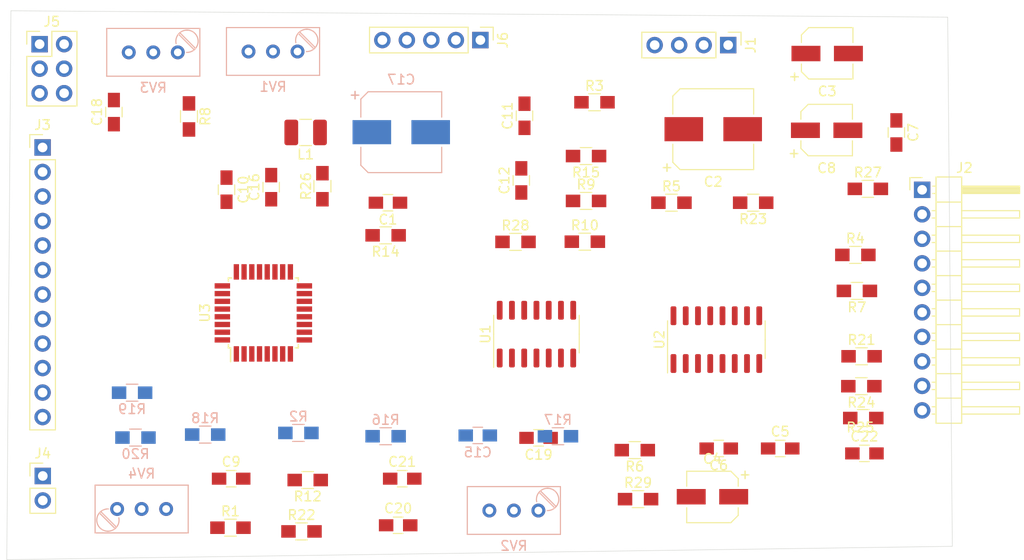
<source format=kicad_pcb>
(kicad_pcb (version 20171130) (host pcbnew "(5.1.4)-1")

  (general
    (thickness 1.6)
    (drawings 4)
    (tracks 0)
    (zones 0)
    (modules 61)
    (nets 56)
  )

  (page A4)
  (layers
    (0 F.Cu signal)
    (31 B.Cu signal)
    (32 B.Adhes user)
    (33 F.Adhes user)
    (34 B.Paste user)
    (35 F.Paste user)
    (36 B.SilkS user)
    (37 F.SilkS user)
    (38 B.Mask user)
    (39 F.Mask user)
    (40 Dwgs.User user)
    (41 Cmts.User user)
    (42 Eco1.User user)
    (43 Eco2.User user)
    (44 Edge.Cuts user)
    (45 Margin user)
    (46 B.CrtYd user)
    (47 F.CrtYd user)
    (48 B.Fab user)
    (49 F.Fab user)
  )

  (setup
    (last_trace_width 0.5)
    (trace_clearance 0.2)
    (zone_clearance 0.508)
    (zone_45_only no)
    (trace_min 0.2)
    (via_size 1.3)
    (via_drill 0.7)
    (via_min_size 0.4)
    (via_min_drill 0.3)
    (uvia_size 0.3)
    (uvia_drill 0.1)
    (uvias_allowed no)
    (uvia_min_size 0.2)
    (uvia_min_drill 0.1)
    (edge_width 0.05)
    (segment_width 0.2)
    (pcb_text_width 0.3)
    (pcb_text_size 1.5 1.5)
    (mod_edge_width 0.12)
    (mod_text_size 1 1)
    (mod_text_width 0.15)
    (pad_size 1.524 1.524)
    (pad_drill 0.762)
    (pad_to_mask_clearance 0.051)
    (solder_mask_min_width 0.25)
    (aux_axis_origin 0 0)
    (visible_elements 7FFFFFFF)
    (pcbplotparams
      (layerselection 0x010fc_ffffffff)
      (usegerberextensions false)
      (usegerberattributes false)
      (usegerberadvancedattributes false)
      (creategerberjobfile false)
      (excludeedgelayer true)
      (linewidth 0.100000)
      (plotframeref false)
      (viasonmask false)
      (mode 1)
      (useauxorigin false)
      (hpglpennumber 1)
      (hpglpenspeed 20)
      (hpglpendiameter 15.000000)
      (psnegative false)
      (psa4output false)
      (plotreference true)
      (plotvalue true)
      (plotinvisibletext false)
      (padsonsilk false)
      (subtractmaskfromsilk false)
      (outputformat 1)
      (mirror false)
      (drillshape 1)
      (scaleselection 1)
      (outputdirectory ""))
  )

  (net 0 "")
  (net 1 +15V)
  (net 2 GND)
  (net 3 Supply+)
  (net 4 Supply-)
  (net 5 "Net-(C4-Pad1)")
  (net 6 "Net-(C4-Pad2)")
  (net 7 "Net-(C5-Pad1)")
  (net 8 "Net-(C5-Pad2)")
  (net 9 "Net-(C6-Pad2)")
  (net 10 "Net-(C7-Pad2)")
  (net 11 "Net-(C20-Pad1)")
  (net 12 "Net-(C9-Pad1)")
  (net 13 Encoder_A)
  (net 14 Encoder_B)
  (net 15 "Net-(C12-Pad1)")
  (net 16 +5V)
  (net 17 "Net-(C16-Pad1)")
  (net 18 Encoder_S)
  (net 19 ISP_VCC)
  (net 20 "Net-(C21-Pad1)")
  (net 21 "Net-(C22-Pad1)")
  (net 22 FAN_CNTR)
  (net 23 Q4Base)
  (net 24 Q3Base)
  (net 25 /Vo)
  (net 26 /RS)
  (net 27 /RW)
  (net 28 /E)
  (net 29 /D4)
  (net 30 /D5)
  (net 31 /D6)
  (net 32 /D7)
  (net 33 /A)
  (net 34 TERMO_SENS)
  (net 35 MISO)
  (net 36 MOSI)
  (net 37 ISP_RESET)
  (net 38 LED_CUR)
  (net 39 "Net-(R1-Pad1)")
  (net 40 "Net-(R2-Pad1)")
  (net 41 "Net-(R3-Pad1)")
  (net 42 "Net-(R5-Pad1)")
  (net 43 "Net-(R15-Pad1)")
  (net 44 "Net-(R8-Pad1)")
  (net 45 "Net-(R9-Pad1)")
  (net 46 "Net-(R10-Pad1)")
  (net 47 "Net-(R10-Pad2)")
  (net 48 "Net-(R12-Pad1)")
  (net 49 "Net-(R14-Pad2)")
  (net 50 "Net-(R15-Pad2)")
  (net 51 "Net-(R17-Pad2)")
  (net 52 "Net-(R18-Pad2)")
  (net 53 "Net-(R21-Pad1)")
  (net 54 "Net-(R26-Pad1)")
  (net 55 "Net-(R29-Pad2)")

  (net_class Default "Это класс цепей по умолчанию."
    (clearance 0.2)
    (trace_width 0.5)
    (via_dia 1.3)
    (via_drill 0.7)
    (uvia_dia 0.3)
    (uvia_drill 0.1)
    (add_net +15V)
    (add_net +5V)
    (add_net /A)
    (add_net /D4)
    (add_net /D5)
    (add_net /D6)
    (add_net /D7)
    (add_net /E)
    (add_net /RS)
    (add_net /RW)
    (add_net /Vo)
    (add_net Encoder_A)
    (add_net Encoder_B)
    (add_net Encoder_S)
    (add_net FAN_CNTR)
    (add_net GND)
    (add_net ISP_RESET)
    (add_net ISP_VCC)
    (add_net LED_CUR)
    (add_net MISO)
    (add_net MOSI)
    (add_net "Net-(C12-Pad1)")
    (add_net "Net-(C16-Pad1)")
    (add_net "Net-(C20-Pad1)")
    (add_net "Net-(C21-Pad1)")
    (add_net "Net-(C22-Pad1)")
    (add_net "Net-(C4-Pad1)")
    (add_net "Net-(C4-Pad2)")
    (add_net "Net-(C5-Pad1)")
    (add_net "Net-(C5-Pad2)")
    (add_net "Net-(C6-Pad2)")
    (add_net "Net-(C7-Pad2)")
    (add_net "Net-(C9-Pad1)")
    (add_net "Net-(R1-Pad1)")
    (add_net "Net-(R10-Pad1)")
    (add_net "Net-(R10-Pad2)")
    (add_net "Net-(R12-Pad1)")
    (add_net "Net-(R14-Pad2)")
    (add_net "Net-(R15-Pad1)")
    (add_net "Net-(R15-Pad2)")
    (add_net "Net-(R17-Pad2)")
    (add_net "Net-(R18-Pad2)")
    (add_net "Net-(R2-Pad1)")
    (add_net "Net-(R21-Pad1)")
    (add_net "Net-(R26-Pad1)")
    (add_net "Net-(R29-Pad2)")
    (add_net "Net-(R3-Pad1)")
    (add_net "Net-(R5-Pad1)")
    (add_net "Net-(R8-Pad1)")
    (add_net "Net-(R9-Pad1)")
    (add_net Q3Base)
    (add_net Q4Base)
    (add_net Supply+)
    (add_net Supply-)
    (add_net TERMO_SENS)
  )

  (module Package_QFP:TQFP-32_7x7mm_P0.8mm (layer F.Cu) (tedit 5A02F146) (tstamp 5DBB3CEC)
    (at 118.23 82.78 90)
    (descr "32-Lead Plastic Thin Quad Flatpack (PT) - 7x7x1.0 mm Body, 2.00 mm [TQFP] (see Microchip Packaging Specification 00000049BS.pdf)")
    (tags "QFP 0.8")
    (path /5DB673AE)
    (attr smd)
    (fp_text reference U3 (at 0 -6.05 90) (layer F.SilkS)
      (effects (font (size 1 1) (thickness 0.15)))
    )
    (fp_text value ATmega8A-AU (at 0 6.05 90) (layer F.Fab)
      (effects (font (size 1 1) (thickness 0.15)))
    )
    (fp_line (start -3.625 -3.4) (end -5.05 -3.4) (layer F.SilkS) (width 0.15))
    (fp_line (start 3.625 -3.625) (end 3.3 -3.625) (layer F.SilkS) (width 0.15))
    (fp_line (start 3.625 3.625) (end 3.3 3.625) (layer F.SilkS) (width 0.15))
    (fp_line (start -3.625 3.625) (end -3.3 3.625) (layer F.SilkS) (width 0.15))
    (fp_line (start -3.625 -3.625) (end -3.3 -3.625) (layer F.SilkS) (width 0.15))
    (fp_line (start -3.625 3.625) (end -3.625 3.3) (layer F.SilkS) (width 0.15))
    (fp_line (start 3.625 3.625) (end 3.625 3.3) (layer F.SilkS) (width 0.15))
    (fp_line (start 3.625 -3.625) (end 3.625 -3.3) (layer F.SilkS) (width 0.15))
    (fp_line (start -3.625 -3.625) (end -3.625 -3.4) (layer F.SilkS) (width 0.15))
    (fp_line (start -5.3 5.3) (end 5.3 5.3) (layer F.CrtYd) (width 0.05))
    (fp_line (start -5.3 -5.3) (end 5.3 -5.3) (layer F.CrtYd) (width 0.05))
    (fp_line (start 5.3 -5.3) (end 5.3 5.3) (layer F.CrtYd) (width 0.05))
    (fp_line (start -5.3 -5.3) (end -5.3 5.3) (layer F.CrtYd) (width 0.05))
    (fp_line (start -3.5 -2.5) (end -2.5 -3.5) (layer F.Fab) (width 0.15))
    (fp_line (start -3.5 3.5) (end -3.5 -2.5) (layer F.Fab) (width 0.15))
    (fp_line (start 3.5 3.5) (end -3.5 3.5) (layer F.Fab) (width 0.15))
    (fp_line (start 3.5 -3.5) (end 3.5 3.5) (layer F.Fab) (width 0.15))
    (fp_line (start -2.5 -3.5) (end 3.5 -3.5) (layer F.Fab) (width 0.15))
    (fp_text user %R (at 0 0 90) (layer F.Fab)
      (effects (font (size 1 1) (thickness 0.15)))
    )
    (pad 32 smd rect (at -2.8 -4.25 180) (size 1.6 0.55) (layers F.Cu F.Paste F.Mask)
      (net 28 /E))
    (pad 31 smd rect (at -2 -4.25 180) (size 1.6 0.55) (layers F.Cu F.Paste F.Mask)
      (net 27 /RW))
    (pad 30 smd rect (at -1.2 -4.25 180) (size 1.6 0.55) (layers F.Cu F.Paste F.Mask)
      (net 26 /RS))
    (pad 29 smd rect (at -0.4 -4.25 180) (size 1.6 0.55) (layers F.Cu F.Paste F.Mask)
      (net 37 ISP_RESET))
    (pad 28 smd rect (at 0.4 -4.25 180) (size 1.6 0.55) (layers F.Cu F.Paste F.Mask))
    (pad 27 smd rect (at 1.2 -4.25 180) (size 1.6 0.55) (layers F.Cu F.Paste F.Mask))
    (pad 26 smd rect (at 2 -4.25 180) (size 1.6 0.55) (layers F.Cu F.Paste F.Mask)
      (net 34 TERMO_SENS))
    (pad 25 smd rect (at 2.8 -4.25 180) (size 1.6 0.55) (layers F.Cu F.Paste F.Mask)
      (net 52 "Net-(R18-Pad2)"))
    (pad 24 smd rect (at 4.25 -2.8 90) (size 1.6 0.55) (layers F.Cu F.Paste F.Mask)
      (net 54 "Net-(R26-Pad1)"))
    (pad 23 smd rect (at 4.25 -2 90) (size 1.6 0.55) (layers F.Cu F.Paste F.Mask)
      (net 20 "Net-(C21-Pad1)"))
    (pad 22 smd rect (at 4.25 -1.2 90) (size 1.6 0.55) (layers F.Cu F.Paste F.Mask))
    (pad 21 smd rect (at 4.25 -0.4 90) (size 1.6 0.55) (layers F.Cu F.Paste F.Mask)
      (net 2 GND))
    (pad 20 smd rect (at 4.25 0.4 90) (size 1.6 0.55) (layers F.Cu F.Paste F.Mask)
      (net 17 "Net-(C16-Pad1)"))
    (pad 19 smd rect (at 4.25 1.2 90) (size 1.6 0.55) (layers F.Cu F.Paste F.Mask))
    (pad 18 smd rect (at 4.25 2 90) (size 1.6 0.55) (layers F.Cu F.Paste F.Mask)
      (net 19 ISP_VCC))
    (pad 17 smd rect (at 4.25 2.8 90) (size 1.6 0.55) (layers F.Cu F.Paste F.Mask)
      (net 18 Encoder_S))
    (pad 16 smd rect (at 2.8 4.25 180) (size 1.6 0.55) (layers F.Cu F.Paste F.Mask)
      (net 35 MISO))
    (pad 15 smd rect (at 2 4.25 180) (size 1.6 0.55) (layers F.Cu F.Paste F.Mask)
      (net 36 MOSI))
    (pad 14 smd rect (at 1.2 4.25 180) (size 1.6 0.55) (layers F.Cu F.Paste F.Mask)
      (net 49 "Net-(R14-Pad2)"))
    (pad 13 smd rect (at 0.4 4.25 180) (size 1.6 0.55) (layers F.Cu F.Paste F.Mask)
      (net 48 "Net-(R12-Pad1)"))
    (pad 12 smd rect (at -0.4 4.25 180) (size 1.6 0.55) (layers F.Cu F.Paste F.Mask)
      (net 51 "Net-(R17-Pad2)"))
    (pad 11 smd rect (at -1.2 4.25 180) (size 1.6 0.55) (layers F.Cu F.Paste F.Mask)
      (net 32 /D7))
    (pad 10 smd rect (at -2 4.25 180) (size 1.6 0.55) (layers F.Cu F.Paste F.Mask)
      (net 31 /D6))
    (pad 9 smd rect (at -2.8 4.25 180) (size 1.6 0.55) (layers F.Cu F.Paste F.Mask)
      (net 30 /D5))
    (pad 8 smd rect (at -4.25 2.8 90) (size 1.6 0.55) (layers F.Cu F.Paste F.Mask)
      (net 14 Encoder_B))
    (pad 7 smd rect (at -4.25 2 90) (size 1.6 0.55) (layers F.Cu F.Paste F.Mask)
      (net 13 Encoder_A))
    (pad 6 smd rect (at -4.25 1.2 90) (size 1.6 0.55) (layers F.Cu F.Paste F.Mask)
      (net 16 +5V))
    (pad 5 smd rect (at -4.25 0.4 90) (size 1.6 0.55) (layers F.Cu F.Paste F.Mask)
      (net 2 GND))
    (pad 4 smd rect (at -4.25 -0.4 90) (size 1.6 0.55) (layers F.Cu F.Paste F.Mask)
      (net 16 +5V))
    (pad 3 smd rect (at -4.25 -1.2 90) (size 1.6 0.55) (layers F.Cu F.Paste F.Mask)
      (net 2 GND))
    (pad 2 smd rect (at -4.25 -2 90) (size 1.6 0.55) (layers F.Cu F.Paste F.Mask)
      (net 29 /D4))
    (pad 1 smd rect (at -4.25 -2.8 90) (size 1.6 0.55) (layers F.Cu F.Paste F.Mask))
    (model ${KISYS3DMOD}/Package_QFP.3dshapes/TQFP-32_7x7mm_P0.8mm.wrl
      (at (xyz 0 0 0))
      (scale (xyz 1 1 1))
      (rotate (xyz 0 0 0))
    )
  )

  (module Package_SO:SOIC-16_3.9x9.9mm_P1.27mm (layer F.Cu) (tedit 5C97300E) (tstamp 5DBB3CB5)
    (at 165.175 85.55 90)
    (descr "SOIC, 16 Pin (JEDEC MS-012AC, https://www.analog.com/media/en/package-pcb-resources/package/pkg_pdf/soic_narrow-r/r_16.pdf), generated with kicad-footprint-generator ipc_gullwing_generator.py")
    (tags "SOIC SO")
    (path /5DB68C48)
    (attr smd)
    (fp_text reference U2 (at 0 -5.9 90) (layer F.SilkS)
      (effects (font (size 1 1) (thickness 0.15)))
    )
    (fp_text value TL494 (at 0 5.9 90) (layer F.Fab)
      (effects (font (size 1 1) (thickness 0.15)))
    )
    (fp_text user %R (at 0 0 90) (layer F.Fab)
      (effects (font (size 0.98 0.98) (thickness 0.15)))
    )
    (fp_line (start 3.7 -5.2) (end -3.7 -5.2) (layer F.CrtYd) (width 0.05))
    (fp_line (start 3.7 5.2) (end 3.7 -5.2) (layer F.CrtYd) (width 0.05))
    (fp_line (start -3.7 5.2) (end 3.7 5.2) (layer F.CrtYd) (width 0.05))
    (fp_line (start -3.7 -5.2) (end -3.7 5.2) (layer F.CrtYd) (width 0.05))
    (fp_line (start -1.95 -3.975) (end -0.975 -4.95) (layer F.Fab) (width 0.1))
    (fp_line (start -1.95 4.95) (end -1.95 -3.975) (layer F.Fab) (width 0.1))
    (fp_line (start 1.95 4.95) (end -1.95 4.95) (layer F.Fab) (width 0.1))
    (fp_line (start 1.95 -4.95) (end 1.95 4.95) (layer F.Fab) (width 0.1))
    (fp_line (start -0.975 -4.95) (end 1.95 -4.95) (layer F.Fab) (width 0.1))
    (fp_line (start 0 -5.06) (end -3.45 -5.06) (layer F.SilkS) (width 0.12))
    (fp_line (start 0 -5.06) (end 1.95 -5.06) (layer F.SilkS) (width 0.12))
    (fp_line (start 0 5.06) (end -1.95 5.06) (layer F.SilkS) (width 0.12))
    (fp_line (start 0 5.06) (end 1.95 5.06) (layer F.SilkS) (width 0.12))
    (pad 16 smd roundrect (at 2.475 -4.445 90) (size 1.95 0.6) (layers F.Cu F.Paste F.Mask) (roundrect_rratio 0.25)
      (net 47 "Net-(R10-Pad2)"))
    (pad 15 smd roundrect (at 2.475 -3.175 90) (size 1.95 0.6) (layers F.Cu F.Paste F.Mask) (roundrect_rratio 0.25)
      (net 42 "Net-(R5-Pad1)"))
    (pad 14 smd roundrect (at 2.475 -1.905 90) (size 1.95 0.6) (layers F.Cu F.Paste F.Mask) (roundrect_rratio 0.25)
      (net 5 "Net-(C4-Pad1)"))
    (pad 13 smd roundrect (at 2.475 -0.635 90) (size 1.95 0.6) (layers F.Cu F.Paste F.Mask) (roundrect_rratio 0.25)
      (net 5 "Net-(C4-Pad1)"))
    (pad 12 smd roundrect (at 2.475 0.635 90) (size 1.95 0.6) (layers F.Cu F.Paste F.Mask) (roundrect_rratio 0.25)
      (net 1 +15V))
    (pad 11 smd roundrect (at 2.475 1.905 90) (size 1.95 0.6) (layers F.Cu F.Paste F.Mask) (roundrect_rratio 0.25)
      (net 23 Q4Base))
    (pad 10 smd roundrect (at 2.475 3.175 90) (size 1.95 0.6) (layers F.Cu F.Paste F.Mask) (roundrect_rratio 0.25)
      (net 2 GND))
    (pad 9 smd roundrect (at 2.475 4.445 90) (size 1.95 0.6) (layers F.Cu F.Paste F.Mask) (roundrect_rratio 0.25)
      (net 2 GND))
    (pad 8 smd roundrect (at -2.475 4.445 90) (size 1.95 0.6) (layers F.Cu F.Paste F.Mask) (roundrect_rratio 0.25)
      (net 24 Q3Base))
    (pad 7 smd roundrect (at -2.475 3.175 90) (size 1.95 0.6) (layers F.Cu F.Paste F.Mask) (roundrect_rratio 0.25)
      (net 2 GND))
    (pad 6 smd roundrect (at -2.475 1.905 90) (size 1.95 0.6) (layers F.Cu F.Paste F.Mask) (roundrect_rratio 0.25)
      (net 55 "Net-(R29-Pad2)"))
    (pad 5 smd roundrect (at -2.475 0.635 90) (size 1.95 0.6) (layers F.Cu F.Paste F.Mask) (roundrect_rratio 0.25)
      (net 21 "Net-(C22-Pad1)"))
    (pad 4 smd roundrect (at -2.475 -0.635 90) (size 1.95 0.6) (layers F.Cu F.Paste F.Mask) (roundrect_rratio 0.25)
      (net 6 "Net-(C4-Pad2)"))
    (pad 3 smd roundrect (at -2.475 -1.905 90) (size 1.95 0.6) (layers F.Cu F.Paste F.Mask) (roundrect_rratio 0.25)
      (net 7 "Net-(C5-Pad1)"))
    (pad 2 smd roundrect (at -2.475 -3.175 90) (size 1.95 0.6) (layers F.Cu F.Paste F.Mask) (roundrect_rratio 0.25)
      (net 43 "Net-(R15-Pad1)"))
    (pad 1 smd roundrect (at -2.475 -4.445 90) (size 1.95 0.6) (layers F.Cu F.Paste F.Mask) (roundrect_rratio 0.25)
      (net 10 "Net-(C7-Pad2)"))
    (model ${KISYS3DMOD}/Package_SO.3dshapes/SOIC-16_3.9x9.9mm_P1.27mm.wrl
      (at (xyz 0 0 0))
      (scale (xyz 1 1 1))
      (rotate (xyz 0 0 0))
    )
  )

  (module Package_SO:SOIC-14_3.9x8.7mm_P1.27mm (layer F.Cu) (tedit 5C97300E) (tstamp 5DBB3C93)
    (at 146.53 84.98 90)
    (descr "SOIC, 14 Pin (JEDEC MS-012AB, https://www.analog.com/media/en/package-pcb-resources/package/pkg_pdf/soic_narrow-r/r_14.pdf), generated with kicad-footprint-generator ipc_gullwing_generator.py")
    (tags "SOIC SO")
    (path /5DB6A13C)
    (attr smd)
    (fp_text reference U1 (at 0 -5.28 90) (layer F.SilkS)
      (effects (font (size 1 1) (thickness 0.15)))
    )
    (fp_text value LM324 (at 0 5.28 90) (layer F.Fab)
      (effects (font (size 1 1) (thickness 0.15)))
    )
    (fp_text user %R (at 0 0 90) (layer F.Fab)
      (effects (font (size 0.98 0.98) (thickness 0.15)))
    )
    (fp_line (start 3.7 -4.58) (end -3.7 -4.58) (layer F.CrtYd) (width 0.05))
    (fp_line (start 3.7 4.58) (end 3.7 -4.58) (layer F.CrtYd) (width 0.05))
    (fp_line (start -3.7 4.58) (end 3.7 4.58) (layer F.CrtYd) (width 0.05))
    (fp_line (start -3.7 -4.58) (end -3.7 4.58) (layer F.CrtYd) (width 0.05))
    (fp_line (start -1.95 -3.35) (end -0.975 -4.325) (layer F.Fab) (width 0.1))
    (fp_line (start -1.95 4.325) (end -1.95 -3.35) (layer F.Fab) (width 0.1))
    (fp_line (start 1.95 4.325) (end -1.95 4.325) (layer F.Fab) (width 0.1))
    (fp_line (start 1.95 -4.325) (end 1.95 4.325) (layer F.Fab) (width 0.1))
    (fp_line (start -0.975 -4.325) (end 1.95 -4.325) (layer F.Fab) (width 0.1))
    (fp_line (start 0 -4.435) (end -3.45 -4.435) (layer F.SilkS) (width 0.12))
    (fp_line (start 0 -4.435) (end 1.95 -4.435) (layer F.SilkS) (width 0.12))
    (fp_line (start 0 4.435) (end -1.95 4.435) (layer F.SilkS) (width 0.12))
    (fp_line (start 0 4.435) (end 1.95 4.435) (layer F.SilkS) (width 0.12))
    (pad 14 smd roundrect (at 2.475 -3.81 90) (size 1.95 0.6) (layers F.Cu F.Paste F.Mask) (roundrect_rratio 0.25))
    (pad 13 smd roundrect (at 2.475 -2.54 90) (size 1.95 0.6) (layers F.Cu F.Paste F.Mask) (roundrect_rratio 0.25))
    (pad 12 smd roundrect (at 2.475 -1.27 90) (size 1.95 0.6) (layers F.Cu F.Paste F.Mask) (roundrect_rratio 0.25))
    (pad 11 smd roundrect (at 2.475 0 90) (size 1.95 0.6) (layers F.Cu F.Paste F.Mask) (roundrect_rratio 0.25)
      (net 2 GND))
    (pad 10 smd roundrect (at 2.475 1.27 90) (size 1.95 0.6) (layers F.Cu F.Paste F.Mask) (roundrect_rratio 0.25)
      (net 15 "Net-(C12-Pad1)"))
    (pad 9 smd roundrect (at 2.475 2.54 90) (size 1.95 0.6) (layers F.Cu F.Paste F.Mask) (roundrect_rratio 0.25)
      (net 50 "Net-(R15-Pad2)"))
    (pad 8 smd roundrect (at 2.475 3.81 90) (size 1.95 0.6) (layers F.Cu F.Paste F.Mask) (roundrect_rratio 0.25)
      (net 50 "Net-(R15-Pad2)"))
    (pad 7 smd roundrect (at -2.475 3.81 90) (size 1.95 0.6) (layers F.Cu F.Paste F.Mask) (roundrect_rratio 0.25)
      (net 45 "Net-(R9-Pad1)"))
    (pad 6 smd roundrect (at -2.475 2.54 90) (size 1.95 0.6) (layers F.Cu F.Paste F.Mask) (roundrect_rratio 0.25)
      (net 45 "Net-(R9-Pad1)"))
    (pad 5 smd roundrect (at -2.475 1.27 90) (size 1.95 0.6) (layers F.Cu F.Paste F.Mask) (roundrect_rratio 0.25)
      (net 12 "Net-(C9-Pad1)"))
    (pad 4 smd roundrect (at -2.475 0 90) (size 1.95 0.6) (layers F.Cu F.Paste F.Mask) (roundrect_rratio 0.25)
      (net 1 +15V))
    (pad 3 smd roundrect (at -2.475 -1.27 90) (size 1.95 0.6) (layers F.Cu F.Paste F.Mask) (roundrect_rratio 0.25)
      (net 39 "Net-(R1-Pad1)"))
    (pad 2 smd roundrect (at -2.475 -2.54 90) (size 1.95 0.6) (layers F.Cu F.Paste F.Mask) (roundrect_rratio 0.25)
      (net 40 "Net-(R2-Pad1)"))
    (pad 1 smd roundrect (at -2.475 -3.81 90) (size 1.95 0.6) (layers F.Cu F.Paste F.Mask) (roundrect_rratio 0.25)
      (net 46 "Net-(R10-Pad1)"))
    (model ${KISYS3DMOD}/Package_SO.3dshapes/SOIC-14_3.9x8.7mm_P1.27mm.wrl
      (at (xyz 0 0 0))
      (scale (xyz 1 1 1))
      (rotate (xyz 0 0 0))
    )
  )

  (module Potentiometers:Potentiometer_Trimmer_Bourns_3296W (layer B.Cu) (tedit 58826ECB) (tstamp 5DBB3C73)
    (at 103.075 103.1 180)
    (descr "Spindle Trimmer Potentiometer, Bourns 3296W, https://www.bourns.com/pdfs/3296.pdf")
    (tags "Spindle Trimmer Potentiometer   Bourns 3296W")
    (path /5DCB3A53)
    (fp_text reference RV4 (at -2.54 3.66) (layer B.SilkS)
      (effects (font (size 1 1) (thickness 0.15)) (justify mirror))
    )
    (fp_text value 10K (at -2.54 -3.67) (layer B.Fab)
      (effects (font (size 1 1) (thickness 0.15)) (justify mirror))
    )
    (fp_arc (start 0.955 -1.15) (end 0.955 -2.305) (angle 182) (layer B.SilkS) (width 0.12))
    (fp_arc (start 0.955 -1.15) (end -0.174 -0.91) (angle 103) (layer B.SilkS) (width 0.12))
    (fp_circle (center 0.955 -1.15) (end 2.05 -1.15) (layer B.Fab) (width 0.1))
    (fp_line (start -7.305 2.41) (end -7.305 -2.42) (layer B.Fab) (width 0.1))
    (fp_line (start -7.305 -2.42) (end 2.225 -2.42) (layer B.Fab) (width 0.1))
    (fp_line (start 2.225 -2.42) (end 2.225 2.41) (layer B.Fab) (width 0.1))
    (fp_line (start 2.225 2.41) (end -7.305 2.41) (layer B.Fab) (width 0.1))
    (fp_line (start 1.786 -0.454) (end 0.259 -1.981) (layer B.Fab) (width 0.1))
    (fp_line (start 1.652 -0.32) (end 0.125 -1.847) (layer B.Fab) (width 0.1))
    (fp_line (start -7.365 2.47) (end 2.285 2.47) (layer B.SilkS) (width 0.12))
    (fp_line (start -7.365 -2.481) (end 2.285 -2.481) (layer B.SilkS) (width 0.12))
    (fp_line (start -7.365 2.47) (end -7.365 -2.481) (layer B.SilkS) (width 0.12))
    (fp_line (start 2.285 2.47) (end 2.285 -2.481) (layer B.SilkS) (width 0.12))
    (fp_line (start 1.831 -0.416) (end 0.22 -2.026) (layer B.SilkS) (width 0.12))
    (fp_line (start 1.691 -0.275) (end 0.079 -1.885) (layer B.SilkS) (width 0.12))
    (fp_line (start -7.6 2.7) (end -7.6 -2.7) (layer B.CrtYd) (width 0.05))
    (fp_line (start -7.6 -2.7) (end 2.5 -2.7) (layer B.CrtYd) (width 0.05))
    (fp_line (start 2.5 -2.7) (end 2.5 2.7) (layer B.CrtYd) (width 0.05))
    (fp_line (start 2.5 2.7) (end -7.6 2.7) (layer B.CrtYd) (width 0.05))
    (pad 1 thru_hole circle (at 0 0 180) (size 1.44 1.44) (drill 0.8) (layers *.Cu *.Mask)
      (net 16 +5V))
    (pad 2 thru_hole circle (at -2.54 0 180) (size 1.44 1.44) (drill 0.8) (layers *.Cu *.Mask)
      (net 25 /Vo))
    (pad 3 thru_hole circle (at -5.08 0 180) (size 1.44 1.44) (drill 0.8) (layers *.Cu *.Mask)
      (net 2 GND))
    (model Potentiometers.3dshapes/Potentiometer_Trimmer_Bourns_3296W.wrl
      (at (xyz 0 0 0))
      (scale (xyz 1 1 1))
      (rotate (xyz 0 0 -90))
    )
  )

  (module Potentiometers:Potentiometer_Trimmer_Bourns_3296W (layer B.Cu) (tedit 58826ECB) (tstamp 5DBB3C70)
    (at 109.36 55.78)
    (descr "Spindle Trimmer Potentiometer, Bourns 3296W, https://www.bourns.com/pdfs/3296.pdf")
    (tags "Spindle Trimmer Potentiometer   Bourns 3296W")
    (path /5DBB75B9)
    (fp_text reference RV3 (at -2.54 3.66) (layer B.SilkS)
      (effects (font (size 1 1) (thickness 0.15)) (justify mirror))
    )
    (fp_text value 1K (at -2.54 -3.67) (layer B.Fab)
      (effects (font (size 1 1) (thickness 0.15)) (justify mirror))
    )
    (fp_arc (start 0.955 -1.15) (end 0.955 -2.305) (angle 182) (layer B.SilkS) (width 0.12))
    (fp_arc (start 0.955 -1.15) (end -0.174 -0.91) (angle 103) (layer B.SilkS) (width 0.12))
    (fp_circle (center 0.955 -1.15) (end 2.05 -1.15) (layer B.Fab) (width 0.1))
    (fp_line (start -7.305 2.41) (end -7.305 -2.42) (layer B.Fab) (width 0.1))
    (fp_line (start -7.305 -2.42) (end 2.225 -2.42) (layer B.Fab) (width 0.1))
    (fp_line (start 2.225 -2.42) (end 2.225 2.41) (layer B.Fab) (width 0.1))
    (fp_line (start 2.225 2.41) (end -7.305 2.41) (layer B.Fab) (width 0.1))
    (fp_line (start 1.786 -0.454) (end 0.259 -1.981) (layer B.Fab) (width 0.1))
    (fp_line (start 1.652 -0.32) (end 0.125 -1.847) (layer B.Fab) (width 0.1))
    (fp_line (start -7.365 2.47) (end 2.285 2.47) (layer B.SilkS) (width 0.12))
    (fp_line (start -7.365 -2.481) (end 2.285 -2.481) (layer B.SilkS) (width 0.12))
    (fp_line (start -7.365 2.47) (end -7.365 -2.481) (layer B.SilkS) (width 0.12))
    (fp_line (start 2.285 2.47) (end 2.285 -2.481) (layer B.SilkS) (width 0.12))
    (fp_line (start 1.831 -0.416) (end 0.22 -2.026) (layer B.SilkS) (width 0.12))
    (fp_line (start 1.691 -0.275) (end 0.079 -1.885) (layer B.SilkS) (width 0.12))
    (fp_line (start -7.6 2.7) (end -7.6 -2.7) (layer B.CrtYd) (width 0.05))
    (fp_line (start -7.6 -2.7) (end 2.5 -2.7) (layer B.CrtYd) (width 0.05))
    (fp_line (start 2.5 -2.7) (end 2.5 2.7) (layer B.CrtYd) (width 0.05))
    (fp_line (start 2.5 2.7) (end -7.6 2.7) (layer B.CrtYd) (width 0.05))
    (pad 1 thru_hole circle (at 0 0) (size 1.44 1.44) (drill 0.8) (layers *.Cu *.Mask)
      (net 44 "Net-(R8-Pad1)"))
    (pad 2 thru_hole circle (at -2.54 0) (size 1.44 1.44) (drill 0.8) (layers *.Cu *.Mask)
      (net 46 "Net-(R10-Pad1)"))
    (pad 3 thru_hole circle (at -5.08 0) (size 1.44 1.44) (drill 0.8) (layers *.Cu *.Mask)
      (net 46 "Net-(R10-Pad1)"))
    (model Potentiometers.3dshapes/Potentiometer_Trimmer_Bourns_3296W.wrl
      (at (xyz 0 0 0))
      (scale (xyz 1 1 1))
      (rotate (xyz 0 0 -90))
    )
  )

  (module Potentiometers:Potentiometer_Trimmer_Bourns_3296W (layer B.Cu) (tedit 58826ECB) (tstamp 5DBB3C6D)
    (at 146.73 103.26)
    (descr "Spindle Trimmer Potentiometer, Bourns 3296W, https://www.bourns.com/pdfs/3296.pdf")
    (tags "Spindle Trimmer Potentiometer   Bourns 3296W")
    (path /5DBC5258)
    (fp_text reference RV2 (at -2.54 3.66) (layer B.SilkS)
      (effects (font (size 1 1) (thickness 0.15)) (justify mirror))
    )
    (fp_text value 10K (at -2.54 -3.67) (layer B.Fab)
      (effects (font (size 1 1) (thickness 0.15)) (justify mirror))
    )
    (fp_arc (start 0.955 -1.15) (end 0.955 -2.305) (angle 182) (layer B.SilkS) (width 0.12))
    (fp_arc (start 0.955 -1.15) (end -0.174 -0.91) (angle 103) (layer B.SilkS) (width 0.12))
    (fp_circle (center 0.955 -1.15) (end 2.05 -1.15) (layer B.Fab) (width 0.1))
    (fp_line (start -7.305 2.41) (end -7.305 -2.42) (layer B.Fab) (width 0.1))
    (fp_line (start -7.305 -2.42) (end 2.225 -2.42) (layer B.Fab) (width 0.1))
    (fp_line (start 2.225 -2.42) (end 2.225 2.41) (layer B.Fab) (width 0.1))
    (fp_line (start 2.225 2.41) (end -7.305 2.41) (layer B.Fab) (width 0.1))
    (fp_line (start 1.786 -0.454) (end 0.259 -1.981) (layer B.Fab) (width 0.1))
    (fp_line (start 1.652 -0.32) (end 0.125 -1.847) (layer B.Fab) (width 0.1))
    (fp_line (start -7.365 2.47) (end 2.285 2.47) (layer B.SilkS) (width 0.12))
    (fp_line (start -7.365 -2.481) (end 2.285 -2.481) (layer B.SilkS) (width 0.12))
    (fp_line (start -7.365 2.47) (end -7.365 -2.481) (layer B.SilkS) (width 0.12))
    (fp_line (start 2.285 2.47) (end 2.285 -2.481) (layer B.SilkS) (width 0.12))
    (fp_line (start 1.831 -0.416) (end 0.22 -2.026) (layer B.SilkS) (width 0.12))
    (fp_line (start 1.691 -0.275) (end 0.079 -1.885) (layer B.SilkS) (width 0.12))
    (fp_line (start -7.6 2.7) (end -7.6 -2.7) (layer B.CrtYd) (width 0.05))
    (fp_line (start -7.6 -2.7) (end 2.5 -2.7) (layer B.CrtYd) (width 0.05))
    (fp_line (start 2.5 -2.7) (end 2.5 2.7) (layer B.CrtYd) (width 0.05))
    (fp_line (start 2.5 2.7) (end -7.6 2.7) (layer B.CrtYd) (width 0.05))
    (pad 1 thru_hole circle (at 0 0) (size 1.44 1.44) (drill 0.8) (layers *.Cu *.Mask)
      (net 3 Supply+))
    (pad 2 thru_hole circle (at -2.54 0) (size 1.44 1.44) (drill 0.8) (layers *.Cu *.Mask)
      (net 11 "Net-(C20-Pad1)"))
    (pad 3 thru_hole circle (at -5.08 0) (size 1.44 1.44) (drill 0.8) (layers *.Cu *.Mask)
      (net 4 Supply-))
    (model Potentiometers.3dshapes/Potentiometer_Trimmer_Bourns_3296W.wrl
      (at (xyz 0 0 0))
      (scale (xyz 1 1 1))
      (rotate (xyz 0 0 -90))
    )
  )

  (module Potentiometers:Potentiometer_Trimmer_Bourns_3296W (layer B.Cu) (tedit 58826ECB) (tstamp 5DBB3C6A)
    (at 121.77 55.69)
    (descr "Spindle Trimmer Potentiometer, Bourns 3296W, https://www.bourns.com/pdfs/3296.pdf")
    (tags "Spindle Trimmer Potentiometer   Bourns 3296W")
    (path /5DC62075)
    (fp_text reference RV1 (at -2.54 3.66) (layer B.SilkS)
      (effects (font (size 1 1) (thickness 0.15)) (justify mirror))
    )
    (fp_text value 10K (at -2.54 -3.67) (layer B.Fab)
      (effects (font (size 1 1) (thickness 0.15)) (justify mirror))
    )
    (fp_arc (start 0.955 -1.15) (end 0.955 -2.305) (angle 182) (layer B.SilkS) (width 0.12))
    (fp_arc (start 0.955 -1.15) (end -0.174 -0.91) (angle 103) (layer B.SilkS) (width 0.12))
    (fp_circle (center 0.955 -1.15) (end 2.05 -1.15) (layer B.Fab) (width 0.1))
    (fp_line (start -7.305 2.41) (end -7.305 -2.42) (layer B.Fab) (width 0.1))
    (fp_line (start -7.305 -2.42) (end 2.225 -2.42) (layer B.Fab) (width 0.1))
    (fp_line (start 2.225 -2.42) (end 2.225 2.41) (layer B.Fab) (width 0.1))
    (fp_line (start 2.225 2.41) (end -7.305 2.41) (layer B.Fab) (width 0.1))
    (fp_line (start 1.786 -0.454) (end 0.259 -1.981) (layer B.Fab) (width 0.1))
    (fp_line (start 1.652 -0.32) (end 0.125 -1.847) (layer B.Fab) (width 0.1))
    (fp_line (start -7.365 2.47) (end 2.285 2.47) (layer B.SilkS) (width 0.12))
    (fp_line (start -7.365 -2.481) (end 2.285 -2.481) (layer B.SilkS) (width 0.12))
    (fp_line (start -7.365 2.47) (end -7.365 -2.481) (layer B.SilkS) (width 0.12))
    (fp_line (start 2.285 2.47) (end 2.285 -2.481) (layer B.SilkS) (width 0.12))
    (fp_line (start 1.831 -0.416) (end 0.22 -2.026) (layer B.SilkS) (width 0.12))
    (fp_line (start 1.691 -0.275) (end 0.079 -1.885) (layer B.SilkS) (width 0.12))
    (fp_line (start -7.6 2.7) (end -7.6 -2.7) (layer B.CrtYd) (width 0.05))
    (fp_line (start -7.6 -2.7) (end 2.5 -2.7) (layer B.CrtYd) (width 0.05))
    (fp_line (start 2.5 -2.7) (end 2.5 2.7) (layer B.CrtYd) (width 0.05))
    (fp_line (start 2.5 2.7) (end -7.6 2.7) (layer B.CrtYd) (width 0.05))
    (pad 1 thru_hole circle (at 0 0) (size 1.44 1.44) (drill 0.8) (layers *.Cu *.Mask)
      (net 4 Supply-))
    (pad 2 thru_hole circle (at -2.54 0) (size 1.44 1.44) (drill 0.8) (layers *.Cu *.Mask)
      (net 10 "Net-(C7-Pad2)"))
    (pad 3 thru_hole circle (at -5.08 0) (size 1.44 1.44) (drill 0.8) (layers *.Cu *.Mask)
      (net 41 "Net-(R3-Pad1)"))
    (model Potentiometers.3dshapes/Potentiometer_Trimmer_Bourns_3296W.wrl
      (at (xyz 0 0 0))
      (scale (xyz 1 1 1))
      (rotate (xyz 0 0 -90))
    )
  )

  (module Resistors_SMD:R_0805_HandSoldering (layer F.Cu) (tedit 58E0A804) (tstamp 5DBB3C67)
    (at 157.06 102.08)
    (descr "Resistor SMD 0805, hand soldering")
    (tags "resistor 0805")
    (path /5DF89363)
    (attr smd)
    (fp_text reference R29 (at 0 -1.7) (layer F.SilkS)
      (effects (font (size 1 1) (thickness 0.15)))
    )
    (fp_text value 18K (at 0 1.75) (layer F.Fab)
      (effects (font (size 1 1) (thickness 0.15)))
    )
    (fp_text user %R (at 0 0) (layer F.Fab)
      (effects (font (size 0.5 0.5) (thickness 0.075)))
    )
    (fp_line (start -1 0.62) (end -1 -0.62) (layer F.Fab) (width 0.1))
    (fp_line (start 1 0.62) (end -1 0.62) (layer F.Fab) (width 0.1))
    (fp_line (start 1 -0.62) (end 1 0.62) (layer F.Fab) (width 0.1))
    (fp_line (start -1 -0.62) (end 1 -0.62) (layer F.Fab) (width 0.1))
    (fp_line (start 0.6 0.88) (end -0.6 0.88) (layer F.SilkS) (width 0.12))
    (fp_line (start -0.6 -0.88) (end 0.6 -0.88) (layer F.SilkS) (width 0.12))
    (fp_line (start -2.35 -0.9) (end 2.35 -0.9) (layer F.CrtYd) (width 0.05))
    (fp_line (start -2.35 -0.9) (end -2.35 0.9) (layer F.CrtYd) (width 0.05))
    (fp_line (start 2.35 0.9) (end 2.35 -0.9) (layer F.CrtYd) (width 0.05))
    (fp_line (start 2.35 0.9) (end -2.35 0.9) (layer F.CrtYd) (width 0.05))
    (pad 1 smd rect (at -1.35 0) (size 1.5 1.3) (layers F.Cu F.Paste F.Mask)
      (net 2 GND))
    (pad 2 smd rect (at 1.35 0) (size 1.5 1.3) (layers F.Cu F.Paste F.Mask)
      (net 55 "Net-(R29-Pad2)"))
    (model ${KISYS3DMOD}/Resistors_SMD.3dshapes/R_0805.wrl
      (at (xyz 0 0 0))
      (scale (xyz 1 1 1))
      (rotate (xyz 0 0 0))
    )
  )

  (module Resistors_SMD:R_0805_HandSoldering (layer F.Cu) (tedit 58E0A804) (tstamp 5DBB3C64)
    (at 144.36 75.42)
    (descr "Resistor SMD 0805, hand soldering")
    (tags "resistor 0805")
    (path /5DCEFC1B)
    (attr smd)
    (fp_text reference R28 (at 0 -1.7) (layer F.SilkS)
      (effects (font (size 1 1) (thickness 0.15)))
    )
    (fp_text value 1K (at 0 1.75) (layer F.Fab)
      (effects (font (size 1 1) (thickness 0.15)))
    )
    (fp_text user %R (at 0 0) (layer F.Fab)
      (effects (font (size 0.5 0.5) (thickness 0.075)))
    )
    (fp_line (start -1 0.62) (end -1 -0.62) (layer F.Fab) (width 0.1))
    (fp_line (start 1 0.62) (end -1 0.62) (layer F.Fab) (width 0.1))
    (fp_line (start 1 -0.62) (end 1 0.62) (layer F.Fab) (width 0.1))
    (fp_line (start -1 -0.62) (end 1 -0.62) (layer F.Fab) (width 0.1))
    (fp_line (start 0.6 0.88) (end -0.6 0.88) (layer F.SilkS) (width 0.12))
    (fp_line (start -0.6 -0.88) (end 0.6 -0.88) (layer F.SilkS) (width 0.12))
    (fp_line (start -2.35 -0.9) (end 2.35 -0.9) (layer F.CrtYd) (width 0.05))
    (fp_line (start -2.35 -0.9) (end -2.35 0.9) (layer F.CrtYd) (width 0.05))
    (fp_line (start 2.35 0.9) (end 2.35 -0.9) (layer F.CrtYd) (width 0.05))
    (fp_line (start 2.35 0.9) (end -2.35 0.9) (layer F.CrtYd) (width 0.05))
    (pad 1 smd rect (at -1.35 0) (size 1.5 1.3) (layers F.Cu F.Paste F.Mask)
      (net 20 "Net-(C21-Pad1)"))
    (pad 2 smd rect (at 1.35 0) (size 1.5 1.3) (layers F.Cu F.Paste F.Mask)
      (net 46 "Net-(R10-Pad1)"))
    (model ${KISYS3DMOD}/Resistors_SMD.3dshapes/R_0805.wrl
      (at (xyz 0 0 0))
      (scale (xyz 1 1 1))
      (rotate (xyz 0 0 0))
    )
  )

  (module Resistors_SMD:R_0805_HandSoldering (layer F.Cu) (tedit 58E0A804) (tstamp 5DBB3C61)
    (at 180.875 69.925)
    (descr "Resistor SMD 0805, hand soldering")
    (tags "resistor 0805")
    (path /5DC73228)
    (attr smd)
    (fp_text reference R27 (at 0 -1.7) (layer F.SilkS)
      (effects (font (size 1 1) (thickness 0.15)))
    )
    (fp_text value 1K (at 0 1.75) (layer F.Fab)
      (effects (font (size 1 1) (thickness 0.15)))
    )
    (fp_text user %R (at 0.025 0.125) (layer F.Fab)
      (effects (font (size 0.5 0.5) (thickness 0.075)))
    )
    (fp_line (start -1 0.62) (end -1 -0.62) (layer F.Fab) (width 0.1))
    (fp_line (start 1 0.62) (end -1 0.62) (layer F.Fab) (width 0.1))
    (fp_line (start 1 -0.62) (end 1 0.62) (layer F.Fab) (width 0.1))
    (fp_line (start -1 -0.62) (end 1 -0.62) (layer F.Fab) (width 0.1))
    (fp_line (start 0.6 0.88) (end -0.6 0.88) (layer F.SilkS) (width 0.12))
    (fp_line (start -0.6 -0.88) (end 0.6 -0.88) (layer F.SilkS) (width 0.12))
    (fp_line (start -2.35 -0.9) (end 2.35 -0.9) (layer F.CrtYd) (width 0.05))
    (fp_line (start -2.35 -0.9) (end -2.35 0.9) (layer F.CrtYd) (width 0.05))
    (fp_line (start 2.35 0.9) (end 2.35 -0.9) (layer F.CrtYd) (width 0.05))
    (fp_line (start 2.35 0.9) (end -2.35 0.9) (layer F.CrtYd) (width 0.05))
    (pad 1 smd rect (at -1.35 0) (size 1.5 1.3) (layers F.Cu F.Paste F.Mask)
      (net 36 MOSI))
    (pad 2 smd rect (at 1.35 0) (size 1.5 1.3) (layers F.Cu F.Paste F.Mask)
      (net 22 FAN_CNTR))
    (model ${KISYS3DMOD}/Resistors_SMD.3dshapes/R_0805.wrl
      (at (xyz 0 0 0))
      (scale (xyz 1 1 1))
      (rotate (xyz 0 0 0))
    )
  )

  (module Resistors_SMD:R_0805_HandSoldering (layer F.Cu) (tedit 58E0A804) (tstamp 5DBB3C5E)
    (at 124.35 69.65 90)
    (descr "Resistor SMD 0805, hand soldering")
    (tags "resistor 0805")
    (path /5DD20767)
    (attr smd)
    (fp_text reference R26 (at 0 -1.7 90) (layer F.SilkS)
      (effects (font (size 1 1) (thickness 0.15)))
    )
    (fp_text value 1K (at 0 1.75 90) (layer F.Fab)
      (effects (font (size 1 1) (thickness 0.15)))
    )
    (fp_text user %R (at 0 0 90) (layer F.Fab)
      (effects (font (size 0.5 0.5) (thickness 0.075)))
    )
    (fp_line (start -1 0.62) (end -1 -0.62) (layer F.Fab) (width 0.1))
    (fp_line (start 1 0.62) (end -1 0.62) (layer F.Fab) (width 0.1))
    (fp_line (start 1 -0.62) (end 1 0.62) (layer F.Fab) (width 0.1))
    (fp_line (start -1 -0.62) (end 1 -0.62) (layer F.Fab) (width 0.1))
    (fp_line (start 0.6 0.88) (end -0.6 0.88) (layer F.SilkS) (width 0.12))
    (fp_line (start -0.6 -0.88) (end 0.6 -0.88) (layer F.SilkS) (width 0.12))
    (fp_line (start -2.35 -0.9) (end 2.35 -0.9) (layer F.CrtYd) (width 0.05))
    (fp_line (start -2.35 -0.9) (end -2.35 0.9) (layer F.CrtYd) (width 0.05))
    (fp_line (start 2.35 0.9) (end 2.35 -0.9) (layer F.CrtYd) (width 0.05))
    (fp_line (start 2.35 0.9) (end -2.35 0.9) (layer F.CrtYd) (width 0.05))
    (pad 1 smd rect (at -1.35 0 90) (size 1.5 1.3) (layers F.Cu F.Paste F.Mask)
      (net 54 "Net-(R26-Pad1)"))
    (pad 2 smd rect (at 1.35 0 90) (size 1.5 1.3) (layers F.Cu F.Paste F.Mask)
      (net 12 "Net-(C9-Pad1)"))
    (model ${KISYS3DMOD}/Resistors_SMD.3dshapes/R_0805.wrl
      (at (xyz 0 0 0))
      (scale (xyz 1 1 1))
      (rotate (xyz 0 0 0))
    )
  )

  (module Resistors_SMD:R_0805_HandSoldering (layer F.Cu) (tedit 58E0A804) (tstamp 5DBB3C5B)
    (at 180.4 93.675 180)
    (descr "Resistor SMD 0805, hand soldering")
    (tags "resistor 0805")
    (path /5DC11E55)
    (attr smd)
    (fp_text reference R25 (at 0.3 -0.975) (layer F.SilkS)
      (effects (font (size 1 1) (thickness 0.15)))
    )
    (fp_text value 2K7 (at 0 1.75) (layer F.Fab)
      (effects (font (size 1 1) (thickness 0.15)))
    )
    (fp_text user %R (at 0 0) (layer F.Fab)
      (effects (font (size 0.5 0.5) (thickness 0.075)))
    )
    (fp_line (start -1 0.62) (end -1 -0.62) (layer F.Fab) (width 0.1))
    (fp_line (start 1 0.62) (end -1 0.62) (layer F.Fab) (width 0.1))
    (fp_line (start 1 -0.62) (end 1 0.62) (layer F.Fab) (width 0.1))
    (fp_line (start -1 -0.62) (end 1 -0.62) (layer F.Fab) (width 0.1))
    (fp_line (start 0.6 0.88) (end -0.6 0.88) (layer F.SilkS) (width 0.12))
    (fp_line (start -0.6 -0.88) (end 0.6 -0.88) (layer F.SilkS) (width 0.12))
    (fp_line (start -2.35 -0.9) (end 2.35 -0.9) (layer F.CrtYd) (width 0.05))
    (fp_line (start -2.35 -0.9) (end -2.35 0.9) (layer F.CrtYd) (width 0.05))
    (fp_line (start 2.35 0.9) (end 2.35 -0.9) (layer F.CrtYd) (width 0.05))
    (fp_line (start 2.35 0.9) (end -2.35 0.9) (layer F.CrtYd) (width 0.05))
    (pad 1 smd rect (at -1.35 0 180) (size 1.5 1.3) (layers F.Cu F.Paste F.Mask)
      (net 24 Q3Base))
    (pad 2 smd rect (at 1.35 0 180) (size 1.5 1.3) (layers F.Cu F.Paste F.Mask)
      (net 53 "Net-(R21-Pad1)"))
    (model ${KISYS3DMOD}/Resistors_SMD.3dshapes/R_0805.wrl
      (at (xyz 0 0 0))
      (scale (xyz 1 1 1))
      (rotate (xyz 0 0 0))
    )
  )

  (module Resistors_SMD:R_0805_HandSoldering (layer F.Cu) (tedit 58E0A804) (tstamp 5DBB3C58)
    (at 180.2 90.375 180)
    (descr "Resistor SMD 0805, hand soldering")
    (tags "resistor 0805")
    (path /5DBB92B7)
    (attr smd)
    (fp_text reference R24 (at 0 -1.7) (layer F.SilkS)
      (effects (font (size 1 1) (thickness 0.15)))
    )
    (fp_text value 2K7 (at 0 1.75) (layer F.Fab)
      (effects (font (size 1 1) (thickness 0.15)))
    )
    (fp_text user %R (at -0.025 0.025) (layer F.Fab)
      (effects (font (size 0.5 0.5) (thickness 0.075)))
    )
    (fp_line (start -1 0.62) (end -1 -0.62) (layer F.Fab) (width 0.1))
    (fp_line (start 1 0.62) (end -1 0.62) (layer F.Fab) (width 0.1))
    (fp_line (start 1 -0.62) (end 1 0.62) (layer F.Fab) (width 0.1))
    (fp_line (start -1 -0.62) (end 1 -0.62) (layer F.Fab) (width 0.1))
    (fp_line (start 0.6 0.88) (end -0.6 0.88) (layer F.SilkS) (width 0.12))
    (fp_line (start -0.6 -0.88) (end 0.6 -0.88) (layer F.SilkS) (width 0.12))
    (fp_line (start -2.35 -0.9) (end 2.35 -0.9) (layer F.CrtYd) (width 0.05))
    (fp_line (start -2.35 -0.9) (end -2.35 0.9) (layer F.CrtYd) (width 0.05))
    (fp_line (start 2.35 0.9) (end 2.35 -0.9) (layer F.CrtYd) (width 0.05))
    (fp_line (start 2.35 0.9) (end -2.35 0.9) (layer F.CrtYd) (width 0.05))
    (pad 1 smd rect (at -1.35 0 180) (size 1.5 1.3) (layers F.Cu F.Paste F.Mask)
      (net 23 Q4Base))
    (pad 2 smd rect (at 1.35 0 180) (size 1.5 1.3) (layers F.Cu F.Paste F.Mask)
      (net 53 "Net-(R21-Pad1)"))
    (model ${KISYS3DMOD}/Resistors_SMD.3dshapes/R_0805.wrl
      (at (xyz 0 0 0))
      (scale (xyz 1 1 1))
      (rotate (xyz 0 0 0))
    )
  )

  (module Resistors_SMD:R_0805_HandSoldering (layer F.Cu) (tedit 58E0A804) (tstamp 5DBB3C55)
    (at 168.99 71.36 180)
    (descr "Resistor SMD 0805, hand soldering")
    (tags "resistor 0805")
    (path /5DB9E650)
    (attr smd)
    (fp_text reference R23 (at 0 -1.7) (layer F.SilkS)
      (effects (font (size 1 1) (thickness 0.15)))
    )
    (fp_text value 1K (at 0 1.75) (layer F.Fab)
      (effects (font (size 1 1) (thickness 0.15)))
    )
    (fp_text user %R (at 0 0) (layer F.Fab)
      (effects (font (size 0.5 0.5) (thickness 0.075)))
    )
    (fp_line (start -1 0.62) (end -1 -0.62) (layer F.Fab) (width 0.1))
    (fp_line (start 1 0.62) (end -1 0.62) (layer F.Fab) (width 0.1))
    (fp_line (start 1 -0.62) (end 1 0.62) (layer F.Fab) (width 0.1))
    (fp_line (start -1 -0.62) (end 1 -0.62) (layer F.Fab) (width 0.1))
    (fp_line (start 0.6 0.88) (end -0.6 0.88) (layer F.SilkS) (width 0.12))
    (fp_line (start -0.6 -0.88) (end 0.6 -0.88) (layer F.SilkS) (width 0.12))
    (fp_line (start -2.35 -0.9) (end 2.35 -0.9) (layer F.CrtYd) (width 0.05))
    (fp_line (start -2.35 -0.9) (end -2.35 0.9) (layer F.CrtYd) (width 0.05))
    (fp_line (start 2.35 0.9) (end 2.35 -0.9) (layer F.CrtYd) (width 0.05))
    (fp_line (start 2.35 0.9) (end -2.35 0.9) (layer F.CrtYd) (width 0.05))
    (pad 1 smd rect (at -1.35 0 180) (size 1.5 1.3) (layers F.Cu F.Paste F.Mask)
      (net 2 GND))
    (pad 2 smd rect (at 1.35 0 180) (size 1.5 1.3) (layers F.Cu F.Paste F.Mask)
      (net 23 Q4Base))
    (model ${KISYS3DMOD}/Resistors_SMD.3dshapes/R_0805.wrl
      (at (xyz 0 0 0))
      (scale (xyz 1 1 1))
      (rotate (xyz 0 0 0))
    )
  )

  (module Resistors_SMD:R_0805_HandSoldering (layer F.Cu) (tedit 58E0A804) (tstamp 5DBB3C52)
    (at 122.18 105.425)
    (descr "Resistor SMD 0805, hand soldering")
    (tags "resistor 0805")
    (path /5DB9F420)
    (attr smd)
    (fp_text reference R22 (at 0 -1.7) (layer F.SilkS)
      (effects (font (size 1 1) (thickness 0.15)))
    )
    (fp_text value 1K (at 0 1.75) (layer F.Fab)
      (effects (font (size 1 1) (thickness 0.15)))
    )
    (fp_text user %R (at 0 0) (layer F.Fab)
      (effects (font (size 0.5 0.5) (thickness 0.075)))
    )
    (fp_line (start -1 0.62) (end -1 -0.62) (layer F.Fab) (width 0.1))
    (fp_line (start 1 0.62) (end -1 0.62) (layer F.Fab) (width 0.1))
    (fp_line (start 1 -0.62) (end 1 0.62) (layer F.Fab) (width 0.1))
    (fp_line (start -1 -0.62) (end 1 -0.62) (layer F.Fab) (width 0.1))
    (fp_line (start 0.6 0.88) (end -0.6 0.88) (layer F.SilkS) (width 0.12))
    (fp_line (start -0.6 -0.88) (end 0.6 -0.88) (layer F.SilkS) (width 0.12))
    (fp_line (start -2.35 -0.9) (end 2.35 -0.9) (layer F.CrtYd) (width 0.05))
    (fp_line (start -2.35 -0.9) (end -2.35 0.9) (layer F.CrtYd) (width 0.05))
    (fp_line (start 2.35 0.9) (end 2.35 -0.9) (layer F.CrtYd) (width 0.05))
    (fp_line (start 2.35 0.9) (end -2.35 0.9) (layer F.CrtYd) (width 0.05))
    (pad 1 smd rect (at -1.35 0) (size 1.5 1.3) (layers F.Cu F.Paste F.Mask)
      (net 2 GND))
    (pad 2 smd rect (at 1.35 0) (size 1.5 1.3) (layers F.Cu F.Paste F.Mask)
      (net 24 Q3Base))
    (model ${KISYS3DMOD}/Resistors_SMD.3dshapes/R_0805.wrl
      (at (xyz 0 0 0))
      (scale (xyz 1 1 1))
      (rotate (xyz 0 0 0))
    )
  )

  (module Resistors_SMD:R_0805_HandSoldering (layer F.Cu) (tedit 58E0A804) (tstamp 5DBB3C4F)
    (at 180.225 87.275)
    (descr "Resistor SMD 0805, hand soldering")
    (tags "resistor 0805")
    (path /5DC11708)
    (attr smd)
    (fp_text reference R21 (at 0 -1.7) (layer F.SilkS)
      (effects (font (size 1 1) (thickness 0.15)))
    )
    (fp_text value 10 (at 0 1.75) (layer F.Fab)
      (effects (font (size 1 1) (thickness 0.15)))
    )
    (fp_text user %R (at 0 0) (layer F.Fab)
      (effects (font (size 0.5 0.5) (thickness 0.075)))
    )
    (fp_line (start -1 0.62) (end -1 -0.62) (layer F.Fab) (width 0.1))
    (fp_line (start 1 0.62) (end -1 0.62) (layer F.Fab) (width 0.1))
    (fp_line (start 1 -0.62) (end 1 0.62) (layer F.Fab) (width 0.1))
    (fp_line (start -1 -0.62) (end 1 -0.62) (layer F.Fab) (width 0.1))
    (fp_line (start 0.6 0.88) (end -0.6 0.88) (layer F.SilkS) (width 0.12))
    (fp_line (start -0.6 -0.88) (end 0.6 -0.88) (layer F.SilkS) (width 0.12))
    (fp_line (start -2.35 -0.9) (end 2.35 -0.9) (layer F.CrtYd) (width 0.05))
    (fp_line (start -2.35 -0.9) (end -2.35 0.9) (layer F.CrtYd) (width 0.05))
    (fp_line (start 2.35 0.9) (end 2.35 -0.9) (layer F.CrtYd) (width 0.05))
    (fp_line (start 2.35 0.9) (end -2.35 0.9) (layer F.CrtYd) (width 0.05))
    (pad 1 smd rect (at -1.35 0) (size 1.5 1.3) (layers F.Cu F.Paste F.Mask)
      (net 53 "Net-(R21-Pad1)"))
    (pad 2 smd rect (at 1.35 0) (size 1.5 1.3) (layers F.Cu F.Paste F.Mask)
      (net 1 +15V))
    (model ${KISYS3DMOD}/Resistors_SMD.3dshapes/R_0805.wrl
      (at (xyz 0 0 0))
      (scale (xyz 1 1 1))
      (rotate (xyz 0 0 0))
    )
  )

  (module Resistors_SMD:R_0805_HandSoldering (layer B.Cu) (tedit 58E0A804) (tstamp 5DBB3C4C)
    (at 104.975 95.7)
    (descr "Resistor SMD 0805, hand soldering")
    (tags "resistor 0805")
    (path /5DCD5431)
    (attr smd)
    (fp_text reference R20 (at 0 1.7) (layer B.SilkS)
      (effects (font (size 1 1) (thickness 0.15)) (justify mirror))
    )
    (fp_text value 100K (at 0 -1.75) (layer B.Fab)
      (effects (font (size 1 1) (thickness 0.15)) (justify mirror))
    )
    (fp_text user %R (at 0 0) (layer B.Fab)
      (effects (font (size 0.5 0.5) (thickness 0.075)) (justify mirror))
    )
    (fp_line (start -1 -0.62) (end -1 0.62) (layer B.Fab) (width 0.1))
    (fp_line (start 1 -0.62) (end -1 -0.62) (layer B.Fab) (width 0.1))
    (fp_line (start 1 0.62) (end 1 -0.62) (layer B.Fab) (width 0.1))
    (fp_line (start -1 0.62) (end 1 0.62) (layer B.Fab) (width 0.1))
    (fp_line (start 0.6 -0.88) (end -0.6 -0.88) (layer B.SilkS) (width 0.12))
    (fp_line (start -0.6 0.88) (end 0.6 0.88) (layer B.SilkS) (width 0.12))
    (fp_line (start -2.35 0.9) (end 2.35 0.9) (layer B.CrtYd) (width 0.05))
    (fp_line (start -2.35 0.9) (end -2.35 -0.9) (layer B.CrtYd) (width 0.05))
    (fp_line (start 2.35 -0.9) (end 2.35 0.9) (layer B.CrtYd) (width 0.05))
    (fp_line (start 2.35 -0.9) (end -2.35 -0.9) (layer B.CrtYd) (width 0.05))
    (pad 1 smd rect (at -1.35 0) (size 1.5 1.3) (layers B.Cu B.Paste B.Mask)
      (net 34 TERMO_SENS))
    (pad 2 smd rect (at 1.35 0) (size 1.5 1.3) (layers B.Cu B.Paste B.Mask)
      (net 2 GND))
    (model ${KISYS3DMOD}/Resistors_SMD.3dshapes/R_0805.wrl
      (at (xyz 0 0 0))
      (scale (xyz 1 1 1))
      (rotate (xyz 0 0 0))
    )
  )

  (module Resistors_SMD:R_0805_HandSoldering (layer B.Cu) (tedit 58E0A804) (tstamp 5DBB3C49)
    (at 104.625 91.05)
    (descr "Resistor SMD 0805, hand soldering")
    (tags "resistor 0805")
    (path /5DDB9A53)
    (attr smd)
    (fp_text reference R19 (at 0 1.7) (layer B.SilkS)
      (effects (font (size 1 1) (thickness 0.15)) (justify mirror))
    )
    (fp_text value 100 (at 0 -1.75) (layer B.Fab)
      (effects (font (size 1 1) (thickness 0.15)) (justify mirror))
    )
    (fp_text user %R (at 0 0) (layer B.Fab)
      (effects (font (size 0.5 0.5) (thickness 0.075)) (justify mirror))
    )
    (fp_line (start -1 -0.62) (end -1 0.62) (layer B.Fab) (width 0.1))
    (fp_line (start 1 -0.62) (end -1 -0.62) (layer B.Fab) (width 0.1))
    (fp_line (start 1 0.62) (end 1 -0.62) (layer B.Fab) (width 0.1))
    (fp_line (start -1 0.62) (end 1 0.62) (layer B.Fab) (width 0.1))
    (fp_line (start 0.6 -0.88) (end -0.6 -0.88) (layer B.SilkS) (width 0.12))
    (fp_line (start -0.6 0.88) (end 0.6 0.88) (layer B.SilkS) (width 0.12))
    (fp_line (start -2.35 0.9) (end 2.35 0.9) (layer B.CrtYd) (width 0.05))
    (fp_line (start -2.35 0.9) (end -2.35 -0.9) (layer B.CrtYd) (width 0.05))
    (fp_line (start 2.35 -0.9) (end 2.35 0.9) (layer B.CrtYd) (width 0.05))
    (fp_line (start 2.35 -0.9) (end -2.35 -0.9) (layer B.CrtYd) (width 0.05))
    (pad 1 smd rect (at -1.35 0) (size 1.5 1.3) (layers B.Cu B.Paste B.Mask)
      (net 33 /A))
    (pad 2 smd rect (at 1.35 0) (size 1.5 1.3) (layers B.Cu B.Paste B.Mask)
      (net 16 +5V))
    (model ${KISYS3DMOD}/Resistors_SMD.3dshapes/R_0805.wrl
      (at (xyz 0 0 0))
      (scale (xyz 1 1 1))
      (rotate (xyz 0 0 0))
    )
  )

  (module Resistors_SMD:R_0805_HandSoldering (layer B.Cu) (tedit 58E0A804) (tstamp 5DBB3C46)
    (at 112.2 95.39 180)
    (descr "Resistor SMD 0805, hand soldering")
    (tags "resistor 0805")
    (path /5DBC9190)
    (attr smd)
    (fp_text reference R18 (at 0 1.7) (layer B.SilkS)
      (effects (font (size 1 1) (thickness 0.15)) (justify mirror))
    )
    (fp_text value 1K (at 0 -1.75) (layer B.Fab)
      (effects (font (size 1 1) (thickness 0.15)) (justify mirror))
    )
    (fp_text user %R (at 0 0) (layer B.Fab)
      (effects (font (size 0.5 0.5) (thickness 0.075)) (justify mirror))
    )
    (fp_line (start -1 -0.62) (end -1 0.62) (layer B.Fab) (width 0.1))
    (fp_line (start 1 -0.62) (end -1 -0.62) (layer B.Fab) (width 0.1))
    (fp_line (start 1 0.62) (end 1 -0.62) (layer B.Fab) (width 0.1))
    (fp_line (start -1 0.62) (end 1 0.62) (layer B.Fab) (width 0.1))
    (fp_line (start 0.6 -0.88) (end -0.6 -0.88) (layer B.SilkS) (width 0.12))
    (fp_line (start -0.6 0.88) (end 0.6 0.88) (layer B.SilkS) (width 0.12))
    (fp_line (start -2.35 0.9) (end 2.35 0.9) (layer B.CrtYd) (width 0.05))
    (fp_line (start -2.35 0.9) (end -2.35 -0.9) (layer B.CrtYd) (width 0.05))
    (fp_line (start 2.35 -0.9) (end 2.35 0.9) (layer B.CrtYd) (width 0.05))
    (fp_line (start 2.35 -0.9) (end -2.35 -0.9) (layer B.CrtYd) (width 0.05))
    (pad 1 smd rect (at -1.35 0 180) (size 1.5 1.3) (layers B.Cu B.Paste B.Mask)
      (net 11 "Net-(C20-Pad1)"))
    (pad 2 smd rect (at 1.35 0 180) (size 1.5 1.3) (layers B.Cu B.Paste B.Mask)
      (net 52 "Net-(R18-Pad2)"))
    (model ${KISYS3DMOD}/Resistors_SMD.3dshapes/R_0805.wrl
      (at (xyz 0 0 0))
      (scale (xyz 1 1 1))
      (rotate (xyz 0 0 0))
    )
  )

  (module Resistors_SMD:R_0805_HandSoldering (layer B.Cu) (tedit 58E0A804) (tstamp 5DBB3C43)
    (at 148.76 95.56 180)
    (descr "Resistor SMD 0805, hand soldering")
    (tags "resistor 0805")
    (path /5DB9BAFD)
    (attr smd)
    (fp_text reference R17 (at 0 1.7 180) (layer B.SilkS)
      (effects (font (size 1 1) (thickness 0.15)) (justify mirror))
    )
    (fp_text value 1K (at 0 -1.75 180) (layer B.Fab)
      (effects (font (size 1 1) (thickness 0.15)) (justify mirror))
    )
    (fp_text user %R (at 0 0 180) (layer B.Fab)
      (effects (font (size 0.5 0.5) (thickness 0.075)) (justify mirror))
    )
    (fp_line (start -1 -0.62) (end -1 0.62) (layer B.Fab) (width 0.1))
    (fp_line (start 1 -0.62) (end -1 -0.62) (layer B.Fab) (width 0.1))
    (fp_line (start 1 0.62) (end 1 -0.62) (layer B.Fab) (width 0.1))
    (fp_line (start -1 0.62) (end 1 0.62) (layer B.Fab) (width 0.1))
    (fp_line (start 0.6 -0.88) (end -0.6 -0.88) (layer B.SilkS) (width 0.12))
    (fp_line (start -0.6 0.88) (end 0.6 0.88) (layer B.SilkS) (width 0.12))
    (fp_line (start -2.35 0.9) (end 2.35 0.9) (layer B.CrtYd) (width 0.05))
    (fp_line (start -2.35 0.9) (end -2.35 -0.9) (layer B.CrtYd) (width 0.05))
    (fp_line (start 2.35 -0.9) (end 2.35 0.9) (layer B.CrtYd) (width 0.05))
    (fp_line (start 2.35 -0.9) (end -2.35 -0.9) (layer B.CrtYd) (width 0.05))
    (pad 1 smd rect (at -1.35 0 180) (size 1.5 1.3) (layers B.Cu B.Paste B.Mask)
      (net 38 LED_CUR))
    (pad 2 smd rect (at 1.35 0 180) (size 1.5 1.3) (layers B.Cu B.Paste B.Mask)
      (net 51 "Net-(R17-Pad2)"))
    (model ${KISYS3DMOD}/Resistors_SMD.3dshapes/R_0805.wrl
      (at (xyz 0 0 0))
      (scale (xyz 1 1 1))
      (rotate (xyz 0 0 0))
    )
  )

  (module Resistors_SMD:R_0805_HandSoldering (layer B.Cu) (tedit 58E0A804) (tstamp 5DBB3C40)
    (at 130.9 95.56 180)
    (descr "Resistor SMD 0805, hand soldering")
    (tags "resistor 0805")
    (path /5DD0441C)
    (attr smd)
    (fp_text reference R16 (at 0 1.7 180) (layer B.SilkS)
      (effects (font (size 1 1) (thickness 0.15)) (justify mirror))
    )
    (fp_text value 1K (at 0 -1.75 180) (layer B.Fab)
      (effects (font (size 1 1) (thickness 0.15)) (justify mirror))
    )
    (fp_text user %R (at 0 0 180) (layer B.Fab)
      (effects (font (size 0.5 0.5) (thickness 0.075)) (justify mirror))
    )
    (fp_line (start -1 -0.62) (end -1 0.62) (layer B.Fab) (width 0.1))
    (fp_line (start 1 -0.62) (end -1 -0.62) (layer B.Fab) (width 0.1))
    (fp_line (start 1 0.62) (end 1 -0.62) (layer B.Fab) (width 0.1))
    (fp_line (start -1 0.62) (end 1 0.62) (layer B.Fab) (width 0.1))
    (fp_line (start 0.6 -0.88) (end -0.6 -0.88) (layer B.SilkS) (width 0.12))
    (fp_line (start -0.6 0.88) (end 0.6 0.88) (layer B.SilkS) (width 0.12))
    (fp_line (start -2.35 0.9) (end 2.35 0.9) (layer B.CrtYd) (width 0.05))
    (fp_line (start -2.35 0.9) (end -2.35 -0.9) (layer B.CrtYd) (width 0.05))
    (fp_line (start 2.35 -0.9) (end 2.35 0.9) (layer B.CrtYd) (width 0.05))
    (fp_line (start 2.35 -0.9) (end -2.35 -0.9) (layer B.CrtYd) (width 0.05))
    (pad 1 smd rect (at -1.35 0 180) (size 1.5 1.3) (layers B.Cu B.Paste B.Mask)
      (net 16 +5V))
    (pad 2 smd rect (at 1.35 0 180) (size 1.5 1.3) (layers B.Cu B.Paste B.Mask)
      (net 37 ISP_RESET))
    (model ${KISYS3DMOD}/Resistors_SMD.3dshapes/R_0805.wrl
      (at (xyz 0 0 0))
      (scale (xyz 1 1 1))
      (rotate (xyz 0 0 0))
    )
  )

  (module Resistors_SMD:R_0805_HandSoldering (layer F.Cu) (tedit 58E0A804) (tstamp 5DBB3C3D)
    (at 151.67 66.525 180)
    (descr "Resistor SMD 0805, hand soldering")
    (tags "resistor 0805")
    (path /5DCA76DE)
    (attr smd)
    (fp_text reference R15 (at 0 -1.7) (layer F.SilkS)
      (effects (font (size 1 1) (thickness 0.15)))
    )
    (fp_text value 1K (at 0 1.75) (layer F.Fab)
      (effects (font (size 1 1) (thickness 0.15)))
    )
    (fp_text user %R (at 0 0) (layer F.Fab)
      (effects (font (size 0.5 0.5) (thickness 0.075)))
    )
    (fp_line (start -1 0.62) (end -1 -0.62) (layer F.Fab) (width 0.1))
    (fp_line (start 1 0.62) (end -1 0.62) (layer F.Fab) (width 0.1))
    (fp_line (start 1 -0.62) (end 1 0.62) (layer F.Fab) (width 0.1))
    (fp_line (start -1 -0.62) (end 1 -0.62) (layer F.Fab) (width 0.1))
    (fp_line (start 0.6 0.88) (end -0.6 0.88) (layer F.SilkS) (width 0.12))
    (fp_line (start -0.6 -0.88) (end 0.6 -0.88) (layer F.SilkS) (width 0.12))
    (fp_line (start -2.35 -0.9) (end 2.35 -0.9) (layer F.CrtYd) (width 0.05))
    (fp_line (start -2.35 -0.9) (end -2.35 0.9) (layer F.CrtYd) (width 0.05))
    (fp_line (start 2.35 0.9) (end 2.35 -0.9) (layer F.CrtYd) (width 0.05))
    (fp_line (start 2.35 0.9) (end -2.35 0.9) (layer F.CrtYd) (width 0.05))
    (pad 1 smd rect (at -1.35 0 180) (size 1.5 1.3) (layers F.Cu F.Paste F.Mask)
      (net 43 "Net-(R15-Pad1)"))
    (pad 2 smd rect (at 1.35 0 180) (size 1.5 1.3) (layers F.Cu F.Paste F.Mask)
      (net 50 "Net-(R15-Pad2)"))
    (model ${KISYS3DMOD}/Resistors_SMD.3dshapes/R_0805.wrl
      (at (xyz 0 0 0))
      (scale (xyz 1 1 1))
      (rotate (xyz 0 0 0))
    )
  )

  (module Resistors_SMD:R_0805_HandSoldering (layer F.Cu) (tedit 58E0A804) (tstamp 5DBB3C3A)
    (at 130.9 74.74 180)
    (descr "Resistor SMD 0805, hand soldering")
    (tags "resistor 0805")
    (path /5DC944B3)
    (attr smd)
    (fp_text reference R14 (at 0 -1.7) (layer F.SilkS)
      (effects (font (size 1 1) (thickness 0.15)))
    )
    (fp_text value 47K (at 0 1.75) (layer F.Fab)
      (effects (font (size 1 1) (thickness 0.15)))
    )
    (fp_text user %R (at -0.05 -0.175) (layer F.Fab)
      (effects (font (size 0.5 0.5) (thickness 0.075)))
    )
    (fp_line (start -1 0.62) (end -1 -0.62) (layer F.Fab) (width 0.1))
    (fp_line (start 1 0.62) (end -1 0.62) (layer F.Fab) (width 0.1))
    (fp_line (start 1 -0.62) (end 1 0.62) (layer F.Fab) (width 0.1))
    (fp_line (start -1 -0.62) (end 1 -0.62) (layer F.Fab) (width 0.1))
    (fp_line (start 0.6 0.88) (end -0.6 0.88) (layer F.SilkS) (width 0.12))
    (fp_line (start -0.6 -0.88) (end 0.6 -0.88) (layer F.SilkS) (width 0.12))
    (fp_line (start -2.35 -0.9) (end 2.35 -0.9) (layer F.CrtYd) (width 0.05))
    (fp_line (start -2.35 -0.9) (end -2.35 0.9) (layer F.CrtYd) (width 0.05))
    (fp_line (start 2.35 0.9) (end 2.35 -0.9) (layer F.CrtYd) (width 0.05))
    (fp_line (start 2.35 0.9) (end -2.35 0.9) (layer F.CrtYd) (width 0.05))
    (pad 1 smd rect (at -1.35 0 180) (size 1.5 1.3) (layers F.Cu F.Paste F.Mask)
      (net 15 "Net-(C12-Pad1)"))
    (pad 2 smd rect (at 1.35 0 180) (size 1.5 1.3) (layers F.Cu F.Paste F.Mask)
      (net 49 "Net-(R14-Pad2)"))
    (model ${KISYS3DMOD}/Resistors_SMD.3dshapes/R_0805.wrl
      (at (xyz 0 0 0))
      (scale (xyz 1 1 1))
      (rotate (xyz 0 0 0))
    )
  )

  (module Resistors_SMD:R_0805_HandSoldering (layer F.Cu) (tedit 58E0A804) (tstamp 5DBB3C37)
    (at 122.825 100.1 180)
    (descr "Resistor SMD 0805, hand soldering")
    (tags "resistor 0805")
    (path /5DBDF9CE)
    (attr smd)
    (fp_text reference R12 (at 0 -1.7) (layer F.SilkS)
      (effects (font (size 1 1) (thickness 0.15)))
    )
    (fp_text value 47K (at 0 1.75) (layer F.Fab)
      (effects (font (size 1 1) (thickness 0.15)))
    )
    (fp_text user %R (at 0 0) (layer F.Fab)
      (effects (font (size 0.5 0.5) (thickness 0.075)))
    )
    (fp_line (start -1 0.62) (end -1 -0.62) (layer F.Fab) (width 0.1))
    (fp_line (start 1 0.62) (end -1 0.62) (layer F.Fab) (width 0.1))
    (fp_line (start 1 -0.62) (end 1 0.62) (layer F.Fab) (width 0.1))
    (fp_line (start -1 -0.62) (end 1 -0.62) (layer F.Fab) (width 0.1))
    (fp_line (start 0.6 0.88) (end -0.6 0.88) (layer F.SilkS) (width 0.12))
    (fp_line (start -0.6 -0.88) (end 0.6 -0.88) (layer F.SilkS) (width 0.12))
    (fp_line (start -2.35 -0.9) (end 2.35 -0.9) (layer F.CrtYd) (width 0.05))
    (fp_line (start -2.35 -0.9) (end -2.35 0.9) (layer F.CrtYd) (width 0.05))
    (fp_line (start 2.35 0.9) (end 2.35 -0.9) (layer F.CrtYd) (width 0.05))
    (fp_line (start 2.35 0.9) (end -2.35 0.9) (layer F.CrtYd) (width 0.05))
    (pad 1 smd rect (at -1.35 0 180) (size 1.5 1.3) (layers F.Cu F.Paste F.Mask)
      (net 48 "Net-(R12-Pad1)"))
    (pad 2 smd rect (at 1.35 0 180) (size 1.5 1.3) (layers F.Cu F.Paste F.Mask)
      (net 12 "Net-(C9-Pad1)"))
    (model ${KISYS3DMOD}/Resistors_SMD.3dshapes/R_0805.wrl
      (at (xyz 0 0 0))
      (scale (xyz 1 1 1))
      (rotate (xyz 0 0 0))
    )
  )

  (module Resistors_SMD:R_0805_HandSoldering (layer F.Cu) (tedit 58E0A804) (tstamp 5DBB3C34)
    (at 151.545 75.4)
    (descr "Resistor SMD 0805, hand soldering")
    (tags "resistor 0805")
    (path /5DBBBEC1)
    (attr smd)
    (fp_text reference R10 (at 0 -1.7) (layer F.SilkS)
      (effects (font (size 1 1) (thickness 0.15)))
    )
    (fp_text value 100K (at 0 1.75) (layer F.Fab)
      (effects (font (size 1 1) (thickness 0.15)))
    )
    (fp_text user %R (at 0 0) (layer F.Fab)
      (effects (font (size 0.5 0.5) (thickness 0.075)))
    )
    (fp_line (start -1 0.62) (end -1 -0.62) (layer F.Fab) (width 0.1))
    (fp_line (start 1 0.62) (end -1 0.62) (layer F.Fab) (width 0.1))
    (fp_line (start 1 -0.62) (end 1 0.62) (layer F.Fab) (width 0.1))
    (fp_line (start -1 -0.62) (end 1 -0.62) (layer F.Fab) (width 0.1))
    (fp_line (start 0.6 0.88) (end -0.6 0.88) (layer F.SilkS) (width 0.12))
    (fp_line (start -0.6 -0.88) (end 0.6 -0.88) (layer F.SilkS) (width 0.12))
    (fp_line (start -2.35 -0.9) (end 2.35 -0.9) (layer F.CrtYd) (width 0.05))
    (fp_line (start -2.35 -0.9) (end -2.35 0.9) (layer F.CrtYd) (width 0.05))
    (fp_line (start 2.35 0.9) (end 2.35 -0.9) (layer F.CrtYd) (width 0.05))
    (fp_line (start 2.35 0.9) (end -2.35 0.9) (layer F.CrtYd) (width 0.05))
    (pad 1 smd rect (at -1.35 0) (size 1.5 1.3) (layers F.Cu F.Paste F.Mask)
      (net 46 "Net-(R10-Pad1)"))
    (pad 2 smd rect (at 1.35 0) (size 1.5 1.3) (layers F.Cu F.Paste F.Mask)
      (net 47 "Net-(R10-Pad2)"))
    (model ${KISYS3DMOD}/Resistors_SMD.3dshapes/R_0805.wrl
      (at (xyz 0 0 0))
      (scale (xyz 1 1 1))
      (rotate (xyz 0 0 0))
    )
  )

  (module Resistors_SMD:R_0805_HandSoldering (layer F.Cu) (tedit 58E0A804) (tstamp 5DBB3C31)
    (at 151.67 71.175)
    (descr "Resistor SMD 0805, hand soldering")
    (tags "resistor 0805")
    (path /5DBEBA60)
    (attr smd)
    (fp_text reference R9 (at 0 -1.7) (layer F.SilkS)
      (effects (font (size 1 1) (thickness 0.15)))
    )
    (fp_text value 1K (at 0 1.75) (layer F.Fab)
      (effects (font (size 1 1) (thickness 0.15)))
    )
    (fp_text user %R (at 0 0) (layer F.Fab)
      (effects (font (size 0.5 0.5) (thickness 0.075)))
    )
    (fp_line (start -1 0.62) (end -1 -0.62) (layer F.Fab) (width 0.1))
    (fp_line (start 1 0.62) (end -1 0.62) (layer F.Fab) (width 0.1))
    (fp_line (start 1 -0.62) (end 1 0.62) (layer F.Fab) (width 0.1))
    (fp_line (start -1 -0.62) (end 1 -0.62) (layer F.Fab) (width 0.1))
    (fp_line (start 0.6 0.88) (end -0.6 0.88) (layer F.SilkS) (width 0.12))
    (fp_line (start -0.6 -0.88) (end 0.6 -0.88) (layer F.SilkS) (width 0.12))
    (fp_line (start -2.35 -0.9) (end 2.35 -0.9) (layer F.CrtYd) (width 0.05))
    (fp_line (start -2.35 -0.9) (end -2.35 0.9) (layer F.CrtYd) (width 0.05))
    (fp_line (start 2.35 0.9) (end 2.35 -0.9) (layer F.CrtYd) (width 0.05))
    (fp_line (start 2.35 0.9) (end -2.35 0.9) (layer F.CrtYd) (width 0.05))
    (pad 1 smd rect (at -1.35 0) (size 1.5 1.3) (layers F.Cu F.Paste F.Mask)
      (net 45 "Net-(R9-Pad1)"))
    (pad 2 smd rect (at 1.35 0) (size 1.5 1.3) (layers F.Cu F.Paste F.Mask)
      (net 42 "Net-(R5-Pad1)"))
    (model ${KISYS3DMOD}/Resistors_SMD.3dshapes/R_0805.wrl
      (at (xyz 0 0 0))
      (scale (xyz 1 1 1))
      (rotate (xyz 0 0 0))
    )
  )

  (module Resistors_SMD:R_0805_HandSoldering (layer F.Cu) (tedit 58E0A804) (tstamp 5DBB3C2E)
    (at 110.52 62.42 270)
    (descr "Resistor SMD 0805, hand soldering")
    (tags "resistor 0805")
    (path /5DBB5062)
    (attr smd)
    (fp_text reference R8 (at 0 -1.7 90) (layer F.SilkS)
      (effects (font (size 1 1) (thickness 0.15)))
    )
    (fp_text value 1K (at 0 1.75 90) (layer F.Fab)
      (effects (font (size 1 1) (thickness 0.15)))
    )
    (fp_text user %R (at 0 0 90) (layer F.Fab)
      (effects (font (size 0.5 0.5) (thickness 0.075)))
    )
    (fp_line (start -1 0.62) (end -1 -0.62) (layer F.Fab) (width 0.1))
    (fp_line (start 1 0.62) (end -1 0.62) (layer F.Fab) (width 0.1))
    (fp_line (start 1 -0.62) (end 1 0.62) (layer F.Fab) (width 0.1))
    (fp_line (start -1 -0.62) (end 1 -0.62) (layer F.Fab) (width 0.1))
    (fp_line (start 0.6 0.88) (end -0.6 0.88) (layer F.SilkS) (width 0.12))
    (fp_line (start -0.6 -0.88) (end 0.6 -0.88) (layer F.SilkS) (width 0.12))
    (fp_line (start -2.35 -0.9) (end 2.35 -0.9) (layer F.CrtYd) (width 0.05))
    (fp_line (start -2.35 -0.9) (end -2.35 0.9) (layer F.CrtYd) (width 0.05))
    (fp_line (start 2.35 0.9) (end 2.35 -0.9) (layer F.CrtYd) (width 0.05))
    (fp_line (start 2.35 0.9) (end -2.35 0.9) (layer F.CrtYd) (width 0.05))
    (pad 1 smd rect (at -1.35 0 270) (size 1.5 1.3) (layers F.Cu F.Paste F.Mask)
      (net 44 "Net-(R8-Pad1)"))
    (pad 2 smd rect (at 1.35 0 270) (size 1.5 1.3) (layers F.Cu F.Paste F.Mask)
      (net 39 "Net-(R1-Pad1)"))
    (model ${KISYS3DMOD}/Resistors_SMD.3dshapes/R_0805.wrl
      (at (xyz 0 0 0))
      (scale (xyz 1 1 1))
      (rotate (xyz 0 0 0))
    )
  )

  (module Resistors_SMD:R_0805_HandSoldering (layer F.Cu) (tedit 58E0A804) (tstamp 5DBB3C2B)
    (at 179.74 80.5 180)
    (descr "Resistor SMD 0805, hand soldering")
    (tags "resistor 0805")
    (path /5DC5E205)
    (attr smd)
    (fp_text reference R7 (at 0 -1.7) (layer F.SilkS)
      (effects (font (size 1 1) (thickness 0.15)))
    )
    (fp_text value 1.8K (at 0 1.75) (layer F.Fab)
      (effects (font (size 1 1) (thickness 0.15)))
    )
    (fp_text user %R (at 0 0) (layer F.Fab)
      (effects (font (size 0.5 0.5) (thickness 0.075)))
    )
    (fp_line (start -1 0.62) (end -1 -0.62) (layer F.Fab) (width 0.1))
    (fp_line (start 1 0.62) (end -1 0.62) (layer F.Fab) (width 0.1))
    (fp_line (start 1 -0.62) (end 1 0.62) (layer F.Fab) (width 0.1))
    (fp_line (start -1 -0.62) (end 1 -0.62) (layer F.Fab) (width 0.1))
    (fp_line (start 0.6 0.88) (end -0.6 0.88) (layer F.SilkS) (width 0.12))
    (fp_line (start -0.6 -0.88) (end 0.6 -0.88) (layer F.SilkS) (width 0.12))
    (fp_line (start -2.35 -0.9) (end 2.35 -0.9) (layer F.CrtYd) (width 0.05))
    (fp_line (start -2.35 -0.9) (end -2.35 0.9) (layer F.CrtYd) (width 0.05))
    (fp_line (start 2.35 0.9) (end 2.35 -0.9) (layer F.CrtYd) (width 0.05))
    (fp_line (start 2.35 0.9) (end -2.35 0.9) (layer F.CrtYd) (width 0.05))
    (pad 1 smd rect (at -1.35 0 180) (size 1.5 1.3) (layers F.Cu F.Paste F.Mask)
      (net 2 GND))
    (pad 2 smd rect (at 1.35 0 180) (size 1.5 1.3) (layers F.Cu F.Paste F.Mask)
      (net 6 "Net-(C4-Pad2)"))
    (model ${KISYS3DMOD}/Resistors_SMD.3dshapes/R_0805.wrl
      (at (xyz 0 0 0))
      (scale (xyz 1 1 1))
      (rotate (xyz 0 0 0))
    )
  )

  (module Resistors_SMD:R_0805_HandSoldering (layer F.Cu) (tedit 58E0A804) (tstamp 5DBB3C28)
    (at 156.72 97 180)
    (descr "Resistor SMD 0805, hand soldering")
    (tags "resistor 0805")
    (path /5DBFAEEA)
    (attr smd)
    (fp_text reference R6 (at 0 -1.7) (layer F.SilkS)
      (effects (font (size 1 1) (thickness 0.15)))
    )
    (fp_text value 100K (at 0 1.75) (layer F.Fab)
      (effects (font (size 1 1) (thickness 0.15)))
    )
    (fp_text user %R (at 0 0) (layer F.Fab)
      (effects (font (size 0.5 0.5) (thickness 0.075)))
    )
    (fp_line (start -1 0.62) (end -1 -0.62) (layer F.Fab) (width 0.1))
    (fp_line (start 1 0.62) (end -1 0.62) (layer F.Fab) (width 0.1))
    (fp_line (start 1 -0.62) (end 1 0.62) (layer F.Fab) (width 0.1))
    (fp_line (start -1 -0.62) (end 1 -0.62) (layer F.Fab) (width 0.1))
    (fp_line (start 0.6 0.88) (end -0.6 0.88) (layer F.SilkS) (width 0.12))
    (fp_line (start -0.6 -0.88) (end 0.6 -0.88) (layer F.SilkS) (width 0.12))
    (fp_line (start -2.35 -0.9) (end 2.35 -0.9) (layer F.CrtYd) (width 0.05))
    (fp_line (start -2.35 -0.9) (end -2.35 0.9) (layer F.CrtYd) (width 0.05))
    (fp_line (start 2.35 0.9) (end 2.35 -0.9) (layer F.CrtYd) (width 0.05))
    (fp_line (start 2.35 0.9) (end -2.35 0.9) (layer F.CrtYd) (width 0.05))
    (pad 1 smd rect (at -1.35 0 180) (size 1.5 1.3) (layers F.Cu F.Paste F.Mask)
      (net 9 "Net-(C6-Pad2)"))
    (pad 2 smd rect (at 1.35 0 180) (size 1.5 1.3) (layers F.Cu F.Paste F.Mask)
      (net 43 "Net-(R15-Pad1)"))
    (model ${KISYS3DMOD}/Resistors_SMD.3dshapes/R_0805.wrl
      (at (xyz 0 0 0))
      (scale (xyz 1 1 1))
      (rotate (xyz 0 0 0))
    )
  )

  (module Resistors_SMD:R_0805_HandSoldering (layer F.Cu) (tedit 58E0A804) (tstamp 5DBB3C25)
    (at 160.52 71.36)
    (descr "Resistor SMD 0805, hand soldering")
    (tags "resistor 0805")
    (path /5DBEE73F)
    (attr smd)
    (fp_text reference R5 (at 0 -1.7) (layer F.SilkS)
      (effects (font (size 1 1) (thickness 0.15)))
    )
    (fp_text value 100K (at 0 1.75) (layer F.Fab)
      (effects (font (size 1 1) (thickness 0.15)))
    )
    (fp_text user %R (at 1.05 0.4) (layer F.Fab)
      (effects (font (size 0.5 0.5) (thickness 0.075)))
    )
    (fp_line (start -1 0.62) (end -1 -0.62) (layer F.Fab) (width 0.1))
    (fp_line (start 1 0.62) (end -1 0.62) (layer F.Fab) (width 0.1))
    (fp_line (start 1 -0.62) (end 1 0.62) (layer F.Fab) (width 0.1))
    (fp_line (start -1 -0.62) (end 1 -0.62) (layer F.Fab) (width 0.1))
    (fp_line (start 0.6 0.88) (end -0.6 0.88) (layer F.SilkS) (width 0.12))
    (fp_line (start -0.6 -0.88) (end 0.6 -0.88) (layer F.SilkS) (width 0.12))
    (fp_line (start -2.35 -0.9) (end 2.35 -0.9) (layer F.CrtYd) (width 0.05))
    (fp_line (start -2.35 -0.9) (end -2.35 0.9) (layer F.CrtYd) (width 0.05))
    (fp_line (start 2.35 0.9) (end 2.35 -0.9) (layer F.CrtYd) (width 0.05))
    (fp_line (start 2.35 0.9) (end -2.35 0.9) (layer F.CrtYd) (width 0.05))
    (pad 1 smd rect (at -1.35 0) (size 1.5 1.3) (layers F.Cu F.Paste F.Mask)
      (net 42 "Net-(R5-Pad1)"))
    (pad 2 smd rect (at 1.35 0) (size 1.5 1.3) (layers F.Cu F.Paste F.Mask)
      (net 8 "Net-(C5-Pad2)"))
    (model ${KISYS3DMOD}/Resistors_SMD.3dshapes/R_0805.wrl
      (at (xyz 0 0 0))
      (scale (xyz 1 1 1))
      (rotate (xyz 0 0 0))
    )
  )

  (module Resistors_SMD:R_0805_HandSoldering (layer F.Cu) (tedit 58E0A804) (tstamp 5DBB3C22)
    (at 179.58 76.77)
    (descr "Resistor SMD 0805, hand soldering")
    (tags "resistor 0805")
    (path /5DC874E7)
    (attr smd)
    (fp_text reference R4 (at 0 -1.7) (layer F.SilkS)
      (effects (font (size 1 1) (thickness 0.15)))
    )
    (fp_text value 56K (at 0 1.75) (layer F.Fab)
      (effects (font (size 1 1) (thickness 0.15)))
    )
    (fp_text user %R (at 0 0) (layer F.Fab)
      (effects (font (size 0.5 0.5) (thickness 0.075)))
    )
    (fp_line (start -1 0.62) (end -1 -0.62) (layer F.Fab) (width 0.1))
    (fp_line (start 1 0.62) (end -1 0.62) (layer F.Fab) (width 0.1))
    (fp_line (start 1 -0.62) (end 1 0.62) (layer F.Fab) (width 0.1))
    (fp_line (start -1 -0.62) (end 1 -0.62) (layer F.Fab) (width 0.1))
    (fp_line (start 0.6 0.88) (end -0.6 0.88) (layer F.SilkS) (width 0.12))
    (fp_line (start -0.6 -0.88) (end 0.6 -0.88) (layer F.SilkS) (width 0.12))
    (fp_line (start -2.35 -0.9) (end 2.35 -0.9) (layer F.CrtYd) (width 0.05))
    (fp_line (start -2.35 -0.9) (end -2.35 0.9) (layer F.CrtYd) (width 0.05))
    (fp_line (start 2.35 0.9) (end 2.35 -0.9) (layer F.CrtYd) (width 0.05))
    (fp_line (start 2.35 0.9) (end -2.35 0.9) (layer F.CrtYd) (width 0.05))
    (pad 1 smd rect (at -1.35 0) (size 1.5 1.3) (layers F.Cu F.Paste F.Mask)
      (net 5 "Net-(C4-Pad1)"))
    (pad 2 smd rect (at 1.35 0) (size 1.5 1.3) (layers F.Cu F.Paste F.Mask)
      (net 6 "Net-(C4-Pad2)"))
    (model ${KISYS3DMOD}/Resistors_SMD.3dshapes/R_0805.wrl
      (at (xyz 0 0 0))
      (scale (xyz 1 1 1))
      (rotate (xyz 0 0 0))
    )
  )

  (module Resistors_SMD:R_0805_HandSoldering (layer F.Cu) (tedit 58E0A804) (tstamp 5DBB3C1F)
    (at 152.545 60.95)
    (descr "Resistor SMD 0805, hand soldering")
    (tags "resistor 0805")
    (path /5DC65688)
    (attr smd)
    (fp_text reference R3 (at 0 -1.7) (layer F.SilkS)
      (effects (font (size 1 1) (thickness 0.15)))
    )
    (fp_text value 330 (at 0 1.75) (layer F.Fab)
      (effects (font (size 1 1) (thickness 0.15)))
    )
    (fp_text user %R (at 0 0) (layer F.Fab)
      (effects (font (size 0.5 0.5) (thickness 0.075)))
    )
    (fp_line (start -1 0.62) (end -1 -0.62) (layer F.Fab) (width 0.1))
    (fp_line (start 1 0.62) (end -1 0.62) (layer F.Fab) (width 0.1))
    (fp_line (start 1 -0.62) (end 1 0.62) (layer F.Fab) (width 0.1))
    (fp_line (start -1 -0.62) (end 1 -0.62) (layer F.Fab) (width 0.1))
    (fp_line (start 0.6 0.88) (end -0.6 0.88) (layer F.SilkS) (width 0.12))
    (fp_line (start -0.6 -0.88) (end 0.6 -0.88) (layer F.SilkS) (width 0.12))
    (fp_line (start -2.35 -0.9) (end 2.35 -0.9) (layer F.CrtYd) (width 0.05))
    (fp_line (start -2.35 -0.9) (end -2.35 0.9) (layer F.CrtYd) (width 0.05))
    (fp_line (start 2.35 0.9) (end 2.35 -0.9) (layer F.CrtYd) (width 0.05))
    (fp_line (start 2.35 0.9) (end -2.35 0.9) (layer F.CrtYd) (width 0.05))
    (pad 1 smd rect (at -1.35 0) (size 1.5 1.3) (layers F.Cu F.Paste F.Mask)
      (net 41 "Net-(R3-Pad1)"))
    (pad 2 smd rect (at 1.35 0) (size 1.5 1.3) (layers F.Cu F.Paste F.Mask)
      (net 3 Supply+))
    (model ${KISYS3DMOD}/Resistors_SMD.3dshapes/R_0805.wrl
      (at (xyz 0 0 0))
      (scale (xyz 1 1 1))
      (rotate (xyz 0 0 0))
    )
  )

  (module Resistors_SMD:R_0805_HandSoldering (layer B.Cu) (tedit 58E0A804) (tstamp 5DBB3C1C)
    (at 121.86 95.22 180)
    (descr "Resistor SMD 0805, hand soldering")
    (tags "resistor 0805")
    (path /5DBB18FD)
    (attr smd)
    (fp_text reference R2 (at 0 1.7) (layer B.SilkS)
      (effects (font (size 1 1) (thickness 0.15)) (justify mirror))
    )
    (fp_text value 1K (at 0 -1.75) (layer B.Fab)
      (effects (font (size 1 1) (thickness 0.15)) (justify mirror))
    )
    (fp_text user %R (at 0 0) (layer B.Fab)
      (effects (font (size 0.5 0.5) (thickness 0.075)) (justify mirror))
    )
    (fp_line (start -1 -0.62) (end -1 0.62) (layer B.Fab) (width 0.1))
    (fp_line (start 1 -0.62) (end -1 -0.62) (layer B.Fab) (width 0.1))
    (fp_line (start 1 0.62) (end 1 -0.62) (layer B.Fab) (width 0.1))
    (fp_line (start -1 0.62) (end 1 0.62) (layer B.Fab) (width 0.1))
    (fp_line (start 0.6 -0.88) (end -0.6 -0.88) (layer B.SilkS) (width 0.12))
    (fp_line (start -0.6 0.88) (end 0.6 0.88) (layer B.SilkS) (width 0.12))
    (fp_line (start -2.35 0.9) (end 2.35 0.9) (layer B.CrtYd) (width 0.05))
    (fp_line (start -2.35 0.9) (end -2.35 -0.9) (layer B.CrtYd) (width 0.05))
    (fp_line (start 2.35 -0.9) (end 2.35 0.9) (layer B.CrtYd) (width 0.05))
    (fp_line (start 2.35 -0.9) (end -2.35 -0.9) (layer B.CrtYd) (width 0.05))
    (pad 1 smd rect (at -1.35 0 180) (size 1.5 1.3) (layers B.Cu B.Paste B.Mask)
      (net 40 "Net-(R2-Pad1)"))
    (pad 2 smd rect (at 1.35 0 180) (size 1.5 1.3) (layers B.Cu B.Paste B.Mask)
      (net 2 GND))
    (model ${KISYS3DMOD}/Resistors_SMD.3dshapes/R_0805.wrl
      (at (xyz 0 0 0))
      (scale (xyz 1 1 1))
      (rotate (xyz 0 0 0))
    )
  )

  (module Resistors_SMD:R_0805_HandSoldering (layer F.Cu) (tedit 58E0A804) (tstamp 5DBB3C19)
    (at 114.82 105.04)
    (descr "Resistor SMD 0805, hand soldering")
    (tags "resistor 0805")
    (path /5DBB2043)
    (attr smd)
    (fp_text reference R1 (at 0 -1.7) (layer F.SilkS)
      (effects (font (size 1 1) (thickness 0.15)))
    )
    (fp_text value 1K (at 0 1.75) (layer F.Fab)
      (effects (font (size 1 1) (thickness 0.15)))
    )
    (fp_text user %R (at 0 0) (layer F.Fab)
      (effects (font (size 0.5 0.5) (thickness 0.075)))
    )
    (fp_line (start -1 0.62) (end -1 -0.62) (layer F.Fab) (width 0.1))
    (fp_line (start 1 0.62) (end -1 0.62) (layer F.Fab) (width 0.1))
    (fp_line (start 1 -0.62) (end 1 0.62) (layer F.Fab) (width 0.1))
    (fp_line (start -1 -0.62) (end 1 -0.62) (layer F.Fab) (width 0.1))
    (fp_line (start 0.6 0.88) (end -0.6 0.88) (layer F.SilkS) (width 0.12))
    (fp_line (start -0.6 -0.88) (end 0.6 -0.88) (layer F.SilkS) (width 0.12))
    (fp_line (start -2.35 -0.9) (end 2.35 -0.9) (layer F.CrtYd) (width 0.05))
    (fp_line (start -2.35 -0.9) (end -2.35 0.9) (layer F.CrtYd) (width 0.05))
    (fp_line (start 2.35 0.9) (end 2.35 -0.9) (layer F.CrtYd) (width 0.05))
    (fp_line (start 2.35 0.9) (end -2.35 0.9) (layer F.CrtYd) (width 0.05))
    (pad 1 smd rect (at -1.35 0) (size 1.5 1.3) (layers F.Cu F.Paste F.Mask)
      (net 39 "Net-(R1-Pad1)"))
    (pad 2 smd rect (at 1.35 0) (size 1.5 1.3) (layers F.Cu F.Paste F.Mask)
      (net 4 Supply-))
    (model ${KISYS3DMOD}/Resistors_SMD.3dshapes/R_0805.wrl
      (at (xyz 0 0 0))
      (scale (xyz 1 1 1))
      (rotate (xyz 0 0 0))
    )
  )

  (module Inductor_SMD:L_1210_3225Metric_Pad1.42x2.65mm_HandSolder (layer F.Cu) (tedit 5B301BBE) (tstamp 5DBB3C16)
    (at 122.61 64.08 180)
    (descr "Capacitor SMD 1210 (3225 Metric), square (rectangular) end terminal, IPC_7351 nominal with elongated pad for handsoldering. (Body size source: http://www.tortai-tech.com/upload/download/2011102023233369053.pdf), generated with kicad-footprint-generator")
    (tags "inductor handsolder")
    (path /5DB74B15)
    (attr smd)
    (fp_text reference L1 (at 0 -2.28) (layer F.SilkS)
      (effects (font (size 1 1) (thickness 0.15)))
    )
    (fp_text value 100uH (at 0 2.28) (layer F.Fab)
      (effects (font (size 1 1) (thickness 0.15)))
    )
    (fp_text user %R (at 0 0) (layer F.Fab)
      (effects (font (size 0.8 0.8) (thickness 0.12)))
    )
    (fp_line (start 2.45 1.58) (end -2.45 1.58) (layer F.CrtYd) (width 0.05))
    (fp_line (start 2.45 -1.58) (end 2.45 1.58) (layer F.CrtYd) (width 0.05))
    (fp_line (start -2.45 -1.58) (end 2.45 -1.58) (layer F.CrtYd) (width 0.05))
    (fp_line (start -2.45 1.58) (end -2.45 -1.58) (layer F.CrtYd) (width 0.05))
    (fp_line (start -0.602064 1.36) (end 0.602064 1.36) (layer F.SilkS) (width 0.12))
    (fp_line (start -0.602064 -1.36) (end 0.602064 -1.36) (layer F.SilkS) (width 0.12))
    (fp_line (start 1.6 1.25) (end -1.6 1.25) (layer F.Fab) (width 0.1))
    (fp_line (start 1.6 -1.25) (end 1.6 1.25) (layer F.Fab) (width 0.1))
    (fp_line (start -1.6 -1.25) (end 1.6 -1.25) (layer F.Fab) (width 0.1))
    (fp_line (start -1.6 1.25) (end -1.6 -1.25) (layer F.Fab) (width 0.1))
    (pad 2 smd roundrect (at 1.4875 0 180) (size 1.425 2.65) (layers F.Cu F.Paste F.Mask) (roundrect_rratio 0.175439)
      (net 19 ISP_VCC))
    (pad 1 smd roundrect (at -1.4875 0 180) (size 1.425 2.65) (layers F.Cu F.Paste F.Mask) (roundrect_rratio 0.175439)
      (net 16 +5V))
    (model ${KISYS3DMOD}/Inductor_SMD.3dshapes/L_1210_3225Metric.wrl
      (at (xyz 0 0 0))
      (scale (xyz 1 1 1))
      (rotate (xyz 0 0 0))
    )
  )

  (module Pin_Headers:Pin_Header_Straight_1x05_Pitch2.54mm (layer F.Cu) (tedit 59650532) (tstamp 5DBB3C05)
    (at 140.72 54.505 270)
    (descr "Through hole straight pin header, 1x05, 2.54mm pitch, single row")
    (tags "Through hole pin header THT 1x05 2.54mm single row")
    (path /5DBD738F)
    (fp_text reference J6 (at 0 -2.33 90) (layer F.SilkS)
      (effects (font (size 1 1) (thickness 0.15)))
    )
    (fp_text value Encoder (at 0 12.49 90) (layer F.Fab)
      (effects (font (size 1 1) (thickness 0.15)))
    )
    (fp_line (start -0.635 -1.27) (end 1.27 -1.27) (layer F.Fab) (width 0.1))
    (fp_line (start 1.27 -1.27) (end 1.27 11.43) (layer F.Fab) (width 0.1))
    (fp_line (start 1.27 11.43) (end -1.27 11.43) (layer F.Fab) (width 0.1))
    (fp_line (start -1.27 11.43) (end -1.27 -0.635) (layer F.Fab) (width 0.1))
    (fp_line (start -1.27 -0.635) (end -0.635 -1.27) (layer F.Fab) (width 0.1))
    (fp_line (start -1.33 11.49) (end 1.33 11.49) (layer F.SilkS) (width 0.12))
    (fp_line (start -1.33 1.27) (end -1.33 11.49) (layer F.SilkS) (width 0.12))
    (fp_line (start 1.33 1.27) (end 1.33 11.49) (layer F.SilkS) (width 0.12))
    (fp_line (start -1.33 1.27) (end 1.33 1.27) (layer F.SilkS) (width 0.12))
    (fp_line (start -1.33 0) (end -1.33 -1.33) (layer F.SilkS) (width 0.12))
    (fp_line (start -1.33 -1.33) (end 0 -1.33) (layer F.SilkS) (width 0.12))
    (fp_line (start -1.8 -1.8) (end -1.8 11.95) (layer F.CrtYd) (width 0.05))
    (fp_line (start -1.8 11.95) (end 1.8 11.95) (layer F.CrtYd) (width 0.05))
    (fp_line (start 1.8 11.95) (end 1.8 -1.8) (layer F.CrtYd) (width 0.05))
    (fp_line (start 1.8 -1.8) (end -1.8 -1.8) (layer F.CrtYd) (width 0.05))
    (fp_text user %R (at 0 5.08) (layer F.Fab)
      (effects (font (size 1 1) (thickness 0.15)))
    )
    (pad 1 thru_hole rect (at 0 0 270) (size 1.7 1.7) (drill 1) (layers *.Cu *.Mask)
      (net 2 GND))
    (pad 2 thru_hole oval (at 0 2.54 270) (size 1.7 1.7) (drill 1) (layers *.Cu *.Mask)
      (net 18 Encoder_S))
    (pad 3 thru_hole oval (at 0 5.08 270) (size 1.7 1.7) (drill 1) (layers *.Cu *.Mask)
      (net 13 Encoder_A))
    (pad 4 thru_hole oval (at 0 7.62 270) (size 1.7 1.7) (drill 1) (layers *.Cu *.Mask)
      (net 14 Encoder_B))
    (pad 5 thru_hole oval (at 0 10.16 270) (size 1.7 1.7) (drill 1) (layers *.Cu *.Mask)
      (net 38 LED_CUR))
    (model ${KISYS3DMOD}/Pin_Headers.3dshapes/Pin_Header_Straight_1x05_Pitch2.54mm.wrl
      (at (xyz 0 0 0))
      (scale (xyz 1 1 1))
      (rotate (xyz 0 0 0))
    )
  )

  (module Pin_Headers:Pin_Header_Straight_2x03_Pitch2.54mm (layer F.Cu) (tedit 59650532) (tstamp 5DBB3C02)
    (at 95.04 54.93)
    (descr "Through hole straight pin header, 2x03, 2.54mm pitch, double rows")
    (tags "Through hole pin header THT 2x03 2.54mm double row")
    (path /5DBB1F49)
    (fp_text reference J5 (at 1.27 -2.33) (layer F.SilkS)
      (effects (font (size 1 1) (thickness 0.15)))
    )
    (fp_text value ISP (at 1.27 7.41) (layer F.Fab)
      (effects (font (size 1 1) (thickness 0.15)))
    )
    (fp_line (start 0 -1.27) (end 3.81 -1.27) (layer F.Fab) (width 0.1))
    (fp_line (start 3.81 -1.27) (end 3.81 6.35) (layer F.Fab) (width 0.1))
    (fp_line (start 3.81 6.35) (end -1.27 6.35) (layer F.Fab) (width 0.1))
    (fp_line (start -1.27 6.35) (end -1.27 0) (layer F.Fab) (width 0.1))
    (fp_line (start -1.27 0) (end 0 -1.27) (layer F.Fab) (width 0.1))
    (fp_line (start -1.33 6.41) (end 3.87 6.41) (layer F.SilkS) (width 0.12))
    (fp_line (start -1.33 1.27) (end -1.33 6.41) (layer F.SilkS) (width 0.12))
    (fp_line (start 3.87 -1.33) (end 3.87 6.41) (layer F.SilkS) (width 0.12))
    (fp_line (start -1.33 1.27) (end 1.27 1.27) (layer F.SilkS) (width 0.12))
    (fp_line (start 1.27 1.27) (end 1.27 -1.33) (layer F.SilkS) (width 0.12))
    (fp_line (start 1.27 -1.33) (end 3.87 -1.33) (layer F.SilkS) (width 0.12))
    (fp_line (start -1.33 0) (end -1.33 -1.33) (layer F.SilkS) (width 0.12))
    (fp_line (start -1.33 -1.33) (end 0 -1.33) (layer F.SilkS) (width 0.12))
    (fp_line (start -1.8 -1.8) (end -1.8 6.85) (layer F.CrtYd) (width 0.05))
    (fp_line (start -1.8 6.85) (end 4.35 6.85) (layer F.CrtYd) (width 0.05))
    (fp_line (start 4.35 6.85) (end 4.35 -1.8) (layer F.CrtYd) (width 0.05))
    (fp_line (start 4.35 -1.8) (end -1.8 -1.8) (layer F.CrtYd) (width 0.05))
    (fp_text user %R (at 1.67 1.67 90) (layer F.Fab)
      (effects (font (size 1 1) (thickness 0.15)))
    )
    (pad 1 thru_hole rect (at 0 0) (size 1.7 1.7) (drill 1) (layers *.Cu *.Mask)
      (net 35 MISO))
    (pad 2 thru_hole oval (at 2.54 0) (size 1.7 1.7) (drill 1) (layers *.Cu *.Mask)
      (net 19 ISP_VCC))
    (pad 3 thru_hole oval (at 0 2.54) (size 1.7 1.7) (drill 1) (layers *.Cu *.Mask)
      (net 18 Encoder_S))
    (pad 4 thru_hole oval (at 2.54 2.54) (size 1.7 1.7) (drill 1) (layers *.Cu *.Mask)
      (net 36 MOSI))
    (pad 5 thru_hole oval (at 0 5.08) (size 1.7 1.7) (drill 1) (layers *.Cu *.Mask)
      (net 37 ISP_RESET))
    (pad 6 thru_hole oval (at 2.54 5.08) (size 1.7 1.7) (drill 1) (layers *.Cu *.Mask)
      (net 2 GND))
    (model ${KISYS3DMOD}/Pin_Headers.3dshapes/Pin_Header_Straight_2x03_Pitch2.54mm.wrl
      (at (xyz 0 0 0))
      (scale (xyz 1 1 1))
      (rotate (xyz 0 0 0))
    )
  )

  (module Pin_Headers:Pin_Header_Straight_1x02_Pitch2.54mm (layer F.Cu) (tedit 59650532) (tstamp 5DBB3BFF)
    (at 95.37 99.68)
    (descr "Through hole straight pin header, 1x02, 2.54mm pitch, single row")
    (tags "Through hole pin header THT 1x02 2.54mm single row")
    (path /5DCD48AF)
    (fp_text reference J4 (at 0 -2.33) (layer F.SilkS)
      (effects (font (size 1 1) (thickness 0.15)))
    )
    (fp_text value Termo_sens (at 0 4.87) (layer F.Fab)
      (effects (font (size 1 1) (thickness 0.15)))
    )
    (fp_line (start -0.635 -1.27) (end 1.27 -1.27) (layer F.Fab) (width 0.1))
    (fp_line (start 1.27 -1.27) (end 1.27 3.81) (layer F.Fab) (width 0.1))
    (fp_line (start 1.27 3.81) (end -1.27 3.81) (layer F.Fab) (width 0.1))
    (fp_line (start -1.27 3.81) (end -1.27 -0.635) (layer F.Fab) (width 0.1))
    (fp_line (start -1.27 -0.635) (end -0.635 -1.27) (layer F.Fab) (width 0.1))
    (fp_line (start -1.33 3.87) (end 1.33 3.87) (layer F.SilkS) (width 0.12))
    (fp_line (start -1.33 1.27) (end -1.33 3.87) (layer F.SilkS) (width 0.12))
    (fp_line (start 1.33 1.27) (end 1.33 3.87) (layer F.SilkS) (width 0.12))
    (fp_line (start -1.33 1.27) (end 1.33 1.27) (layer F.SilkS) (width 0.12))
    (fp_line (start -1.33 0) (end -1.33 -1.33) (layer F.SilkS) (width 0.12))
    (fp_line (start -1.33 -1.33) (end 0 -1.33) (layer F.SilkS) (width 0.12))
    (fp_line (start -1.8 -1.8) (end -1.8 4.35) (layer F.CrtYd) (width 0.05))
    (fp_line (start -1.8 4.35) (end 1.8 4.35) (layer F.CrtYd) (width 0.05))
    (fp_line (start 1.8 4.35) (end 1.8 -1.8) (layer F.CrtYd) (width 0.05))
    (fp_line (start 1.8 -1.8) (end -1.8 -1.8) (layer F.CrtYd) (width 0.05))
    (fp_text user %R (at 0 1.27 90) (layer F.Fab)
      (effects (font (size 1 1) (thickness 0.15)))
    )
    (pad 1 thru_hole rect (at 0 0) (size 1.7 1.7) (drill 1) (layers *.Cu *.Mask)
      (net 34 TERMO_SENS))
    (pad 2 thru_hole oval (at 0 2.54) (size 1.7 1.7) (drill 1) (layers *.Cu *.Mask)
      (net 16 +5V))
    (model ${KISYS3DMOD}/Pin_Headers.3dshapes/Pin_Header_Straight_1x02_Pitch2.54mm.wrl
      (at (xyz 0 0 0))
      (scale (xyz 1 1 1))
      (rotate (xyz 0 0 0))
    )
  )

  (module Pin_Headers:Pin_Header_Straight_1x12_Pitch2.54mm (layer F.Cu) (tedit 59650532) (tstamp 5DBB3BFC)
    (at 95.35 65.635)
    (descr "Through hole straight pin header, 1x12, 2.54mm pitch, single row")
    (tags "Through hole pin header THT 1x12 2.54mm single row")
    (path /5DCC4C08)
    (fp_text reference J3 (at 0 -2.33) (layer F.SilkS)
      (effects (font (size 1 1) (thickness 0.15)))
    )
    (fp_text value Display (at 0 30.27) (layer F.Fab)
      (effects (font (size 1 1) (thickness 0.15)))
    )
    (fp_line (start -0.635 -1.27) (end 1.27 -1.27) (layer F.Fab) (width 0.1))
    (fp_line (start 1.27 -1.27) (end 1.27 29.21) (layer F.Fab) (width 0.1))
    (fp_line (start 1.27 29.21) (end -1.27 29.21) (layer F.Fab) (width 0.1))
    (fp_line (start -1.27 29.21) (end -1.27 -0.635) (layer F.Fab) (width 0.1))
    (fp_line (start -1.27 -0.635) (end -0.635 -1.27) (layer F.Fab) (width 0.1))
    (fp_line (start -1.33 29.27) (end 1.33 29.27) (layer F.SilkS) (width 0.12))
    (fp_line (start -1.33 1.27) (end -1.33 29.27) (layer F.SilkS) (width 0.12))
    (fp_line (start 1.33 1.27) (end 1.33 29.27) (layer F.SilkS) (width 0.12))
    (fp_line (start -1.33 1.27) (end 1.33 1.27) (layer F.SilkS) (width 0.12))
    (fp_line (start -1.33 0) (end -1.33 -1.33) (layer F.SilkS) (width 0.12))
    (fp_line (start -1.33 -1.33) (end 0 -1.33) (layer F.SilkS) (width 0.12))
    (fp_line (start -1.8 -1.8) (end -1.8 29.75) (layer F.CrtYd) (width 0.05))
    (fp_line (start -1.8 29.75) (end 1.8 29.75) (layer F.CrtYd) (width 0.05))
    (fp_line (start 1.8 29.75) (end 1.8 -1.8) (layer F.CrtYd) (width 0.05))
    (fp_line (start 1.8 -1.8) (end -1.8 -1.8) (layer F.CrtYd) (width 0.05))
    (fp_text user %R (at -2.655 15.82 90) (layer F.Fab)
      (effects (font (size 1 1) (thickness 0.15)))
    )
    (pad 1 thru_hole rect (at 0 0) (size 1.7 1.7) (drill 1) (layers *.Cu *.Mask)
      (net 16 +5V))
    (pad 2 thru_hole oval (at 0 2.54) (size 1.7 1.7) (drill 1) (layers *.Cu *.Mask)
      (net 2 GND))
    (pad 3 thru_hole oval (at 0 5.08) (size 1.7 1.7) (drill 1) (layers *.Cu *.Mask)
      (net 25 /Vo))
    (pad 4 thru_hole oval (at 0 7.62) (size 1.7 1.7) (drill 1) (layers *.Cu *.Mask)
      (net 26 /RS))
    (pad 5 thru_hole oval (at 0 10.16) (size 1.7 1.7) (drill 1) (layers *.Cu *.Mask)
      (net 27 /RW))
    (pad 6 thru_hole oval (at 0 12.7) (size 1.7 1.7) (drill 1) (layers *.Cu *.Mask)
      (net 28 /E))
    (pad 7 thru_hole oval (at 0 15.24) (size 1.7 1.7) (drill 1) (layers *.Cu *.Mask)
      (net 29 /D4))
    (pad 8 thru_hole oval (at 0 17.78) (size 1.7 1.7) (drill 1) (layers *.Cu *.Mask)
      (net 30 /D5))
    (pad 9 thru_hole oval (at 0 20.32) (size 1.7 1.7) (drill 1) (layers *.Cu *.Mask)
      (net 31 /D6))
    (pad 10 thru_hole oval (at 0 22.86) (size 1.7 1.7) (drill 1) (layers *.Cu *.Mask)
      (net 32 /D7))
    (pad 11 thru_hole oval (at 0 25.4) (size 1.7 1.7) (drill 1) (layers *.Cu *.Mask)
      (net 33 /A))
    (pad 12 thru_hole oval (at 0 27.94) (size 1.7 1.7) (drill 1) (layers *.Cu *.Mask)
      (net 2 GND))
    (model ${KISYS3DMOD}/Pin_Headers.3dshapes/Pin_Header_Straight_1x12_Pitch2.54mm.wrl
      (at (xyz 0 0 0))
      (scale (xyz 1 1 1))
      (rotate (xyz 0 0 0))
    )
  )

  (module Pin_Headers:Pin_Header_Angled_1x10_Pitch2.54mm (layer F.Cu) (tedit 59650532) (tstamp 5DBB3BF9)
    (at 186.5 70.025)
    (descr "Through hole angled pin header, 1x10, 2.54mm pitch, 6mm pin length, single row")
    (tags "Through hole angled pin header THT 1x10 2.54mm single row")
    (path /5DB74870)
    (fp_text reference J2 (at 4.385 -2.27) (layer F.SilkS)
      (effects (font (size 1 1) (thickness 0.15)))
    )
    (fp_text value "Main connector" (at 4.385 25.13) (layer F.Fab)
      (effects (font (size 1 1) (thickness 0.15)))
    )
    (fp_line (start 2.135 -1.27) (end 4.04 -1.27) (layer F.Fab) (width 0.1))
    (fp_line (start 4.04 -1.27) (end 4.04 24.13) (layer F.Fab) (width 0.1))
    (fp_line (start 4.04 24.13) (end 1.5 24.13) (layer F.Fab) (width 0.1))
    (fp_line (start 1.5 24.13) (end 1.5 -0.635) (layer F.Fab) (width 0.1))
    (fp_line (start 1.5 -0.635) (end 2.135 -1.27) (layer F.Fab) (width 0.1))
    (fp_line (start -0.32 -0.32) (end 1.5 -0.32) (layer F.Fab) (width 0.1))
    (fp_line (start -0.32 -0.32) (end -0.32 0.32) (layer F.Fab) (width 0.1))
    (fp_line (start -0.32 0.32) (end 1.5 0.32) (layer F.Fab) (width 0.1))
    (fp_line (start 4.04 -0.32) (end 10.04 -0.32) (layer F.Fab) (width 0.1))
    (fp_line (start 10.04 -0.32) (end 10.04 0.32) (layer F.Fab) (width 0.1))
    (fp_line (start 4.04 0.32) (end 10.04 0.32) (layer F.Fab) (width 0.1))
    (fp_line (start -0.32 2.22) (end 1.5 2.22) (layer F.Fab) (width 0.1))
    (fp_line (start -0.32 2.22) (end -0.32 2.86) (layer F.Fab) (width 0.1))
    (fp_line (start -0.32 2.86) (end 1.5 2.86) (layer F.Fab) (width 0.1))
    (fp_line (start 4.04 2.22) (end 10.04 2.22) (layer F.Fab) (width 0.1))
    (fp_line (start 10.04 2.22) (end 10.04 2.86) (layer F.Fab) (width 0.1))
    (fp_line (start 4.04 2.86) (end 10.04 2.86) (layer F.Fab) (width 0.1))
    (fp_line (start -0.32 4.76) (end 1.5 4.76) (layer F.Fab) (width 0.1))
    (fp_line (start -0.32 4.76) (end -0.32 5.4) (layer F.Fab) (width 0.1))
    (fp_line (start -0.32 5.4) (end 1.5 5.4) (layer F.Fab) (width 0.1))
    (fp_line (start 4.04 4.76) (end 10.04 4.76) (layer F.Fab) (width 0.1))
    (fp_line (start 10.04 4.76) (end 10.04 5.4) (layer F.Fab) (width 0.1))
    (fp_line (start 4.04 5.4) (end 10.04 5.4) (layer F.Fab) (width 0.1))
    (fp_line (start -0.32 7.3) (end 1.5 7.3) (layer F.Fab) (width 0.1))
    (fp_line (start -0.32 7.3) (end -0.32 7.94) (layer F.Fab) (width 0.1))
    (fp_line (start -0.32 7.94) (end 1.5 7.94) (layer F.Fab) (width 0.1))
    (fp_line (start 4.04 7.3) (end 10.04 7.3) (layer F.Fab) (width 0.1))
    (fp_line (start 10.04 7.3) (end 10.04 7.94) (layer F.Fab) (width 0.1))
    (fp_line (start 4.04 7.94) (end 10.04 7.94) (layer F.Fab) (width 0.1))
    (fp_line (start -0.32 9.84) (end 1.5 9.84) (layer F.Fab) (width 0.1))
    (fp_line (start -0.32 9.84) (end -0.32 10.48) (layer F.Fab) (width 0.1))
    (fp_line (start -0.32 10.48) (end 1.5 10.48) (layer F.Fab) (width 0.1))
    (fp_line (start 4.04 9.84) (end 10.04 9.84) (layer F.Fab) (width 0.1))
    (fp_line (start 10.04 9.84) (end 10.04 10.48) (layer F.Fab) (width 0.1))
    (fp_line (start 4.04 10.48) (end 10.04 10.48) (layer F.Fab) (width 0.1))
    (fp_line (start -0.32 12.38) (end 1.5 12.38) (layer F.Fab) (width 0.1))
    (fp_line (start -0.32 12.38) (end -0.32 13.02) (layer F.Fab) (width 0.1))
    (fp_line (start -0.32 13.02) (end 1.5 13.02) (layer F.Fab) (width 0.1))
    (fp_line (start 4.04 12.38) (end 10.04 12.38) (layer F.Fab) (width 0.1))
    (fp_line (start 10.04 12.38) (end 10.04 13.02) (layer F.Fab) (width 0.1))
    (fp_line (start 4.04 13.02) (end 10.04 13.02) (layer F.Fab) (width 0.1))
    (fp_line (start -0.32 14.92) (end 1.5 14.92) (layer F.Fab) (width 0.1))
    (fp_line (start -0.32 14.92) (end -0.32 15.56) (layer F.Fab) (width 0.1))
    (fp_line (start -0.32 15.56) (end 1.5 15.56) (layer F.Fab) (width 0.1))
    (fp_line (start 4.04 14.92) (end 10.04 14.92) (layer F.Fab) (width 0.1))
    (fp_line (start 10.04 14.92) (end 10.04 15.56) (layer F.Fab) (width 0.1))
    (fp_line (start 4.04 15.56) (end 10.04 15.56) (layer F.Fab) (width 0.1))
    (fp_line (start -0.32 17.46) (end 1.5 17.46) (layer F.Fab) (width 0.1))
    (fp_line (start -0.32 17.46) (end -0.32 18.1) (layer F.Fab) (width 0.1))
    (fp_line (start -0.32 18.1) (end 1.5 18.1) (layer F.Fab) (width 0.1))
    (fp_line (start 4.04 17.46) (end 10.04 17.46) (layer F.Fab) (width 0.1))
    (fp_line (start 10.04 17.46) (end 10.04 18.1) (layer F.Fab) (width 0.1))
    (fp_line (start 4.04 18.1) (end 10.04 18.1) (layer F.Fab) (width 0.1))
    (fp_line (start -0.32 20) (end 1.5 20) (layer F.Fab) (width 0.1))
    (fp_line (start -0.32 20) (end -0.32 20.64) (layer F.Fab) (width 0.1))
    (fp_line (start -0.32 20.64) (end 1.5 20.64) (layer F.Fab) (width 0.1))
    (fp_line (start 4.04 20) (end 10.04 20) (layer F.Fab) (width 0.1))
    (fp_line (start 10.04 20) (end 10.04 20.64) (layer F.Fab) (width 0.1))
    (fp_line (start 4.04 20.64) (end 10.04 20.64) (layer F.Fab) (width 0.1))
    (fp_line (start -0.32 22.54) (end 1.5 22.54) (layer F.Fab) (width 0.1))
    (fp_line (start -0.32 22.54) (end -0.32 23.18) (layer F.Fab) (width 0.1))
    (fp_line (start -0.32 23.18) (end 1.5 23.18) (layer F.Fab) (width 0.1))
    (fp_line (start 4.04 22.54) (end 10.04 22.54) (layer F.Fab) (width 0.1))
    (fp_line (start 10.04 22.54) (end 10.04 23.18) (layer F.Fab) (width 0.1))
    (fp_line (start 4.04 23.18) (end 10.04 23.18) (layer F.Fab) (width 0.1))
    (fp_line (start 1.44 -1.33) (end 1.44 24.19) (layer F.SilkS) (width 0.12))
    (fp_line (start 1.44 24.19) (end 4.1 24.19) (layer F.SilkS) (width 0.12))
    (fp_line (start 4.1 24.19) (end 4.1 -1.33) (layer F.SilkS) (width 0.12))
    (fp_line (start 4.1 -1.33) (end 1.44 -1.33) (layer F.SilkS) (width 0.12))
    (fp_line (start 4.1 -0.38) (end 10.1 -0.38) (layer F.SilkS) (width 0.12))
    (fp_line (start 10.1 -0.38) (end 10.1 0.38) (layer F.SilkS) (width 0.12))
    (fp_line (start 10.1 0.38) (end 4.1 0.38) (layer F.SilkS) (width 0.12))
    (fp_line (start 4.1 -0.32) (end 10.1 -0.32) (layer F.SilkS) (width 0.12))
    (fp_line (start 4.1 -0.2) (end 10.1 -0.2) (layer F.SilkS) (width 0.12))
    (fp_line (start 4.1 -0.08) (end 10.1 -0.08) (layer F.SilkS) (width 0.12))
    (fp_line (start 4.1 0.04) (end 10.1 0.04) (layer F.SilkS) (width 0.12))
    (fp_line (start 4.1 0.16) (end 10.1 0.16) (layer F.SilkS) (width 0.12))
    (fp_line (start 4.1 0.28) (end 10.1 0.28) (layer F.SilkS) (width 0.12))
    (fp_line (start 1.11 -0.38) (end 1.44 -0.38) (layer F.SilkS) (width 0.12))
    (fp_line (start 1.11 0.38) (end 1.44 0.38) (layer F.SilkS) (width 0.12))
    (fp_line (start 1.44 1.27) (end 4.1 1.27) (layer F.SilkS) (width 0.12))
    (fp_line (start 4.1 2.16) (end 10.1 2.16) (layer F.SilkS) (width 0.12))
    (fp_line (start 10.1 2.16) (end 10.1 2.92) (layer F.SilkS) (width 0.12))
    (fp_line (start 10.1 2.92) (end 4.1 2.92) (layer F.SilkS) (width 0.12))
    (fp_line (start 1.042929 2.16) (end 1.44 2.16) (layer F.SilkS) (width 0.12))
    (fp_line (start 1.042929 2.92) (end 1.44 2.92) (layer F.SilkS) (width 0.12))
    (fp_line (start 1.44 3.81) (end 4.1 3.81) (layer F.SilkS) (width 0.12))
    (fp_line (start 4.1 4.7) (end 10.1 4.7) (layer F.SilkS) (width 0.12))
    (fp_line (start 10.1 4.7) (end 10.1 5.46) (layer F.SilkS) (width 0.12))
    (fp_line (start 10.1 5.46) (end 4.1 5.46) (layer F.SilkS) (width 0.12))
    (fp_line (start 1.042929 4.7) (end 1.44 4.7) (layer F.SilkS) (width 0.12))
    (fp_line (start 1.042929 5.46) (end 1.44 5.46) (layer F.SilkS) (width 0.12))
    (fp_line (start 1.44 6.35) (end 4.1 6.35) (layer F.SilkS) (width 0.12))
    (fp_line (start 4.1 7.24) (end 10.1 7.24) (layer F.SilkS) (width 0.12))
    (fp_line (start 10.1 7.24) (end 10.1 8) (layer F.SilkS) (width 0.12))
    (fp_line (start 10.1 8) (end 4.1 8) (layer F.SilkS) (width 0.12))
    (fp_line (start 1.042929 7.24) (end 1.44 7.24) (layer F.SilkS) (width 0.12))
    (fp_line (start 1.042929 8) (end 1.44 8) (layer F.SilkS) (width 0.12))
    (fp_line (start 1.44 8.89) (end 4.1 8.89) (layer F.SilkS) (width 0.12))
    (fp_line (start 4.1 9.78) (end 10.1 9.78) (layer F.SilkS) (width 0.12))
    (fp_line (start 10.1 9.78) (end 10.1 10.54) (layer F.SilkS) (width 0.12))
    (fp_line (start 10.1 10.54) (end 4.1 10.54) (layer F.SilkS) (width 0.12))
    (fp_line (start 1.042929 9.78) (end 1.44 9.78) (layer F.SilkS) (width 0.12))
    (fp_line (start 1.042929 10.54) (end 1.44 10.54) (layer F.SilkS) (width 0.12))
    (fp_line (start 1.44 11.43) (end 4.1 11.43) (layer F.SilkS) (width 0.12))
    (fp_line (start 4.1 12.32) (end 10.1 12.32) (layer F.SilkS) (width 0.12))
    (fp_line (start 10.1 12.32) (end 10.1 13.08) (layer F.SilkS) (width 0.12))
    (fp_line (start 10.1 13.08) (end 4.1 13.08) (layer F.SilkS) (width 0.12))
    (fp_line (start 1.042929 12.32) (end 1.44 12.32) (layer F.SilkS) (width 0.12))
    (fp_line (start 1.042929 13.08) (end 1.44 13.08) (layer F.SilkS) (width 0.12))
    (fp_line (start 1.44 13.97) (end 4.1 13.97) (layer F.SilkS) (width 0.12))
    (fp_line (start 4.1 14.86) (end 10.1 14.86) (layer F.SilkS) (width 0.12))
    (fp_line (start 10.1 14.86) (end 10.1 15.62) (layer F.SilkS) (width 0.12))
    (fp_line (start 10.1 15.62) (end 4.1 15.62) (layer F.SilkS) (width 0.12))
    (fp_line (start 1.042929 14.86) (end 1.44 14.86) (layer F.SilkS) (width 0.12))
    (fp_line (start 1.042929 15.62) (end 1.44 15.62) (layer F.SilkS) (width 0.12))
    (fp_line (start 1.44 16.51) (end 4.1 16.51) (layer F.SilkS) (width 0.12))
    (fp_line (start 4.1 17.4) (end 10.1 17.4) (layer F.SilkS) (width 0.12))
    (fp_line (start 10.1 17.4) (end 10.1 18.16) (layer F.SilkS) (width 0.12))
    (fp_line (start 10.1 18.16) (end 4.1 18.16) (layer F.SilkS) (width 0.12))
    (fp_line (start 1.042929 17.4) (end 1.44 17.4) (layer F.SilkS) (width 0.12))
    (fp_line (start 1.042929 18.16) (end 1.44 18.16) (layer F.SilkS) (width 0.12))
    (fp_line (start 1.44 19.05) (end 4.1 19.05) (layer F.SilkS) (width 0.12))
    (fp_line (start 4.1 19.94) (end 10.1 19.94) (layer F.SilkS) (width 0.12))
    (fp_line (start 10.1 19.94) (end 10.1 20.7) (layer F.SilkS) (width 0.12))
    (fp_line (start 10.1 20.7) (end 4.1 20.7) (layer F.SilkS) (width 0.12))
    (fp_line (start 1.042929 19.94) (end 1.44 19.94) (layer F.SilkS) (width 0.12))
    (fp_line (start 1.042929 20.7) (end 1.44 20.7) (layer F.SilkS) (width 0.12))
    (fp_line (start 1.44 21.59) (end 4.1 21.59) (layer F.SilkS) (width 0.12))
    (fp_line (start 4.1 22.48) (end 10.1 22.48) (layer F.SilkS) (width 0.12))
    (fp_line (start 10.1 22.48) (end 10.1 23.24) (layer F.SilkS) (width 0.12))
    (fp_line (start 10.1 23.24) (end 4.1 23.24) (layer F.SilkS) (width 0.12))
    (fp_line (start 1.042929 22.48) (end 1.44 22.48) (layer F.SilkS) (width 0.12))
    (fp_line (start 1.042929 23.24) (end 1.44 23.24) (layer F.SilkS) (width 0.12))
    (fp_line (start -1.27 0) (end -1.27 -1.27) (layer F.SilkS) (width 0.12))
    (fp_line (start -1.27 -1.27) (end 0 -1.27) (layer F.SilkS) (width 0.12))
    (fp_line (start -1.8 -1.8) (end -1.8 24.65) (layer F.CrtYd) (width 0.05))
    (fp_line (start -1.8 24.65) (end 10.55 24.65) (layer F.CrtYd) (width 0.05))
    (fp_line (start 10.55 24.65) (end 10.55 -1.8) (layer F.CrtYd) (width 0.05))
    (fp_line (start 10.55 -1.8) (end -1.8 -1.8) (layer F.CrtYd) (width 0.05))
    (fp_text user %R (at 2.77 11.43 90) (layer F.Fab)
      (effects (font (size 1 1) (thickness 0.15)))
    )
    (pad 1 thru_hole rect (at 0 0) (size 1.7 1.7) (drill 1) (layers *.Cu *.Mask)
      (net 22 FAN_CNTR))
    (pad 2 thru_hole oval (at 0 2.54) (size 1.7 1.7) (drill 1) (layers *.Cu *.Mask))
    (pad 3 thru_hole oval (at 0 5.08) (size 1.7 1.7) (drill 1) (layers *.Cu *.Mask)
      (net 16 +5V))
    (pad 4 thru_hole oval (at 0 7.62) (size 1.7 1.7) (drill 1) (layers *.Cu *.Mask))
    (pad 5 thru_hole oval (at 0 10.16) (size 1.7 1.7) (drill 1) (layers *.Cu *.Mask)
      (net 2 GND))
    (pad 6 thru_hole oval (at 0 12.7) (size 1.7 1.7) (drill 1) (layers *.Cu *.Mask))
    (pad 7 thru_hole oval (at 0 15.24) (size 1.7 1.7) (drill 1) (layers *.Cu *.Mask)
      (net 1 +15V))
    (pad 8 thru_hole oval (at 0 17.78) (size 1.7 1.7) (drill 1) (layers *.Cu *.Mask)
      (net 23 Q4Base))
    (pad 9 thru_hole oval (at 0 20.32) (size 1.7 1.7) (drill 1) (layers *.Cu *.Mask)
      (net 24 Q3Base))
    (pad 10 thru_hole oval (at 0 22.86) (size 1.7 1.7) (drill 1) (layers *.Cu *.Mask))
    (model ${KISYS3DMOD}/Pin_Headers.3dshapes/Pin_Header_Angled_1x10_Pitch2.54mm.wrl
      (at (xyz 0 0 0))
      (scale (xyz 1 1 1))
      (rotate (xyz 0 0 0))
    )
  )

  (module Pin_Headers:Pin_Header_Straight_1x04_Pitch2.54mm (layer F.Cu) (tedit 59650532) (tstamp 5DBB3BF6)
    (at 166.4 55.025 270)
    (descr "Through hole straight pin header, 1x04, 2.54mm pitch, single row")
    (tags "Through hole pin header THT 1x04 2.54mm single row")
    (path /5DB96830)
    (fp_text reference J1 (at 0 -2.33 90) (layer F.SilkS)
      (effects (font (size 1 1) (thickness 0.15)))
    )
    (fp_text value Conn_01x04 (at 0 9.95 90) (layer F.Fab)
      (effects (font (size 1 1) (thickness 0.15)))
    )
    (fp_line (start -0.635 -1.27) (end 1.27 -1.27) (layer F.Fab) (width 0.1))
    (fp_line (start 1.27 -1.27) (end 1.27 8.89) (layer F.Fab) (width 0.1))
    (fp_line (start 1.27 8.89) (end -1.27 8.89) (layer F.Fab) (width 0.1))
    (fp_line (start -1.27 8.89) (end -1.27 -0.635) (layer F.Fab) (width 0.1))
    (fp_line (start -1.27 -0.635) (end -0.635 -1.27) (layer F.Fab) (width 0.1))
    (fp_line (start -1.33 8.95) (end 1.33 8.95) (layer F.SilkS) (width 0.12))
    (fp_line (start -1.33 1.27) (end -1.33 8.95) (layer F.SilkS) (width 0.12))
    (fp_line (start 1.33 1.27) (end 1.33 8.95) (layer F.SilkS) (width 0.12))
    (fp_line (start -1.33 1.27) (end 1.33 1.27) (layer F.SilkS) (width 0.12))
    (fp_line (start -1.33 0) (end -1.33 -1.33) (layer F.SilkS) (width 0.12))
    (fp_line (start -1.33 -1.33) (end 0 -1.33) (layer F.SilkS) (width 0.12))
    (fp_line (start -1.8 -1.8) (end -1.8 9.4) (layer F.CrtYd) (width 0.05))
    (fp_line (start -1.8 9.4) (end 1.8 9.4) (layer F.CrtYd) (width 0.05))
    (fp_line (start 1.8 9.4) (end 1.8 -1.8) (layer F.CrtYd) (width 0.05))
    (fp_line (start 1.8 -1.8) (end -1.8 -1.8) (layer F.CrtYd) (width 0.05))
    (fp_text user %R (at 0 3.81) (layer F.Fab)
      (effects (font (size 1 1) (thickness 0.15)))
    )
    (pad 1 thru_hole rect (at 0 0 270) (size 1.7 1.7) (drill 1) (layers *.Cu *.Mask)
      (net 2 GND))
    (pad 2 thru_hole oval (at 0 2.54 270) (size 1.7 1.7) (drill 1) (layers *.Cu *.Mask)
      (net 4 Supply-))
    (pad 3 thru_hole oval (at 0 5.08 270) (size 1.7 1.7) (drill 1) (layers *.Cu *.Mask)
      (net 4 Supply-))
    (pad 4 thru_hole oval (at 0 7.62 270) (size 1.7 1.7) (drill 1) (layers *.Cu *.Mask)
      (net 3 Supply+))
    (model ${KISYS3DMOD}/Pin_Headers.3dshapes/Pin_Header_Straight_1x04_Pitch2.54mm.wrl
      (at (xyz 0 0 0))
      (scale (xyz 1 1 1))
      (rotate (xyz 0 0 0))
    )
  )

  (module Capacitors_SMD:C_0805_HandSoldering (layer F.Cu) (tedit 58AA84A8) (tstamp 5DBB3BF3)
    (at 180.52 97.34)
    (descr "Capacitor SMD 0805, hand soldering")
    (tags "capacitor 0805")
    (path /5DF962E9)
    (attr smd)
    (fp_text reference C22 (at 0 -1.75) (layer F.SilkS)
      (effects (font (size 1 1) (thickness 0.15)))
    )
    (fp_text value 1nF (at 0 1.75) (layer F.Fab)
      (effects (font (size 1 1) (thickness 0.15)))
    )
    (fp_text user %R (at 0 -1.75) (layer F.Fab)
      (effects (font (size 1 1) (thickness 0.15)))
    )
    (fp_line (start -1 0.62) (end -1 -0.62) (layer F.Fab) (width 0.1))
    (fp_line (start 1 0.62) (end -1 0.62) (layer F.Fab) (width 0.1))
    (fp_line (start 1 -0.62) (end 1 0.62) (layer F.Fab) (width 0.1))
    (fp_line (start -1 -0.62) (end 1 -0.62) (layer F.Fab) (width 0.1))
    (fp_line (start 0.5 -0.85) (end -0.5 -0.85) (layer F.SilkS) (width 0.12))
    (fp_line (start -0.5 0.85) (end 0.5 0.85) (layer F.SilkS) (width 0.12))
    (fp_line (start -2.25 -0.88) (end 2.25 -0.88) (layer F.CrtYd) (width 0.05))
    (fp_line (start -2.25 -0.88) (end -2.25 0.87) (layer F.CrtYd) (width 0.05))
    (fp_line (start 2.25 0.87) (end 2.25 -0.88) (layer F.CrtYd) (width 0.05))
    (fp_line (start 2.25 0.87) (end -2.25 0.87) (layer F.CrtYd) (width 0.05))
    (pad 1 smd rect (at -1.25 0) (size 1.5 1.25) (layers F.Cu F.Paste F.Mask)
      (net 21 "Net-(C22-Pad1)"))
    (pad 2 smd rect (at 1.25 0) (size 1.5 1.25) (layers F.Cu F.Paste F.Mask)
      (net 2 GND))
    (model Capacitors_SMD.3dshapes/C_0805.wrl
      (at (xyz 0 0 0))
      (scale (xyz 1 1 1))
      (rotate (xyz 0 0 0))
    )
  )

  (module Capacitors_SMD:C_0805_HandSoldering (layer F.Cu) (tedit 58AA84A8) (tstamp 5DBB3BF0)
    (at 132.62 99.96)
    (descr "Capacitor SMD 0805, hand soldering")
    (tags "capacitor 0805")
    (path /5DD08E11)
    (attr smd)
    (fp_text reference C21 (at 0 -1.75) (layer F.SilkS)
      (effects (font (size 1 1) (thickness 0.15)))
    )
    (fp_text value 100nF (at 0 1.75) (layer F.Fab)
      (effects (font (size 1 1) (thickness 0.15)))
    )
    (fp_text user %R (at 0 -1.75) (layer F.Fab)
      (effects (font (size 1 1) (thickness 0.15)))
    )
    (fp_line (start -1 0.62) (end -1 -0.62) (layer F.Fab) (width 0.1))
    (fp_line (start 1 0.62) (end -1 0.62) (layer F.Fab) (width 0.1))
    (fp_line (start 1 -0.62) (end 1 0.62) (layer F.Fab) (width 0.1))
    (fp_line (start -1 -0.62) (end 1 -0.62) (layer F.Fab) (width 0.1))
    (fp_line (start 0.5 -0.85) (end -0.5 -0.85) (layer F.SilkS) (width 0.12))
    (fp_line (start -0.5 0.85) (end 0.5 0.85) (layer F.SilkS) (width 0.12))
    (fp_line (start -2.25 -0.88) (end 2.25 -0.88) (layer F.CrtYd) (width 0.05))
    (fp_line (start -2.25 -0.88) (end -2.25 0.87) (layer F.CrtYd) (width 0.05))
    (fp_line (start 2.25 0.87) (end 2.25 -0.88) (layer F.CrtYd) (width 0.05))
    (fp_line (start 2.25 0.87) (end -2.25 0.87) (layer F.CrtYd) (width 0.05))
    (pad 1 smd rect (at -1.25 0) (size 1.5 1.25) (layers F.Cu F.Paste F.Mask)
      (net 20 "Net-(C21-Pad1)"))
    (pad 2 smd rect (at 1.25 0) (size 1.5 1.25) (layers F.Cu F.Paste F.Mask)
      (net 2 GND))
    (model Capacitors_SMD.3dshapes/C_0805.wrl
      (at (xyz 0 0 0))
      (scale (xyz 1 1 1))
      (rotate (xyz 0 0 0))
    )
  )

  (module Capacitors_SMD:C_0805_HandSoldering (layer F.Cu) (tedit 58AA84A8) (tstamp 5DBB3BED)
    (at 132.2 104.79)
    (descr "Capacitor SMD 0805, hand soldering")
    (tags "capacitor 0805")
    (path /5DBDAF85)
    (attr smd)
    (fp_text reference C20 (at 0 -1.75) (layer F.SilkS)
      (effects (font (size 1 1) (thickness 0.15)))
    )
    (fp_text value 100nF (at 0 1.75) (layer F.Fab)
      (effects (font (size 1 1) (thickness 0.15)))
    )
    (fp_text user %R (at 0 -1.75) (layer F.Fab)
      (effects (font (size 1 1) (thickness 0.15)))
    )
    (fp_line (start -1 0.62) (end -1 -0.62) (layer F.Fab) (width 0.1))
    (fp_line (start 1 0.62) (end -1 0.62) (layer F.Fab) (width 0.1))
    (fp_line (start 1 -0.62) (end 1 0.62) (layer F.Fab) (width 0.1))
    (fp_line (start -1 -0.62) (end 1 -0.62) (layer F.Fab) (width 0.1))
    (fp_line (start 0.5 -0.85) (end -0.5 -0.85) (layer F.SilkS) (width 0.12))
    (fp_line (start -0.5 0.85) (end 0.5 0.85) (layer F.SilkS) (width 0.12))
    (fp_line (start -2.25 -0.88) (end 2.25 -0.88) (layer F.CrtYd) (width 0.05))
    (fp_line (start -2.25 -0.88) (end -2.25 0.87) (layer F.CrtYd) (width 0.05))
    (fp_line (start 2.25 0.87) (end 2.25 -0.88) (layer F.CrtYd) (width 0.05))
    (fp_line (start 2.25 0.87) (end -2.25 0.87) (layer F.CrtYd) (width 0.05))
    (pad 1 smd rect (at -1.25 0) (size 1.5 1.25) (layers F.Cu F.Paste F.Mask)
      (net 11 "Net-(C20-Pad1)"))
    (pad 2 smd rect (at 1.25 0) (size 1.5 1.25) (layers F.Cu F.Paste F.Mask)
      (net 2 GND))
    (model Capacitors_SMD.3dshapes/C_0805.wrl
      (at (xyz 0 0 0))
      (scale (xyz 1 1 1))
      (rotate (xyz 0 0 0))
    )
  )

  (module Capacitors_SMD:C_0805_HandSoldering (layer F.Cu) (tedit 58AA84A8) (tstamp 5DBB3BEA)
    (at 146.75 95.73 180)
    (descr "Capacitor SMD 0805, hand soldering")
    (tags "capacitor 0805")
    (path /5DB7D750)
    (attr smd)
    (fp_text reference C19 (at 0 -1.75) (layer F.SilkS)
      (effects (font (size 1 1) (thickness 0.15)))
    )
    (fp_text value 100nF (at 0 1.75) (layer F.Fab)
      (effects (font (size 1 1) (thickness 0.15)))
    )
    (fp_text user %R (at 0 -1.75) (layer F.Fab)
      (effects (font (size 1 1) (thickness 0.15)))
    )
    (fp_line (start -1 0.62) (end -1 -0.62) (layer F.Fab) (width 0.1))
    (fp_line (start 1 0.62) (end -1 0.62) (layer F.Fab) (width 0.1))
    (fp_line (start 1 -0.62) (end 1 0.62) (layer F.Fab) (width 0.1))
    (fp_line (start -1 -0.62) (end 1 -0.62) (layer F.Fab) (width 0.1))
    (fp_line (start 0.5 -0.85) (end -0.5 -0.85) (layer F.SilkS) (width 0.12))
    (fp_line (start -0.5 0.85) (end 0.5 0.85) (layer F.SilkS) (width 0.12))
    (fp_line (start -2.25 -0.88) (end 2.25 -0.88) (layer F.CrtYd) (width 0.05))
    (fp_line (start -2.25 -0.88) (end -2.25 0.87) (layer F.CrtYd) (width 0.05))
    (fp_line (start 2.25 0.87) (end 2.25 -0.88) (layer F.CrtYd) (width 0.05))
    (fp_line (start 2.25 0.87) (end -2.25 0.87) (layer F.CrtYd) (width 0.05))
    (pad 1 smd rect (at -1.25 0 180) (size 1.5 1.25) (layers F.Cu F.Paste F.Mask)
      (net 2 GND))
    (pad 2 smd rect (at 1.25 0 180) (size 1.5 1.25) (layers F.Cu F.Paste F.Mask)
      (net 19 ISP_VCC))
    (model Capacitors_SMD.3dshapes/C_0805.wrl
      (at (xyz 0 0 0))
      (scale (xyz 1 1 1))
      (rotate (xyz 0 0 0))
    )
  )

  (module Capacitors_SMD:C_0805_HandSoldering (layer F.Cu) (tedit 58AA84A8) (tstamp 5DBB3BE7)
    (at 102.74 61.97 90)
    (descr "Capacitor SMD 0805, hand soldering")
    (tags "capacitor 0805")
    (path /5DB7EE31)
    (attr smd)
    (fp_text reference C18 (at 0 -1.75 90) (layer F.SilkS)
      (effects (font (size 1 1) (thickness 0.15)))
    )
    (fp_text value 0.1uF (at 0 1.75 90) (layer F.Fab)
      (effects (font (size 1 1) (thickness 0.15)))
    )
    (fp_text user %R (at 0 -1.75 90) (layer F.Fab)
      (effects (font (size 1 1) (thickness 0.15)))
    )
    (fp_line (start -1 0.62) (end -1 -0.62) (layer F.Fab) (width 0.1))
    (fp_line (start 1 0.62) (end -1 0.62) (layer F.Fab) (width 0.1))
    (fp_line (start 1 -0.62) (end 1 0.62) (layer F.Fab) (width 0.1))
    (fp_line (start -1 -0.62) (end 1 -0.62) (layer F.Fab) (width 0.1))
    (fp_line (start 0.5 -0.85) (end -0.5 -0.85) (layer F.SilkS) (width 0.12))
    (fp_line (start -0.5 0.85) (end 0.5 0.85) (layer F.SilkS) (width 0.12))
    (fp_line (start -2.25 -0.88) (end 2.25 -0.88) (layer F.CrtYd) (width 0.05))
    (fp_line (start -2.25 -0.88) (end -2.25 0.87) (layer F.CrtYd) (width 0.05))
    (fp_line (start 2.25 0.87) (end 2.25 -0.88) (layer F.CrtYd) (width 0.05))
    (fp_line (start 2.25 0.87) (end -2.25 0.87) (layer F.CrtYd) (width 0.05))
    (pad 1 smd rect (at -1.25 0 90) (size 1.5 1.25) (layers F.Cu F.Paste F.Mask)
      (net 18 Encoder_S))
    (pad 2 smd rect (at 1.25 0 90) (size 1.5 1.25) (layers F.Cu F.Paste F.Mask)
      (net 2 GND))
    (model Capacitors_SMD.3dshapes/C_0805.wrl
      (at (xyz 0 0 0))
      (scale (xyz 1 1 1))
      (rotate (xyz 0 0 0))
    )
  )

  (module Capacitors_SMD:CP_Elec_8x6.5 (layer B.Cu) (tedit 58AA8B9D) (tstamp 5DBC0409)
    (at 132.52 64.05)
    (descr "SMT capacitor, aluminium electrolytic, 8x6.5")
    (path /5DB84789)
    (attr smd)
    (fp_text reference C17 (at 0 -5.45) (layer B.SilkS)
      (effects (font (size 1 1) (thickness 0.15)) (justify mirror))
    )
    (fp_text value 100uF (at 0 5.45) (layer B.Fab)
      (effects (font (size 1 1) (thickness 0.15)) (justify mirror))
    )
    (fp_circle (center 0 0) (end 0.9 -3.8) (layer B.Fab) (width 0.1))
    (fp_text user + (at -1.94 0.06) (layer B.Fab)
      (effects (font (size 1 1) (thickness 0.15)) (justify mirror))
    )
    (fp_text user + (at -4.79 -3.91) (layer B.SilkS)
      (effects (font (size 1 1) (thickness 0.15)) (justify mirror))
    )
    (fp_text user %R (at 0 -5.45) (layer B.Fab)
      (effects (font (size 1 1) (thickness 0.15)) (justify mirror))
    )
    (fp_line (start -4.19 3.43) (end -4.19 1.56) (layer B.SilkS) (width 0.12))
    (fp_line (start -4.19 -3.43) (end -4.19 -1.56) (layer B.SilkS) (width 0.12))
    (fp_line (start 4.19 -4.19) (end 4.19 -1.56) (layer B.SilkS) (width 0.12))
    (fp_line (start 4.19 4.19) (end 4.19 1.56) (layer B.SilkS) (width 0.12))
    (fp_line (start 4.04 -4.04) (end 4.04 4.04) (layer B.Fab) (width 0.1))
    (fp_line (start -3.37 -4.04) (end 4.04 -4.04) (layer B.Fab) (width 0.1))
    (fp_line (start -4.04 -3.37) (end -3.37 -4.04) (layer B.Fab) (width 0.1))
    (fp_line (start -4.04 3.37) (end -4.04 -3.37) (layer B.Fab) (width 0.1))
    (fp_line (start -3.37 4.04) (end -4.04 3.37) (layer B.Fab) (width 0.1))
    (fp_line (start 4.04 4.04) (end -3.37 4.04) (layer B.Fab) (width 0.1))
    (fp_line (start 4.19 -4.19) (end -3.43 -4.19) (layer B.SilkS) (width 0.12))
    (fp_line (start -3.43 -4.19) (end -4.19 -3.43) (layer B.SilkS) (width 0.12))
    (fp_line (start -4.19 3.43) (end -3.43 4.19) (layer B.SilkS) (width 0.12))
    (fp_line (start -3.43 4.19) (end 4.19 4.19) (layer B.SilkS) (width 0.12))
    (fp_line (start -5.3 4.29) (end 5.3 4.29) (layer B.CrtYd) (width 0.05))
    (fp_line (start -5.3 4.29) (end -5.3 -4.29) (layer B.CrtYd) (width 0.05))
    (fp_line (start 5.3 -4.29) (end 5.3 4.29) (layer B.CrtYd) (width 0.05))
    (fp_line (start 5.3 -4.29) (end -5.3 -4.29) (layer B.CrtYd) (width 0.05))
    (pad 1 smd rect (at -3.05 0 180) (size 4 2.5) (layers B.Cu B.Paste B.Mask)
      (net 16 +5V))
    (pad 2 smd rect (at 3.05 0 180) (size 4 2.5) (layers B.Cu B.Paste B.Mask)
      (net 2 GND))
    (model Capacitors_SMD.3dshapes/CP_Elec_8x6.5.wrl
      (at (xyz 0 0 0))
      (scale (xyz 1 1 1))
      (rotate (xyz 0 0 180))
    )
  )

  (module Capacitors_SMD:C_0805_HandSoldering (layer F.Cu) (tedit 58AA84A8) (tstamp 5DBB3BE1)
    (at 119.04 69.75 90)
    (descr "Capacitor SMD 0805, hand soldering")
    (tags "capacitor 0805")
    (path /5DB8376B)
    (attr smd)
    (fp_text reference C16 (at 0 -1.75 90) (layer F.SilkS)
      (effects (font (size 1 1) (thickness 0.15)))
    )
    (fp_text value 10nF (at 0 1.75 90) (layer F.Fab)
      (effects (font (size 1 1) (thickness 0.15)))
    )
    (fp_text user %R (at 0 -1.75 90) (layer F.Fab)
      (effects (font (size 1 1) (thickness 0.15)))
    )
    (fp_line (start -1 0.62) (end -1 -0.62) (layer F.Fab) (width 0.1))
    (fp_line (start 1 0.62) (end -1 0.62) (layer F.Fab) (width 0.1))
    (fp_line (start 1 -0.62) (end 1 0.62) (layer F.Fab) (width 0.1))
    (fp_line (start -1 -0.62) (end 1 -0.62) (layer F.Fab) (width 0.1))
    (fp_line (start 0.5 -0.85) (end -0.5 -0.85) (layer F.SilkS) (width 0.12))
    (fp_line (start -0.5 0.85) (end 0.5 0.85) (layer F.SilkS) (width 0.12))
    (fp_line (start -2.25 -0.88) (end 2.25 -0.88) (layer F.CrtYd) (width 0.05))
    (fp_line (start -2.25 -0.88) (end -2.25 0.87) (layer F.CrtYd) (width 0.05))
    (fp_line (start 2.25 0.87) (end 2.25 -0.88) (layer F.CrtYd) (width 0.05))
    (fp_line (start 2.25 0.87) (end -2.25 0.87) (layer F.CrtYd) (width 0.05))
    (pad 1 smd rect (at -1.25 0 90) (size 1.5 1.25) (layers F.Cu F.Paste F.Mask)
      (net 17 "Net-(C16-Pad1)"))
    (pad 2 smd rect (at 1.25 0 90) (size 1.5 1.25) (layers F.Cu F.Paste F.Mask)
      (net 2 GND))
    (model Capacitors_SMD.3dshapes/C_0805.wrl
      (at (xyz 0 0 0))
      (scale (xyz 1 1 1))
      (rotate (xyz 0 0 0))
    )
  )

  (module Capacitors_SMD:C_0805_HandSoldering (layer B.Cu) (tedit 58AA84A8) (tstamp 5DBB3BDE)
    (at 140.45 95.48)
    (descr "Capacitor SMD 0805, hand soldering")
    (tags "capacitor 0805")
    (path /5DB83456)
    (attr smd)
    (fp_text reference C15 (at 0 1.75) (layer B.SilkS)
      (effects (font (size 1 1) (thickness 0.15)) (justify mirror))
    )
    (fp_text value 100nF (at 0 -1.75) (layer B.Fab)
      (effects (font (size 1 1) (thickness 0.15)) (justify mirror))
    )
    (fp_text user %R (at 0 1.75) (layer B.Fab)
      (effects (font (size 1 1) (thickness 0.15)) (justify mirror))
    )
    (fp_line (start -1 -0.62) (end -1 0.62) (layer B.Fab) (width 0.1))
    (fp_line (start 1 -0.62) (end -1 -0.62) (layer B.Fab) (width 0.1))
    (fp_line (start 1 0.62) (end 1 -0.62) (layer B.Fab) (width 0.1))
    (fp_line (start -1 0.62) (end 1 0.62) (layer B.Fab) (width 0.1))
    (fp_line (start 0.5 0.85) (end -0.5 0.85) (layer B.SilkS) (width 0.12))
    (fp_line (start -0.5 -0.85) (end 0.5 -0.85) (layer B.SilkS) (width 0.12))
    (fp_line (start -2.25 0.88) (end 2.25 0.88) (layer B.CrtYd) (width 0.05))
    (fp_line (start -2.25 0.88) (end -2.25 -0.87) (layer B.CrtYd) (width 0.05))
    (fp_line (start 2.25 -0.87) (end 2.25 0.88) (layer B.CrtYd) (width 0.05))
    (fp_line (start 2.25 -0.87) (end -2.25 -0.87) (layer B.CrtYd) (width 0.05))
    (pad 1 smd rect (at -1.25 0) (size 1.5 1.25) (layers B.Cu B.Paste B.Mask)
      (net 16 +5V))
    (pad 2 smd rect (at 1.25 0) (size 1.5 1.25) (layers B.Cu B.Paste B.Mask)
      (net 2 GND))
    (model Capacitors_SMD.3dshapes/C_0805.wrl
      (at (xyz 0 0 0))
      (scale (xyz 1 1 1))
      (rotate (xyz 0 0 0))
    )
  )

  (module Capacitors_SMD:C_0805_HandSoldering (layer F.Cu) (tedit 58AA84A8) (tstamp 5DBB3BDB)
    (at 144.96 69.05 90)
    (descr "Capacitor SMD 0805, hand soldering")
    (tags "capacitor 0805")
    (path /5E0FA259)
    (attr smd)
    (fp_text reference C12 (at 0 -1.75 90) (layer F.SilkS)
      (effects (font (size 1 1) (thickness 0.15)))
    )
    (fp_text value 4.7uF (at 0 1.75 90) (layer F.Fab)
      (effects (font (size 1 1) (thickness 0.15)))
    )
    (fp_text user %R (at 0 -1.75 90) (layer F.Fab)
      (effects (font (size 1 1) (thickness 0.15)))
    )
    (fp_line (start -1 0.62) (end -1 -0.62) (layer F.Fab) (width 0.1))
    (fp_line (start 1 0.62) (end -1 0.62) (layer F.Fab) (width 0.1))
    (fp_line (start 1 -0.62) (end 1 0.62) (layer F.Fab) (width 0.1))
    (fp_line (start -1 -0.62) (end 1 -0.62) (layer F.Fab) (width 0.1))
    (fp_line (start 0.5 -0.85) (end -0.5 -0.85) (layer F.SilkS) (width 0.12))
    (fp_line (start -0.5 0.85) (end 0.5 0.85) (layer F.SilkS) (width 0.12))
    (fp_line (start -2.25 -0.88) (end 2.25 -0.88) (layer F.CrtYd) (width 0.05))
    (fp_line (start -2.25 -0.88) (end -2.25 0.87) (layer F.CrtYd) (width 0.05))
    (fp_line (start 2.25 0.87) (end 2.25 -0.88) (layer F.CrtYd) (width 0.05))
    (fp_line (start 2.25 0.87) (end -2.25 0.87) (layer F.CrtYd) (width 0.05))
    (pad 1 smd rect (at -1.25 0 90) (size 1.5 1.25) (layers F.Cu F.Paste F.Mask)
      (net 15 "Net-(C12-Pad1)"))
    (pad 2 smd rect (at 1.25 0 90) (size 1.5 1.25) (layers F.Cu F.Paste F.Mask)
      (net 2 GND))
    (model Capacitors_SMD.3dshapes/C_0805.wrl
      (at (xyz 0 0 0))
      (scale (xyz 1 1 1))
      (rotate (xyz 0 0 0))
    )
  )

  (module Capacitors_SMD:C_0805_HandSoldering (layer F.Cu) (tedit 58AA84A8) (tstamp 5DBB3BD8)
    (at 145.29 62.35 90)
    (descr "Capacitor SMD 0805, hand soldering")
    (tags "capacitor 0805")
    (path /5DB7E85A)
    (attr smd)
    (fp_text reference C11 (at 0 -1.75 90) (layer F.SilkS)
      (effects (font (size 1 1) (thickness 0.15)))
    )
    (fp_text value 0.1uF (at 0 1.75 90) (layer F.Fab)
      (effects (font (size 1 1) (thickness 0.15)))
    )
    (fp_text user %R (at 0 -1.75 90) (layer F.Fab)
      (effects (font (size 1 1) (thickness 0.15)))
    )
    (fp_line (start -1 0.62) (end -1 -0.62) (layer F.Fab) (width 0.1))
    (fp_line (start 1 0.62) (end -1 0.62) (layer F.Fab) (width 0.1))
    (fp_line (start 1 -0.62) (end 1 0.62) (layer F.Fab) (width 0.1))
    (fp_line (start -1 -0.62) (end 1 -0.62) (layer F.Fab) (width 0.1))
    (fp_line (start 0.5 -0.85) (end -0.5 -0.85) (layer F.SilkS) (width 0.12))
    (fp_line (start -0.5 0.85) (end 0.5 0.85) (layer F.SilkS) (width 0.12))
    (fp_line (start -2.25 -0.88) (end 2.25 -0.88) (layer F.CrtYd) (width 0.05))
    (fp_line (start -2.25 -0.88) (end -2.25 0.87) (layer F.CrtYd) (width 0.05))
    (fp_line (start 2.25 0.87) (end 2.25 -0.88) (layer F.CrtYd) (width 0.05))
    (fp_line (start 2.25 0.87) (end -2.25 0.87) (layer F.CrtYd) (width 0.05))
    (pad 1 smd rect (at -1.25 0 90) (size 1.5 1.25) (layers F.Cu F.Paste F.Mask)
      (net 2 GND))
    (pad 2 smd rect (at 1.25 0 90) (size 1.5 1.25) (layers F.Cu F.Paste F.Mask)
      (net 14 Encoder_B))
    (model Capacitors_SMD.3dshapes/C_0805.wrl
      (at (xyz 0 0 0))
      (scale (xyz 1 1 1))
      (rotate (xyz 0 0 0))
    )
  )

  (module Capacitors_SMD:C_0805_HandSoldering (layer F.Cu) (tedit 58AA84A8) (tstamp 5DBB3BD5)
    (at 114.41 70.01 270)
    (descr "Capacitor SMD 0805, hand soldering")
    (tags "capacitor 0805")
    (path /5DB7AC07)
    (attr smd)
    (fp_text reference C10 (at 0 -1.75 90) (layer F.SilkS)
      (effects (font (size 1 1) (thickness 0.15)))
    )
    (fp_text value 0.1uF (at 0 1.75 90) (layer F.Fab)
      (effects (font (size 1 1) (thickness 0.15)))
    )
    (fp_text user %R (at 0 -1.75 90) (layer F.Fab)
      (effects (font (size 1 1) (thickness 0.15)))
    )
    (fp_line (start -1 0.62) (end -1 -0.62) (layer F.Fab) (width 0.1))
    (fp_line (start 1 0.62) (end -1 0.62) (layer F.Fab) (width 0.1))
    (fp_line (start 1 -0.62) (end 1 0.62) (layer F.Fab) (width 0.1))
    (fp_line (start -1 -0.62) (end 1 -0.62) (layer F.Fab) (width 0.1))
    (fp_line (start 0.5 -0.85) (end -0.5 -0.85) (layer F.SilkS) (width 0.12))
    (fp_line (start -0.5 0.85) (end 0.5 0.85) (layer F.SilkS) (width 0.12))
    (fp_line (start -2.25 -0.88) (end 2.25 -0.88) (layer F.CrtYd) (width 0.05))
    (fp_line (start -2.25 -0.88) (end -2.25 0.87) (layer F.CrtYd) (width 0.05))
    (fp_line (start 2.25 0.87) (end 2.25 -0.88) (layer F.CrtYd) (width 0.05))
    (fp_line (start 2.25 0.87) (end -2.25 0.87) (layer F.CrtYd) (width 0.05))
    (pad 1 smd rect (at -1.25 0 270) (size 1.5 1.25) (layers F.Cu F.Paste F.Mask)
      (net 13 Encoder_A))
    (pad 2 smd rect (at 1.25 0 270) (size 1.5 1.25) (layers F.Cu F.Paste F.Mask)
      (net 2 GND))
    (model Capacitors_SMD.3dshapes/C_0805.wrl
      (at (xyz 0 0 0))
      (scale (xyz 1 1 1))
      (rotate (xyz 0 0 0))
    )
  )

  (module Capacitors_SMD:C_0805_HandSoldering (layer F.Cu) (tedit 58AA84A8) (tstamp 5DBB3BD2)
    (at 114.89 99.96)
    (descr "Capacitor SMD 0805, hand soldering")
    (tags "capacitor 0805")
    (path /5E0EBDCA)
    (attr smd)
    (fp_text reference C9 (at 0 -1.75) (layer F.SilkS)
      (effects (font (size 1 1) (thickness 0.15)))
    )
    (fp_text value 4.7uF (at 0 1.75) (layer F.Fab)
      (effects (font (size 1 1) (thickness 0.15)))
    )
    (fp_text user %R (at 0 -1.75) (layer F.Fab)
      (effects (font (size 1 1) (thickness 0.15)))
    )
    (fp_line (start -1 0.62) (end -1 -0.62) (layer F.Fab) (width 0.1))
    (fp_line (start 1 0.62) (end -1 0.62) (layer F.Fab) (width 0.1))
    (fp_line (start 1 -0.62) (end 1 0.62) (layer F.Fab) (width 0.1))
    (fp_line (start -1 -0.62) (end 1 -0.62) (layer F.Fab) (width 0.1))
    (fp_line (start 0.5 -0.85) (end -0.5 -0.85) (layer F.SilkS) (width 0.12))
    (fp_line (start -0.5 0.85) (end 0.5 0.85) (layer F.SilkS) (width 0.12))
    (fp_line (start -2.25 -0.88) (end 2.25 -0.88) (layer F.CrtYd) (width 0.05))
    (fp_line (start -2.25 -0.88) (end -2.25 0.87) (layer F.CrtYd) (width 0.05))
    (fp_line (start 2.25 0.87) (end 2.25 -0.88) (layer F.CrtYd) (width 0.05))
    (fp_line (start 2.25 0.87) (end -2.25 0.87) (layer F.CrtYd) (width 0.05))
    (pad 1 smd rect (at -1.25 0) (size 1.5 1.25) (layers F.Cu F.Paste F.Mask)
      (net 12 "Net-(C9-Pad1)"))
    (pad 2 smd rect (at 1.25 0) (size 1.5 1.25) (layers F.Cu F.Paste F.Mask)
      (net 2 GND))
    (model Capacitors_SMD.3dshapes/C_0805.wrl
      (at (xyz 0 0 0))
      (scale (xyz 1 1 1))
      (rotate (xyz 0 0 0))
    )
  )

  (module Capacitors_SMD:CP_Elec_5x5.3 (layer F.Cu) (tedit 58AA8A8F) (tstamp 5DBB3BCF)
    (at 176.605 63.855)
    (descr "SMT capacitor, aluminium electrolytic, 5x5.3")
    (path /5E0CB9B6)
    (attr smd)
    (fp_text reference C8 (at 0 3.92) (layer F.SilkS)
      (effects (font (size 1 1) (thickness 0.15)))
    )
    (fp_text value 22uF (at 0 -3.92) (layer F.Fab)
      (effects (font (size 1 1) (thickness 0.15)))
    )
    (fp_circle (center 0 0) (end 0.3 2.4) (layer F.Fab) (width 0.1))
    (fp_text user + (at -1.37 -0.08) (layer F.Fab)
      (effects (font (size 1 1) (thickness 0.15)))
    )
    (fp_text user + (at -3.38 2.34) (layer F.SilkS)
      (effects (font (size 1 1) (thickness 0.15)))
    )
    (fp_text user %R (at 0 3.92) (layer F.Fab)
      (effects (font (size 1 1) (thickness 0.15)))
    )
    (fp_line (start 2.51 2.49) (end 2.51 -2.54) (layer F.Fab) (width 0.1))
    (fp_line (start -1.84 2.49) (end 2.51 2.49) (layer F.Fab) (width 0.1))
    (fp_line (start -2.51 1.82) (end -1.84 2.49) (layer F.Fab) (width 0.1))
    (fp_line (start -2.51 -1.87) (end -2.51 1.82) (layer F.Fab) (width 0.1))
    (fp_line (start -1.84 -2.54) (end -2.51 -1.87) (layer F.Fab) (width 0.1))
    (fp_line (start 2.51 -2.54) (end -1.84 -2.54) (layer F.Fab) (width 0.1))
    (fp_line (start 2.67 -2.69) (end 2.67 -1.14) (layer F.SilkS) (width 0.12))
    (fp_line (start 2.67 2.64) (end 2.67 1.09) (layer F.SilkS) (width 0.12))
    (fp_line (start -2.67 1.88) (end -2.67 1.09) (layer F.SilkS) (width 0.12))
    (fp_line (start -2.67 -1.93) (end -2.67 -1.14) (layer F.SilkS) (width 0.12))
    (fp_line (start 2.67 -2.69) (end -1.91 -2.69) (layer F.SilkS) (width 0.12))
    (fp_line (start -1.91 -2.69) (end -2.67 -1.93) (layer F.SilkS) (width 0.12))
    (fp_line (start -2.67 1.88) (end -1.91 2.64) (layer F.SilkS) (width 0.12))
    (fp_line (start -1.91 2.64) (end 2.67 2.64) (layer F.SilkS) (width 0.12))
    (fp_line (start -3.95 -2.79) (end 3.95 -2.79) (layer F.CrtYd) (width 0.05))
    (fp_line (start -3.95 -2.79) (end -3.95 2.74) (layer F.CrtYd) (width 0.05))
    (fp_line (start 3.95 2.74) (end 3.95 -2.79) (layer F.CrtYd) (width 0.05))
    (fp_line (start 3.95 2.74) (end -3.95 2.74) (layer F.CrtYd) (width 0.05))
    (pad 1 smd rect (at -2.2 0 180) (size 3 1.6) (layers F.Cu F.Paste F.Mask)
      (net 11 "Net-(C20-Pad1)"))
    (pad 2 smd rect (at 2.2 0 180) (size 3 1.6) (layers F.Cu F.Paste F.Mask)
      (net 4 Supply-))
    (model Capacitors_SMD.3dshapes/CP_Elec_5x5.3.wrl
      (at (xyz 0 0 0))
      (scale (xyz 1 1 1))
      (rotate (xyz 0 0 180))
    )
  )

  (module Capacitors_SMD:C_0805_HandSoldering (layer F.Cu) (tedit 58AA84A8) (tstamp 5DBB3BCC)
    (at 183.83 64.08 270)
    (descr "Capacitor SMD 0805, hand soldering")
    (tags "capacitor 0805")
    (path /5DC6C5E4)
    (attr smd)
    (fp_text reference C7 (at 0 -1.75 90) (layer F.SilkS)
      (effects (font (size 1 1) (thickness 0.15)))
    )
    (fp_text value 0.1uF (at 0 1.75 90) (layer F.Fab)
      (effects (font (size 1 1) (thickness 0.15)))
    )
    (fp_text user %R (at 0 -1.75 90) (layer F.Fab)
      (effects (font (size 1 1) (thickness 0.15)))
    )
    (fp_line (start -1 0.62) (end -1 -0.62) (layer F.Fab) (width 0.1))
    (fp_line (start 1 0.62) (end -1 0.62) (layer F.Fab) (width 0.1))
    (fp_line (start 1 -0.62) (end 1 0.62) (layer F.Fab) (width 0.1))
    (fp_line (start -1 -0.62) (end 1 -0.62) (layer F.Fab) (width 0.1))
    (fp_line (start 0.5 -0.85) (end -0.5 -0.85) (layer F.SilkS) (width 0.12))
    (fp_line (start -0.5 0.85) (end 0.5 0.85) (layer F.SilkS) (width 0.12))
    (fp_line (start -2.25 -0.88) (end 2.25 -0.88) (layer F.CrtYd) (width 0.05))
    (fp_line (start -2.25 -0.88) (end -2.25 0.87) (layer F.CrtYd) (width 0.05))
    (fp_line (start 2.25 0.87) (end 2.25 -0.88) (layer F.CrtYd) (width 0.05))
    (fp_line (start 2.25 0.87) (end -2.25 0.87) (layer F.CrtYd) (width 0.05))
    (pad 1 smd rect (at -1.25 0 270) (size 1.5 1.25) (layers F.Cu F.Paste F.Mask)
      (net 4 Supply-))
    (pad 2 smd rect (at 1.25 0 270) (size 1.5 1.25) (layers F.Cu F.Paste F.Mask)
      (net 10 "Net-(C7-Pad2)"))
    (model Capacitors_SMD.3dshapes/C_0805.wrl
      (at (xyz 0 0 0))
      (scale (xyz 1 1 1))
      (rotate (xyz 0 0 0))
    )
  )

  (module Capacitors_SMD:C_0805_HandSoldering (layer F.Cu) (tedit 58AA84A8) (tstamp 5DBB3BC9)
    (at 165.42 96.83 180)
    (descr "Capacitor SMD 0805, hand soldering")
    (tags "capacitor 0805")
    (path /5DBEE9D8)
    (attr smd)
    (fp_text reference C6 (at 0 -1.75) (layer F.SilkS)
      (effects (font (size 1 1) (thickness 0.15)))
    )
    (fp_text value 10nF (at 0 1.75) (layer F.Fab)
      (effects (font (size 1 1) (thickness 0.15)))
    )
    (fp_text user %R (at 0 -1.75) (layer F.Fab)
      (effects (font (size 1 1) (thickness 0.15)))
    )
    (fp_line (start -1 0.62) (end -1 -0.62) (layer F.Fab) (width 0.1))
    (fp_line (start 1 0.62) (end -1 0.62) (layer F.Fab) (width 0.1))
    (fp_line (start 1 -0.62) (end 1 0.62) (layer F.Fab) (width 0.1))
    (fp_line (start -1 -0.62) (end 1 -0.62) (layer F.Fab) (width 0.1))
    (fp_line (start 0.5 -0.85) (end -0.5 -0.85) (layer F.SilkS) (width 0.12))
    (fp_line (start -0.5 0.85) (end 0.5 0.85) (layer F.SilkS) (width 0.12))
    (fp_line (start -2.25 -0.88) (end 2.25 -0.88) (layer F.CrtYd) (width 0.05))
    (fp_line (start -2.25 -0.88) (end -2.25 0.87) (layer F.CrtYd) (width 0.05))
    (fp_line (start 2.25 0.87) (end 2.25 -0.88) (layer F.CrtYd) (width 0.05))
    (fp_line (start 2.25 0.87) (end -2.25 0.87) (layer F.CrtYd) (width 0.05))
    (pad 1 smd rect (at -1.25 0 180) (size 1.5 1.25) (layers F.Cu F.Paste F.Mask)
      (net 7 "Net-(C5-Pad1)"))
    (pad 2 smd rect (at 1.25 0 180) (size 1.5 1.25) (layers F.Cu F.Paste F.Mask)
      (net 9 "Net-(C6-Pad2)"))
    (model Capacitors_SMD.3dshapes/C_0805.wrl
      (at (xyz 0 0 0))
      (scale (xyz 1 1 1))
      (rotate (xyz 0 0 0))
    )
  )

  (module Capacitors_SMD:C_0805_HandSoldering (layer F.Cu) (tedit 58AA84A8) (tstamp 5DBB3BC6)
    (at 171.79 96.83)
    (descr "Capacitor SMD 0805, hand soldering")
    (tags "capacitor 0805")
    (path /5DBFAEF0)
    (attr smd)
    (fp_text reference C5 (at 0 -1.75) (layer F.SilkS)
      (effects (font (size 1 1) (thickness 0.15)))
    )
    (fp_text value 10nF (at 0 1.75) (layer F.Fab)
      (effects (font (size 1 1) (thickness 0.15)))
    )
    (fp_text user %R (at 0 -1.75) (layer F.Fab)
      (effects (font (size 1 1) (thickness 0.15)))
    )
    (fp_line (start -1 0.62) (end -1 -0.62) (layer F.Fab) (width 0.1))
    (fp_line (start 1 0.62) (end -1 0.62) (layer F.Fab) (width 0.1))
    (fp_line (start 1 -0.62) (end 1 0.62) (layer F.Fab) (width 0.1))
    (fp_line (start -1 -0.62) (end 1 -0.62) (layer F.Fab) (width 0.1))
    (fp_line (start 0.5 -0.85) (end -0.5 -0.85) (layer F.SilkS) (width 0.12))
    (fp_line (start -0.5 0.85) (end 0.5 0.85) (layer F.SilkS) (width 0.12))
    (fp_line (start -2.25 -0.88) (end 2.25 -0.88) (layer F.CrtYd) (width 0.05))
    (fp_line (start -2.25 -0.88) (end -2.25 0.87) (layer F.CrtYd) (width 0.05))
    (fp_line (start 2.25 0.87) (end 2.25 -0.88) (layer F.CrtYd) (width 0.05))
    (fp_line (start 2.25 0.87) (end -2.25 0.87) (layer F.CrtYd) (width 0.05))
    (pad 1 smd rect (at -1.25 0) (size 1.5 1.25) (layers F.Cu F.Paste F.Mask)
      (net 7 "Net-(C5-Pad1)"))
    (pad 2 smd rect (at 1.25 0) (size 1.5 1.25) (layers F.Cu F.Paste F.Mask)
      (net 8 "Net-(C5-Pad2)"))
    (model Capacitors_SMD.3dshapes/C_0805.wrl
      (at (xyz 0 0 0))
      (scale (xyz 1 1 1))
      (rotate (xyz 0 0 0))
    )
  )

  (module Capacitors_SMD:CP_Elec_5x5.3 (layer F.Cu) (tedit 58AA8A8F) (tstamp 5DBB3BC3)
    (at 164.77 101.83 180)
    (descr "SMT capacitor, aluminium electrolytic, 5x5.3")
    (path /5DC7428F)
    (attr smd)
    (fp_text reference C4 (at 0 3.92) (layer F.SilkS)
      (effects (font (size 1 1) (thickness 0.15)))
    )
    (fp_text value 10uF (at 0 -3.92) (layer F.Fab)
      (effects (font (size 1 1) (thickness 0.15)))
    )
    (fp_circle (center 0 0) (end 0.3 2.4) (layer F.Fab) (width 0.1))
    (fp_text user + (at -1.37 -0.08) (layer F.Fab)
      (effects (font (size 1 1) (thickness 0.15)))
    )
    (fp_text user + (at -3.38 2.34) (layer F.SilkS)
      (effects (font (size 1 1) (thickness 0.15)))
    )
    (fp_text user %R (at 0 3.92) (layer F.Fab)
      (effects (font (size 1 1) (thickness 0.15)))
    )
    (fp_line (start 2.51 2.49) (end 2.51 -2.54) (layer F.Fab) (width 0.1))
    (fp_line (start -1.84 2.49) (end 2.51 2.49) (layer F.Fab) (width 0.1))
    (fp_line (start -2.51 1.82) (end -1.84 2.49) (layer F.Fab) (width 0.1))
    (fp_line (start -2.51 -1.87) (end -2.51 1.82) (layer F.Fab) (width 0.1))
    (fp_line (start -1.84 -2.54) (end -2.51 -1.87) (layer F.Fab) (width 0.1))
    (fp_line (start 2.51 -2.54) (end -1.84 -2.54) (layer F.Fab) (width 0.1))
    (fp_line (start 2.67 -2.69) (end 2.67 -1.14) (layer F.SilkS) (width 0.12))
    (fp_line (start 2.67 2.64) (end 2.67 1.09) (layer F.SilkS) (width 0.12))
    (fp_line (start -2.67 1.88) (end -2.67 1.09) (layer F.SilkS) (width 0.12))
    (fp_line (start -2.67 -1.93) (end -2.67 -1.14) (layer F.SilkS) (width 0.12))
    (fp_line (start 2.67 -2.69) (end -1.91 -2.69) (layer F.SilkS) (width 0.12))
    (fp_line (start -1.91 -2.69) (end -2.67 -1.93) (layer F.SilkS) (width 0.12))
    (fp_line (start -2.67 1.88) (end -1.91 2.64) (layer F.SilkS) (width 0.12))
    (fp_line (start -1.91 2.64) (end 2.67 2.64) (layer F.SilkS) (width 0.12))
    (fp_line (start -3.95 -2.79) (end 3.95 -2.79) (layer F.CrtYd) (width 0.05))
    (fp_line (start -3.95 -2.79) (end -3.95 2.74) (layer F.CrtYd) (width 0.05))
    (fp_line (start 3.95 2.74) (end 3.95 -2.79) (layer F.CrtYd) (width 0.05))
    (fp_line (start 3.95 2.74) (end -3.95 2.74) (layer F.CrtYd) (width 0.05))
    (pad 1 smd rect (at -2.2 0) (size 3 1.6) (layers F.Cu F.Paste F.Mask)
      (net 5 "Net-(C4-Pad1)"))
    (pad 2 smd rect (at 2.2 0) (size 3 1.6) (layers F.Cu F.Paste F.Mask)
      (net 6 "Net-(C4-Pad2)"))
    (model Capacitors_SMD.3dshapes/CP_Elec_5x5.3.wrl
      (at (xyz 0 0 0))
      (scale (xyz 1 1 1))
      (rotate (xyz 0 0 180))
    )
  )

  (module Capacitors_SMD:CP_Elec_5x5.3 (layer F.Cu) (tedit 58AA8A8F) (tstamp 5DBB3BC0)
    (at 176.66 55.9)
    (descr "SMT capacitor, aluminium electrolytic, 5x5.3")
    (path /5DBC1ACB)
    (attr smd)
    (fp_text reference C3 (at 0 3.92) (layer F.SilkS)
      (effects (font (size 1 1) (thickness 0.15)))
    )
    (fp_text value 10uF (at 0 -3.92) (layer F.Fab)
      (effects (font (size 1 1) (thickness 0.15)))
    )
    (fp_circle (center 0 0) (end 0.3 2.4) (layer F.Fab) (width 0.1))
    (fp_text user + (at -1.37 -0.08) (layer F.Fab)
      (effects (font (size 1 1) (thickness 0.15)))
    )
    (fp_text user + (at -3.38 2.34) (layer F.SilkS)
      (effects (font (size 1 1) (thickness 0.15)))
    )
    (fp_text user %R (at 0 3.92) (layer F.Fab)
      (effects (font (size 1 1) (thickness 0.15)))
    )
    (fp_line (start 2.51 2.49) (end 2.51 -2.54) (layer F.Fab) (width 0.1))
    (fp_line (start -1.84 2.49) (end 2.51 2.49) (layer F.Fab) (width 0.1))
    (fp_line (start -2.51 1.82) (end -1.84 2.49) (layer F.Fab) (width 0.1))
    (fp_line (start -2.51 -1.87) (end -2.51 1.82) (layer F.Fab) (width 0.1))
    (fp_line (start -1.84 -2.54) (end -2.51 -1.87) (layer F.Fab) (width 0.1))
    (fp_line (start 2.51 -2.54) (end -1.84 -2.54) (layer F.Fab) (width 0.1))
    (fp_line (start 2.67 -2.69) (end 2.67 -1.14) (layer F.SilkS) (width 0.12))
    (fp_line (start 2.67 2.64) (end 2.67 1.09) (layer F.SilkS) (width 0.12))
    (fp_line (start -2.67 1.88) (end -2.67 1.09) (layer F.SilkS) (width 0.12))
    (fp_line (start -2.67 -1.93) (end -2.67 -1.14) (layer F.SilkS) (width 0.12))
    (fp_line (start 2.67 -2.69) (end -1.91 -2.69) (layer F.SilkS) (width 0.12))
    (fp_line (start -1.91 -2.69) (end -2.67 -1.93) (layer F.SilkS) (width 0.12))
    (fp_line (start -2.67 1.88) (end -1.91 2.64) (layer F.SilkS) (width 0.12))
    (fp_line (start -1.91 2.64) (end 2.67 2.64) (layer F.SilkS) (width 0.12))
    (fp_line (start -3.95 -2.79) (end 3.95 -2.79) (layer F.CrtYd) (width 0.05))
    (fp_line (start -3.95 -2.79) (end -3.95 2.74) (layer F.CrtYd) (width 0.05))
    (fp_line (start 3.95 2.74) (end 3.95 -2.79) (layer F.CrtYd) (width 0.05))
    (fp_line (start 3.95 2.74) (end -3.95 2.74) (layer F.CrtYd) (width 0.05))
    (pad 1 smd rect (at -2.2 0 180) (size 3 1.6) (layers F.Cu F.Paste F.Mask)
      (net 3 Supply+))
    (pad 2 smd rect (at 2.2 0 180) (size 3 1.6) (layers F.Cu F.Paste F.Mask)
      (net 4 Supply-))
    (model Capacitors_SMD.3dshapes/CP_Elec_5x5.3.wrl
      (at (xyz 0 0 0))
      (scale (xyz 1 1 1))
      (rotate (xyz 0 0 180))
    )
  )

  (module Capacitors_SMD:CP_Elec_8x6.5 (layer F.Cu) (tedit 58AA8B9D) (tstamp 5DBB3BBD)
    (at 164.85 63.74)
    (descr "SMT capacitor, aluminium electrolytic, 8x6.5")
    (path /5DB93B6E)
    (attr smd)
    (fp_text reference C2 (at 0 5.45) (layer F.SilkS)
      (effects (font (size 1 1) (thickness 0.15)))
    )
    (fp_text value 100uF (at 0 -5.45) (layer F.Fab)
      (effects (font (size 1 1) (thickness 0.15)))
    )
    (fp_circle (center 0 0) (end 0.9 3.8) (layer F.Fab) (width 0.1))
    (fp_text user + (at -1.94 -0.06) (layer F.Fab)
      (effects (font (size 1 1) (thickness 0.15)))
    )
    (fp_text user + (at -4.79 3.91) (layer F.SilkS)
      (effects (font (size 1 1) (thickness 0.15)))
    )
    (fp_text user %R (at 0 5.45) (layer F.Fab)
      (effects (font (size 1 1) (thickness 0.15)))
    )
    (fp_line (start -4.19 -3.43) (end -4.19 -1.56) (layer F.SilkS) (width 0.12))
    (fp_line (start -4.19 3.43) (end -4.19 1.56) (layer F.SilkS) (width 0.12))
    (fp_line (start 4.19 4.19) (end 4.19 1.56) (layer F.SilkS) (width 0.12))
    (fp_line (start 4.19 -4.19) (end 4.19 -1.56) (layer F.SilkS) (width 0.12))
    (fp_line (start 4.04 4.04) (end 4.04 -4.04) (layer F.Fab) (width 0.1))
    (fp_line (start -3.37 4.04) (end 4.04 4.04) (layer F.Fab) (width 0.1))
    (fp_line (start -4.04 3.37) (end -3.37 4.04) (layer F.Fab) (width 0.1))
    (fp_line (start -4.04 -3.37) (end -4.04 3.37) (layer F.Fab) (width 0.1))
    (fp_line (start -3.37 -4.04) (end -4.04 -3.37) (layer F.Fab) (width 0.1))
    (fp_line (start 4.04 -4.04) (end -3.37 -4.04) (layer F.Fab) (width 0.1))
    (fp_line (start 4.19 4.19) (end -3.43 4.19) (layer F.SilkS) (width 0.12))
    (fp_line (start -3.43 4.19) (end -4.19 3.43) (layer F.SilkS) (width 0.12))
    (fp_line (start -4.19 -3.43) (end -3.43 -4.19) (layer F.SilkS) (width 0.12))
    (fp_line (start -3.43 -4.19) (end 4.19 -4.19) (layer F.SilkS) (width 0.12))
    (fp_line (start -5.3 -4.29) (end 5.3 -4.29) (layer F.CrtYd) (width 0.05))
    (fp_line (start -5.3 -4.29) (end -5.3 4.29) (layer F.CrtYd) (width 0.05))
    (fp_line (start 5.3 4.29) (end 5.3 -4.29) (layer F.CrtYd) (width 0.05))
    (fp_line (start 5.3 4.29) (end -5.3 4.29) (layer F.CrtYd) (width 0.05))
    (pad 1 smd rect (at -3.05 0 180) (size 4 2.5) (layers F.Cu F.Paste F.Mask)
      (net 1 +15V))
    (pad 2 smd rect (at 3.05 0 180) (size 4 2.5) (layers F.Cu F.Paste F.Mask)
      (net 2 GND))
    (model Capacitors_SMD.3dshapes/CP_Elec_8x6.5.wrl
      (at (xyz 0 0 0))
      (scale (xyz 1 1 1))
      (rotate (xyz 0 0 180))
    )
  )

  (module Capacitors_SMD:C_0805_HandSoldering (layer F.Cu) (tedit 58AA84A8) (tstamp 5DBB3BBA)
    (at 131.14 71.36 180)
    (descr "Capacitor SMD 0805, hand soldering")
    (tags "capacitor 0805")
    (path /5DB93B68)
    (attr smd)
    (fp_text reference C1 (at 0 -1.75) (layer F.SilkS)
      (effects (font (size 1 1) (thickness 0.15)))
    )
    (fp_text value 100nF (at 0 1.75) (layer F.Fab)
      (effects (font (size 1 1) (thickness 0.15)))
    )
    (fp_text user %R (at 0 -1.75) (layer F.Fab)
      (effects (font (size 1 1) (thickness 0.15)))
    )
    (fp_line (start -1 0.62) (end -1 -0.62) (layer F.Fab) (width 0.1))
    (fp_line (start 1 0.62) (end -1 0.62) (layer F.Fab) (width 0.1))
    (fp_line (start 1 -0.62) (end 1 0.62) (layer F.Fab) (width 0.1))
    (fp_line (start -1 -0.62) (end 1 -0.62) (layer F.Fab) (width 0.1))
    (fp_line (start 0.5 -0.85) (end -0.5 -0.85) (layer F.SilkS) (width 0.12))
    (fp_line (start -0.5 0.85) (end 0.5 0.85) (layer F.SilkS) (width 0.12))
    (fp_line (start -2.25 -0.88) (end 2.25 -0.88) (layer F.CrtYd) (width 0.05))
    (fp_line (start -2.25 -0.88) (end -2.25 0.87) (layer F.CrtYd) (width 0.05))
    (fp_line (start 2.25 0.87) (end 2.25 -0.88) (layer F.CrtYd) (width 0.05))
    (fp_line (start 2.25 0.87) (end -2.25 0.87) (layer F.CrtYd) (width 0.05))
    (pad 1 smd rect (at -1.25 0 180) (size 1.5 1.25) (layers F.Cu F.Paste F.Mask)
      (net 1 +15V))
    (pad 2 smd rect (at 1.25 0 180) (size 1.5 1.25) (layers F.Cu F.Paste F.Mask)
      (net 2 GND))
    (model Capacitors_SMD.3dshapes/C_0805.wrl
      (at (xyz 0 0 0))
      (scale (xyz 1 1 1))
      (rotate (xyz 0 0 0))
    )
  )

  (gr_line (start 91.64 108.35) (end 189.63 106.97) (layer Edge.Cuts) (width 0.05) (tstamp 5DBC21E1))
  (gr_line (start 92.07 51.47) (end 91.64 108.35) (layer Edge.Cuts) (width 0.05))
  (gr_line (start 189.15 52.13) (end 92.07 51.47) (layer Edge.Cuts) (width 0.05))
  (gr_line (start 189.63 106.97) (end 189.15 52.13) (layer Edge.Cuts) (width 0.05))

  (zone (net 0) (net_name "") (layer B.Cu) (tstamp 0) (hatch edge 0.508)
    (connect_pads (clearance 0.508))
    (min_thickness 0.254)
    (keepout (tracks allowed) (vias not_allowed) (copperpour allowed))
    (fill (arc_segments 32) (thermal_gap 0.508) (thermal_bridge_width 0.508))
    (polygon
      (pts
        (xy 114.91 85.97) (xy 114.95 79.57) (xy 121.4 79.53) (xy 121.4 86.02)
      )
    )
  )
  (zone (net 0) (net_name "") (layer F.Cu) (tstamp 0) (hatch edge 0.508)
    (connect_pads (clearance 0.508))
    (min_thickness 0.254)
    (keepout (tracks not_allowed) (vias not_allowed) (copperpour allowed))
    (fill (arc_segments 32) (thermal_gap 0.508) (thermal_bridge_width 0.508))
    (polygon
      (pts
        (xy 142.22 83.65) (xy 151.03 83.61) (xy 150.99 86.3) (xy 142.09 86.26)
      )
    )
  )
  (zone (net 0) (net_name "") (layer F.Cu) (tstamp 0) (hatch edge 0.508)
    (connect_pads (clearance 0.508))
    (min_thickness 0.254)
    (keepout (tracks allowed) (vias not_allowed) (copperpour allowed))
    (fill (arc_segments 32) (thermal_gap 0.508) (thermal_bridge_width 0.508))
    (polygon
      (pts
        (xy 160.15 84.21) (xy 170.11 84.29) (xy 170.07 86.74) (xy 160.23 86.82)
      )
    )
  )
)

</source>
